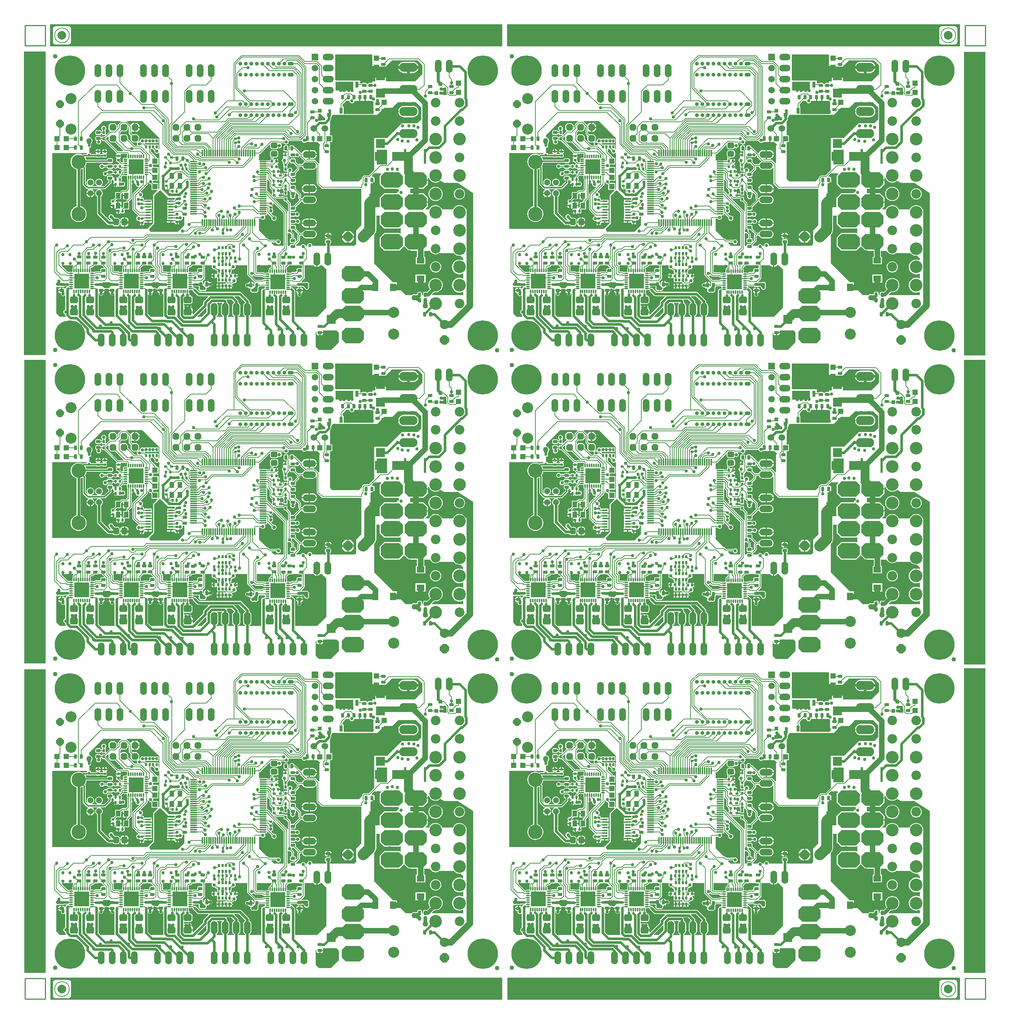
<source format=gtl>
%FSLAX24Y24*%
%MOIN*%
G70*
G01*
G75*
G04 Layer_Physical_Order=1*
G04 Layer_Color=255*
%ADD10C,0.0070*%
G04:AMPARAMS|DCode=11|XSize=78.7mil|YSize=78.7mil|CornerRadius=39.4mil|HoleSize=0mil|Usage=FLASHONLY|Rotation=90.000|XOffset=0mil|YOffset=0mil|HoleType=Round|Shape=RoundedRectangle|*
%AMROUNDEDRECTD11*
21,1,0.0787,0.0000,0,0,90.0*
21,1,0.0000,0.0787,0,0,90.0*
1,1,0.0787,0.0000,0.0000*
1,1,0.0787,0.0000,0.0000*
1,1,0.0787,0.0000,0.0000*
1,1,0.0787,0.0000,0.0000*
%
%ADD11ROUNDEDRECTD11*%
%ADD12C,0.0100*%
G04:AMPARAMS|DCode=13|XSize=52mil|YSize=60mil|CornerRadius=13mil|HoleSize=0mil|Usage=FLASHONLY|Rotation=180.000|XOffset=0mil|YOffset=0mil|HoleType=Round|Shape=RoundedRectangle|*
%AMROUNDEDRECTD13*
21,1,0.0520,0.0340,0,0,180.0*
21,1,0.0260,0.0600,0,0,180.0*
1,1,0.0260,-0.0130,0.0170*
1,1,0.0260,0.0130,0.0170*
1,1,0.0260,0.0130,-0.0170*
1,1,0.0260,-0.0130,-0.0170*
%
%ADD13ROUNDEDRECTD13*%
%ADD14R,0.0600X0.0120*%
%ADD15R,0.0120X0.0600*%
G04:AMPARAMS|DCode=16|XSize=29.1mil|YSize=39.4mil|CornerRadius=5.8mil|HoleSize=0mil|Usage=FLASHONLY|Rotation=180.000|XOffset=0mil|YOffset=0mil|HoleType=Round|Shape=RoundedRectangle|*
%AMROUNDEDRECTD16*
21,1,0.0291,0.0277,0,0,180.0*
21,1,0.0175,0.0394,0,0,180.0*
1,1,0.0117,-0.0087,0.0139*
1,1,0.0117,0.0087,0.0139*
1,1,0.0117,0.0087,-0.0139*
1,1,0.0117,-0.0087,-0.0139*
%
%ADD16ROUNDEDRECTD16*%
%ADD17R,0.1370X0.1370*%
G04:AMPARAMS|DCode=18|XSize=12mil|YSize=32mil|CornerRadius=4.8mil|HoleSize=0mil|Usage=FLASHONLY|Rotation=270.000|XOffset=0mil|YOffset=0mil|HoleType=Round|Shape=RoundedRectangle|*
%AMROUNDEDRECTD18*
21,1,0.0120,0.0224,0,0,270.0*
21,1,0.0024,0.0320,0,0,270.0*
1,1,0.0096,-0.0112,-0.0012*
1,1,0.0096,-0.0112,0.0012*
1,1,0.0096,0.0112,0.0012*
1,1,0.0096,0.0112,-0.0012*
%
%ADD18ROUNDEDRECTD18*%
G04:AMPARAMS|DCode=19|XSize=12mil|YSize=32mil|CornerRadius=4.8mil|HoleSize=0mil|Usage=FLASHONLY|Rotation=180.000|XOffset=0mil|YOffset=0mil|HoleType=Round|Shape=RoundedRectangle|*
%AMROUNDEDRECTD19*
21,1,0.0120,0.0224,0,0,180.0*
21,1,0.0024,0.0320,0,0,180.0*
1,1,0.0096,-0.0012,0.0112*
1,1,0.0096,0.0012,0.0112*
1,1,0.0096,0.0012,-0.0112*
1,1,0.0096,-0.0012,-0.0112*
%
%ADD19ROUNDEDRECTD19*%
%ADD20R,0.1370X0.1370*%
G04:AMPARAMS|DCode=21|XSize=22mil|YSize=24mil|CornerRadius=4.4mil|HoleSize=0mil|Usage=FLASHONLY|Rotation=90.000|XOffset=0mil|YOffset=0mil|HoleType=Round|Shape=RoundedRectangle|*
%AMROUNDEDRECTD21*
21,1,0.0220,0.0152,0,0,90.0*
21,1,0.0132,0.0240,0,0,90.0*
1,1,0.0088,0.0076,0.0066*
1,1,0.0088,0.0076,-0.0066*
1,1,0.0088,-0.0076,-0.0066*
1,1,0.0088,-0.0076,0.0066*
%
%ADD21ROUNDEDRECTD21*%
%ADD22R,0.0236X0.1319*%
G04:AMPARAMS|DCode=23|XSize=22mil|YSize=24mil|CornerRadius=4.4mil|HoleSize=0mil|Usage=FLASHONLY|Rotation=180.000|XOffset=0mil|YOffset=0mil|HoleType=Round|Shape=RoundedRectangle|*
%AMROUNDEDRECTD23*
21,1,0.0220,0.0152,0,0,180.0*
21,1,0.0132,0.0240,0,0,180.0*
1,1,0.0088,-0.0066,0.0076*
1,1,0.0088,0.0066,0.0076*
1,1,0.0088,0.0066,-0.0076*
1,1,0.0088,-0.0066,-0.0076*
%
%ADD23ROUNDEDRECTD23*%
G04:AMPARAMS|DCode=24|XSize=29.1mil|YSize=39.4mil|CornerRadius=5.8mil|HoleSize=0mil|Usage=FLASHONLY|Rotation=270.000|XOffset=0mil|YOffset=0mil|HoleType=Round|Shape=RoundedRectangle|*
%AMROUNDEDRECTD24*
21,1,0.0291,0.0277,0,0,270.0*
21,1,0.0175,0.0394,0,0,270.0*
1,1,0.0117,-0.0139,-0.0087*
1,1,0.0117,-0.0139,0.0087*
1,1,0.0117,0.0139,0.0087*
1,1,0.0117,0.0139,-0.0087*
%
%ADD24ROUNDEDRECTD24*%
G04:AMPARAMS|DCode=25|XSize=52mil|YSize=60mil|CornerRadius=13mil|HoleSize=0mil|Usage=FLASHONLY|Rotation=270.000|XOffset=0mil|YOffset=0mil|HoleType=Round|Shape=RoundedRectangle|*
%AMROUNDEDRECTD25*
21,1,0.0520,0.0340,0,0,270.0*
21,1,0.0260,0.0600,0,0,270.0*
1,1,0.0260,-0.0170,-0.0130*
1,1,0.0260,-0.0170,0.0130*
1,1,0.0260,0.0170,0.0130*
1,1,0.0260,0.0170,-0.0130*
%
%ADD25ROUNDEDRECTD25*%
%ADD26R,0.0200X0.0260*%
%ADD27R,0.0709X0.0543*%
%ADD28R,0.0543X0.0709*%
G04:AMPARAMS|DCode=29|XSize=63mil|YSize=71mil|CornerRadius=15.8mil|HoleSize=0mil|Usage=FLASHONLY|Rotation=270.000|XOffset=0mil|YOffset=0mil|HoleType=Round|Shape=RoundedRectangle|*
%AMROUNDEDRECTD29*
21,1,0.0630,0.0395,0,0,270.0*
21,1,0.0315,0.0710,0,0,270.0*
1,1,0.0315,-0.0198,-0.0158*
1,1,0.0315,-0.0198,0.0158*
1,1,0.0315,0.0198,0.0158*
1,1,0.0315,0.0198,-0.0158*
%
%ADD29ROUNDEDRECTD29*%
%ADD30R,0.0500X0.0150*%
%ADD31R,0.0790X0.0790*%
%ADD32R,0.0790X0.0790*%
%ADD33R,0.0280X0.0200*%
%ADD34R,0.0200X0.0280*%
%ADD35R,0.0360X0.0320*%
%ADD36R,0.0320X0.0360*%
%ADD37R,0.0630X0.1260*%
%ADD38R,0.0240X0.0240*%
%ADD39R,0.0480X0.0480*%
%ADD40R,0.0480X0.0480*%
G04:AMPARAMS|DCode=41|XSize=40mil|YSize=40mil|CornerRadius=20mil|HoleSize=0mil|Usage=FLASHONLY|Rotation=0.000|XOffset=0mil|YOffset=0mil|HoleType=Round|Shape=RoundedRectangle|*
%AMROUNDEDRECTD41*
21,1,0.0400,0.0000,0,0,0.0*
21,1,0.0000,0.0400,0,0,0.0*
1,1,0.0400,0.0000,0.0000*
1,1,0.0400,0.0000,0.0000*
1,1,0.0400,0.0000,0.0000*
1,1,0.0400,0.0000,0.0000*
%
%ADD41ROUNDEDRECTD41*%
%ADD42R,0.0420X0.0520*%
%ADD43R,0.0280X0.0560*%
%ADD44R,0.1970X0.1700*%
%ADD45C,0.0240*%
%ADD46C,0.0080*%
%ADD47C,0.0500*%
%ADD48C,0.0800*%
%ADD49C,0.0320*%
%ADD50C,0.0200*%
%ADD51C,0.0600*%
%ADD52C,0.0250*%
%ADD53C,0.1000*%
%ADD54C,0.0120*%
%ADD55C,0.0140*%
%ADD56C,0.0400*%
%ADD57R,0.1063X0.1220*%
%ADD58R,0.1457X0.2087*%
%ADD59R,0.0945X0.1339*%
%ADD60R,0.0805X0.1685*%
%ADD61R,0.0551X0.0472*%
%ADD62R,0.2441X0.2008*%
%ADD63R,0.3819X0.2046*%
%ADD64R,0.1620X0.0803*%
%ADD65O,0.1024X0.0591*%
%ADD66C,0.0591*%
%ADD67R,0.0591X0.0591*%
%ADD68O,0.0540X0.0360*%
%ADD69C,0.0360*%
%ADD70C,0.1305*%
%ADD71C,0.0540*%
%ADD72P,0.0758X8X292.5*%
%ADD73C,0.1000*%
%ADD74C,0.2756*%
%ADD75O,0.1650X0.0825*%
%ADD76O,0.0600X0.1200*%
%ADD77O,0.1200X0.0600*%
%ADD78C,0.0600*%
%ADD79P,0.0671X8X22.5*%
%ADD80C,0.0840*%
%ADD81P,0.0909X8X292.5*%
%ADD82P,0.0909X8X202.5*%
%ADD83C,0.1142*%
%ADD84C,0.0870*%
G04:AMPARAMS|DCode=85|XSize=140mil|YSize=200mil|CornerRadius=0mil|HoleSize=0mil|Usage=FLASHONLY|Rotation=270.000|XOffset=0mil|YOffset=0mil|HoleType=Round|Shape=Octagon|*
%AMOCTAGOND85*
4,1,8,0.1000,0.0350,0.1000,-0.0350,0.0650,-0.0700,-0.0650,-0.0700,-0.1000,-0.0350,-0.1000,0.0350,-0.0650,0.0700,0.0650,0.0700,0.1000,0.0350,0.0*
%
%ADD85OCTAGOND85*%

%ADD86C,0.0300*%
%ADD87C,0.0500*%
%ADD88C,0.0320*%
G36*
X96713Y12047D02*
X96713D01*
D01*
Y12047D01*
X96713Y12047D01*
D01*
D01*
X94774D01*
Y39616D01*
X96713D01*
Y12047D01*
D02*
G37*
G36*
Y39970D02*
X96713D01*
D01*
Y39970D01*
X96713Y39970D01*
D01*
D01*
X94774D01*
Y67549D01*
X96713D01*
Y39970D01*
D02*
G37*
G36*
X11585Y40069D02*
X11585D01*
D01*
Y40069D01*
X11585Y40069D01*
D01*
D01*
X9646D01*
Y67569D01*
X11585D01*
Y40069D01*
D02*
G37*
G36*
X52963Y9606D02*
X12008D01*
Y11604D01*
X52963D01*
Y9606D01*
D02*
G37*
G36*
X94429D02*
X53415D01*
Y11604D01*
X94429D01*
Y9606D01*
D02*
G37*
G36*
X11585Y12047D02*
X11585D01*
D01*
Y12047D01*
X11585Y12047D01*
D01*
D01*
X9646D01*
Y39518D01*
X11585D01*
Y12047D01*
D02*
G37*
G36*
X52953Y95955D02*
X11968D01*
Y97953D01*
X52953D01*
Y95955D01*
D02*
G37*
G36*
X94409D02*
X53376D01*
Y97953D01*
X94409D01*
Y95955D01*
D02*
G37*
G36*
X96713Y67972D02*
X96713D01*
D01*
Y67972D01*
X96713Y67972D01*
D01*
D01*
X94774D01*
Y95472D01*
X96713D01*
Y67972D01*
D02*
G37*
G36*
X11565Y68002D02*
X11565D01*
D01*
Y68002D01*
X11565Y68002D01*
D01*
D01*
X9626D01*
Y95502D01*
X11565D01*
Y68002D01*
D02*
G37*
%LPC*%
G36*
X13652Y97782D02*
Y97781D01*
X12470D01*
Y97782D01*
X12381Y97765D01*
X12306Y97714D01*
X12255Y97638D01*
X12237Y97549D01*
X12239D01*
Y96368D01*
X12237D01*
X12255Y96279D01*
X12306Y96203D01*
X12381Y96153D01*
X12470Y96135D01*
Y96136D01*
X13652D01*
Y96135D01*
X13741Y96153D01*
X13816Y96203D01*
X13867Y96279D01*
X13885Y96368D01*
X13883D01*
Y97549D01*
X13885D01*
X13867Y97638D01*
X13816Y97714D01*
X13741Y97765D01*
X13652Y97782D01*
D02*
G37*
G36*
X93947D02*
Y97781D01*
X92766D01*
Y97782D01*
X92676Y97765D01*
X92601Y97714D01*
X92550Y97638D01*
X92533Y97549D01*
X92534D01*
Y96368D01*
X92533D01*
X92550Y96279D01*
X92601Y96203D01*
X92676Y96153D01*
X92766Y96135D01*
Y96136D01*
X93947D01*
Y96135D01*
X94036Y96153D01*
X94112Y96203D01*
X94162Y96279D01*
X94180Y96368D01*
X94179D01*
Y97549D01*
X94180D01*
X94162Y97638D01*
X94112Y97714D01*
X94036Y97765D01*
X93947Y97782D01*
D02*
G37*
G36*
Y11385D02*
Y11383D01*
X92766D01*
Y11385D01*
X92676Y11367D01*
X92601Y11316D01*
X92550Y11241D01*
X92533Y11152D01*
X92534D01*
Y9970D01*
X92533D01*
X92550Y9881D01*
X92601Y9806D01*
X92676Y9755D01*
X92766Y9737D01*
Y9739D01*
X93947D01*
Y9737D01*
X94036Y9755D01*
X94112Y9806D01*
X94162Y9881D01*
X94180Y9970D01*
X94179D01*
Y11152D01*
X94180D01*
X94162Y11241D01*
X94112Y11316D01*
X94036Y11367D01*
X93947Y11385D01*
D02*
G37*
G36*
X13652D02*
Y11383D01*
X12470D01*
Y11385D01*
X12381Y11367D01*
X12306Y11316D01*
X12255Y11241D01*
X12237Y11152D01*
X12239D01*
Y9970D01*
X12237D01*
X12255Y9881D01*
X12306Y9806D01*
X12381Y9755D01*
X12470Y9737D01*
Y9739D01*
X13652D01*
Y9737D01*
X13741Y9755D01*
X13816Y9806D01*
X13867Y9881D01*
X13885Y9970D01*
X13883D01*
Y11152D01*
X13885D01*
X13867Y11241D01*
X13816Y11316D01*
X13741Y11367D01*
X13652Y11385D01*
D02*
G37*
%LPD*%
G36*
X22677Y26260D02*
X23251D01*
X23283Y26221D01*
X23282Y26218D01*
Y26118D01*
X23249Y26085D01*
X23240Y26089D01*
Y26089D01*
X23240Y26089D01*
X22600D01*
Y25869D01*
X22570D01*
Y25744D01*
X22920D01*
Y25644D01*
X22570D01*
Y25519D01*
X22600D01*
Y25299D01*
Y25049D01*
Y24794D01*
Y24544D01*
Y24364D01*
X22570D01*
Y24239D01*
X22920D01*
Y24189D01*
X22970D01*
Y24014D01*
X23261D01*
Y23999D01*
X23273Y23943D01*
X23304Y23895D01*
X23352Y23863D01*
X23408Y23852D01*
X23434D01*
Y24065D01*
X23484D01*
Y24115D01*
X23707D01*
Y24131D01*
X23696Y24187D01*
X23691Y24195D01*
X23718Y24237D01*
X23780Y24225D01*
X23865Y24242D01*
X23938Y24290D01*
X23987Y24363D01*
X24004Y24449D01*
X23990Y24520D01*
X24025Y24555D01*
X24035Y24553D01*
X24134D01*
Y23780D01*
X23543Y23189D01*
X21102D01*
X20984Y23307D01*
Y23465D01*
X21417Y23898D01*
Y26457D01*
X21890Y26929D01*
X22008D01*
X22677Y26260D01*
D02*
G37*
G36*
X12913Y18740D02*
Y18307D01*
X12598D01*
X12520Y18386D01*
Y18504D01*
X12795Y18780D01*
X12874D01*
X12913Y18740D01*
D02*
G37*
G36*
X13480Y18187D02*
X13463Y18176D01*
X13406Y18119D01*
X13364Y18056D01*
X13362Y18045D01*
X13313Y18036D01*
X13294Y18065D01*
X13241Y18100D01*
X13180Y18112D01*
X13091D01*
Y17863D01*
X13041D01*
Y17813D01*
X12741D01*
Y17776D01*
X12753Y17714D01*
X12788Y17662D01*
X12841Y17627D01*
X12902Y17615D01*
X12966D01*
Y17549D01*
X12980Y17475D01*
X13022Y17412D01*
X13085Y17370D01*
X13159Y17355D01*
X13234Y17370D01*
X13296Y17412D01*
X13302Y17420D01*
X13350Y17406D01*
Y16129D01*
X13333Y16126D01*
X13260Y16077D01*
X13211Y16004D01*
X13194Y15919D01*
X13211Y15833D01*
X13260Y15760D01*
X13333Y15711D01*
X13350Y15708D01*
Y15651D01*
X13364Y15577D01*
X13404Y15517D01*
X13381Y15472D01*
X12874D01*
X12559Y15787D01*
Y15866D01*
Y18174D01*
X12603Y18198D01*
X12613Y18191D01*
X12699Y18174D01*
X12784Y18191D01*
X12818Y18214D01*
X12852Y18191D01*
X12902Y18181D01*
X13180D01*
X13230Y18191D01*
X13272Y18219D01*
X13283Y18235D01*
X13465D01*
X13480Y18187D01*
D02*
G37*
G36*
X30529Y19147D02*
X30529Y19147D01*
X30566Y19123D01*
X30609Y19115D01*
X30609Y19115D01*
X31187D01*
X31229Y19073D01*
X31229Y19073D01*
X31266Y19048D01*
X31309Y19040D01*
X31380D01*
X31409Y19005D01*
X31668D01*
Y18905D01*
X31409D01*
X31380Y18870D01*
X31305D01*
X31305Y18870D01*
X31262Y18862D01*
X31226Y18837D01*
X31226Y18837D01*
X31197Y18809D01*
X30628D01*
X30296Y19140D01*
X30311Y19188D01*
X30332Y19192D01*
X30405Y19241D01*
X30433Y19244D01*
X30529Y19147D01*
D02*
G37*
G36*
X14094Y20111D02*
X14077Y20094D01*
X14054Y20060D01*
X14045Y20019D01*
Y19856D01*
X14029Y19832D01*
X14020Y19785D01*
Y19629D01*
X14005Y19550D01*
X13781D01*
X13734Y19541D01*
X13718Y19530D01*
X13651D01*
X13637Y19543D01*
X13601Y19567D01*
X13569Y19574D01*
X13032Y20111D01*
X13051Y20157D01*
X14075D01*
X14094Y20111D01*
D02*
G37*
G36*
X41992Y28418D02*
X41853Y28279D01*
Y27479D01*
X42253Y27079D01*
X43428D01*
X43428Y26714D01*
X43393Y26679D01*
X42253D01*
X41853Y26279D01*
Y26273D01*
X41849Y26268D01*
Y25398D01*
X41671Y25397D01*
X41635Y25433D01*
Y26754D01*
X41024D01*
Y27555D01*
X41046Y27574D01*
X41221D01*
X41283Y27586D01*
X41335Y27621D01*
X41370Y27674D01*
X41383Y27735D01*
Y28013D01*
X41370Y28074D01*
X41335Y28127D01*
X41283Y28162D01*
X41221Y28174D01*
X41120D01*
X41101Y28220D01*
X41345Y28465D01*
X41973D01*
X41992Y28418D01*
D02*
G37*
G36*
X32011Y19988D02*
X31973Y19981D01*
X31938Y19958D01*
X31938Y19958D01*
X31852Y19872D01*
X31829Y19837D01*
X31821Y19796D01*
Y19787D01*
X31805Y19763D01*
X31796Y19717D01*
Y19560D01*
X31780Y19481D01*
X31556D01*
X31510Y19472D01*
X31494Y19461D01*
X31399D01*
X31384Y19476D01*
X31347Y19500D01*
X31304Y19509D01*
X31304Y19509D01*
X30726D01*
X30718Y19516D01*
Y20157D01*
X32011D01*
Y19988D01*
D02*
G37*
G36*
X33093Y27059D02*
X33083Y27008D01*
X33100Y26922D01*
X33137Y26866D01*
Y26483D01*
X33477D01*
Y26866D01*
X33514Y26922D01*
X33573Y26910D01*
X33580Y26899D01*
X33711Y26768D01*
X33707Y26749D01*
Y26574D01*
X33717Y26524D01*
X33745Y26482D01*
X33769Y26466D01*
X33761Y26454D01*
X33744Y26369D01*
X33761Y26283D01*
X33810Y26210D01*
X33883Y26161D01*
X33969Y26144D01*
X34054Y26161D01*
X34127Y26210D01*
X34176Y26283D01*
X34193Y26369D01*
X34176Y26454D01*
X34173Y26459D01*
X34207Y26482D01*
X34236Y26524D01*
X34246Y26574D01*
Y26704D01*
X34292Y26723D01*
X34494Y26520D01*
Y26213D01*
X34494Y26213D01*
X34503Y26170D01*
X34527Y26133D01*
X34561Y26100D01*
Y26050D01*
X34036Y25525D01*
X33838D01*
X33810Y25520D01*
X33772Y25551D01*
Y25754D01*
X33772Y25754D01*
X33763Y25797D01*
X33739Y25833D01*
X33739Y25833D01*
X33477Y26095D01*
Y26352D01*
X33256D01*
X33252Y26355D01*
X33216Y26380D01*
X33173Y26388D01*
X33173Y26388D01*
X33075D01*
Y26446D01*
X32835D01*
Y26546D01*
X33075D01*
Y26696D01*
X32807D01*
X32793Y26744D01*
X32801Y26749D01*
X32833Y26797D01*
X32844Y26853D01*
Y26879D01*
X32631D01*
Y26979D01*
X32844D01*
Y27005D01*
X32839Y27031D01*
X32870Y27069D01*
X32995D01*
X32995Y27069D01*
X33038Y27078D01*
X33051Y27087D01*
X33093Y27059D01*
D02*
G37*
G36*
X17541Y18465D02*
Y18328D01*
X17283Y18071D01*
X16929D01*
X16693Y18307D01*
Y18504D01*
X16811Y18622D01*
X17384D01*
X17541Y18465D01*
D02*
G37*
G36*
X34849Y28998D02*
X34909Y28921D01*
X34986Y28862D01*
X35076Y28825D01*
X35172Y28812D01*
X35772D01*
X35869Y28825D01*
X35959Y28862D01*
X36036Y28921D01*
X36096Y28998D01*
X36097Y29002D01*
X36146Y28993D01*
Y27579D01*
X36146Y27578D01*
X36155Y27536D01*
X36179Y27499D01*
X36561Y27117D01*
X36597Y27093D01*
X36640Y27084D01*
X36640Y27084D01*
X40160D01*
X40197Y27047D01*
Y23780D01*
X39724Y23307D01*
Y22087D01*
X39567Y21929D01*
X37359D01*
Y22087D01*
X37396Y22111D01*
X37425Y22154D01*
X37435Y22204D01*
Y22379D01*
X37425Y22429D01*
X37396Y22471D01*
X37354Y22500D01*
X37304Y22510D01*
X37027D01*
X36977Y22500D01*
X36934Y22471D01*
X36906Y22429D01*
X36896Y22379D01*
Y22204D01*
X36906Y22154D01*
X36934Y22111D01*
X36972Y22087D01*
Y21929D01*
X35759D01*
X35743Y21949D01*
X35726Y22034D01*
X35677Y22107D01*
X35604Y22156D01*
X35519Y22173D01*
X35433Y22156D01*
X35360Y22107D01*
X35311Y22034D01*
X35294Y21949D01*
X35278Y21929D01*
X35130D01*
X35129Y21936D01*
X35080Y22009D01*
X35007Y22058D01*
X34921Y22075D01*
X34835Y22058D01*
X34763Y22009D01*
X34714Y21936D01*
X34713Y21929D01*
X34271D01*
X34252Y21975D01*
X34567Y22291D01*
X34567Y22291D01*
X34592Y22327D01*
X34600Y22370D01*
Y22788D01*
X34665Y22852D01*
X34818D01*
X34849Y22778D01*
X34909Y22701D01*
X34986Y22641D01*
X35076Y22604D01*
X35172Y22591D01*
X35772D01*
X35869Y22604D01*
X35959Y22641D01*
X36036Y22701D01*
X36096Y22778D01*
X36133Y22868D01*
X36146Y22965D01*
X36133Y23061D01*
X36096Y23151D01*
X36036Y23228D01*
X35959Y23288D01*
X35869Y23325D01*
X35772Y23338D01*
X35172D01*
X35076Y23325D01*
X34986Y23288D01*
X34909Y23228D01*
X34849Y23151D01*
X34818Y23077D01*
X34649D01*
X34242Y23484D01*
X34246Y23503D01*
Y23678D01*
X34236Y23728D01*
X34207Y23770D01*
X34165Y23799D01*
X34115Y23809D01*
X33838D01*
X33810Y23803D01*
X33774Y23833D01*
Y23883D01*
X33810Y23913D01*
X33838Y23908D01*
X34115D01*
X34165Y23918D01*
X34207Y23946D01*
X34236Y23989D01*
D01*
X34236D01*
X34270Y23970D01*
X34270Y23970D01*
Y23970D01*
X34343Y23921D01*
X34429Y23904D01*
X34514Y23921D01*
X34587Y23970D01*
X34636Y24043D01*
X34653Y24128D01*
X34636Y24214D01*
X34587Y24287D01*
X34514Y24336D01*
X34429Y24353D01*
X34343Y24336D01*
X34270Y24287D01*
X34270Y24287D01*
Y24287D01*
X34265Y24284D01*
X34216Y24293D01*
X34207Y24306D01*
X34165Y24334D01*
X34115Y24344D01*
X33838D01*
X33810Y24339D01*
X33772Y24370D01*
Y24527D01*
X33810Y24559D01*
X33838Y24553D01*
X34115D01*
X34165Y24563D01*
X34207Y24592D01*
X34215Y24603D01*
X34284Y24557D01*
X34370Y24539D01*
X34456Y24557D01*
X34529Y24605D01*
X34577Y24678D01*
X34594Y24764D01*
X34577Y24850D01*
X34529Y24922D01*
X34456Y24971D01*
X34370Y24988D01*
X34284Y24971D01*
X34222Y24930D01*
X34207Y24952D01*
X34165Y24980D01*
X34115Y24990D01*
X33838D01*
X33810Y24984D01*
X33774Y25014D01*
Y25064D01*
X33810Y25094D01*
X33838Y25089D01*
X34115D01*
X34165Y25099D01*
X34207Y25127D01*
X34236Y25170D01*
X34246Y25220D01*
Y25394D01*
X34242Y25414D01*
X34778Y25950D01*
X34827Y25941D01*
X34849Y25888D01*
X34909Y25811D01*
X34986Y25752D01*
X35076Y25714D01*
X35172Y25702D01*
X35772D01*
X35869Y25714D01*
X35959Y25752D01*
X36036Y25811D01*
X36096Y25888D01*
X36133Y25978D01*
X36146Y26075D01*
X36133Y26171D01*
X36096Y26261D01*
X36036Y26339D01*
X35959Y26398D01*
X35869Y26435D01*
X35772Y26448D01*
X35172D01*
X35076Y26435D01*
X34986Y26398D01*
X34909Y26339D01*
X34849Y26261D01*
X34827Y26209D01*
X34778Y26199D01*
X34718Y26259D01*
Y26567D01*
X34718Y26567D01*
X34710Y26610D01*
X34686Y26646D01*
X34242Y27090D01*
X34246Y27109D01*
Y27284D01*
X34236Y27334D01*
X34207Y27377D01*
X34165Y27405D01*
X34115Y27415D01*
X33838D01*
X33810Y27410D01*
X33772Y27441D01*
Y27522D01*
X33763Y27565D01*
X33739Y27601D01*
X33739Y27601D01*
X33720Y27620D01*
X33752Y27658D01*
X33788Y27634D01*
X33838Y27624D01*
X34115D01*
X34165Y27634D01*
X34207Y27663D01*
X34236Y27705D01*
X34246Y27755D01*
Y27930D01*
X34236Y27980D01*
X34207Y28022D01*
X34165Y28051D01*
X34115Y28061D01*
X33917D01*
X33864Y28114D01*
X33883Y28160D01*
X34115D01*
X34165Y28170D01*
X34207Y28198D01*
X34236Y28241D01*
X34246Y28291D01*
Y28465D01*
X34242Y28485D01*
X34528Y28771D01*
X34528Y28771D01*
X34552Y28808D01*
X34561Y28850D01*
X34561Y28850D01*
Y29073D01*
X34818D01*
X34849Y28998D01*
D02*
G37*
G36*
X21450Y30527D02*
X21439Y30472D01*
X21456Y30387D01*
X21505Y30314D01*
X21578Y30265D01*
X21663Y30248D01*
X21749Y30265D01*
X21822Y30314D01*
X21822Y30314D01*
X21870Y30300D01*
Y27083D01*
X21829Y27055D01*
X21796Y27068D01*
Y27603D01*
X21335D01*
X21299Y27639D01*
X21301Y27642D01*
X21318Y27728D01*
X21308Y27778D01*
X21339Y27817D01*
X21796D01*
Y28433D01*
X21806D01*
Y29053D01*
X21332D01*
X21301Y29092D01*
X21317Y29173D01*
X21306Y29228D01*
X21338Y29267D01*
X21806D01*
Y29887D01*
X21782D01*
X21608Y29921D01*
X21600Y29964D01*
X21575Y30001D01*
X21123Y30453D01*
Y30691D01*
X21285D01*
X21450Y30527D01*
D02*
G37*
G36*
X31710Y27907D02*
X31735Y27870D01*
X31872Y27733D01*
Y27212D01*
X31872Y27212D01*
X31880Y27169D01*
X31905Y27133D01*
X32072Y26966D01*
Y26853D01*
X32081Y26809D01*
X32106Y26771D01*
X32142Y26747D01*
Y26666D01*
X32073D01*
Y26528D01*
X32027Y26509D01*
X31989Y26548D01*
Y26559D01*
X31989Y26559D01*
X31980Y26602D01*
X31956Y26638D01*
X31956Y26638D01*
X31746Y26848D01*
X31709Y26872D01*
X31667Y26881D01*
X31656Y26932D01*
Y27039D01*
Y27235D01*
Y27432D01*
Y27629D01*
Y27826D01*
Y27924D01*
X31706Y27929D01*
X31710Y27907D01*
D02*
G37*
G36*
X21929Y18504D02*
Y18307D01*
X21732Y18110D01*
X21339D01*
X21142Y18307D01*
Y18504D01*
X21220Y18583D01*
X21850D01*
X21929Y18504D01*
D02*
G37*
G36*
X35354Y18465D02*
Y18150D01*
X35276Y18071D01*
X35157D01*
X34882Y18346D01*
Y18543D01*
X35276D01*
X35354Y18465D01*
D02*
G37*
G36*
X18568Y26663D02*
Y26512D01*
X18878D01*
Y26462D01*
X18928D01*
Y26082D01*
X18939Y26056D01*
X18907Y26024D01*
X18883Y25988D01*
X18874Y25945D01*
X18874Y25945D01*
Y25880D01*
X18598D01*
Y25428D01*
X18500Y25330D01*
X18454Y25349D01*
Y25500D01*
X18144D01*
Y25550D01*
X18094D01*
Y25910D01*
X17879D01*
Y25969D01*
X18043Y26132D01*
X18424D01*
Y26584D01*
X18522Y26682D01*
X18568Y26663D01*
D02*
G37*
G36*
X25638Y20146D02*
X25688Y20136D01*
X25795D01*
Y19912D01*
X25757Y19880D01*
X25729Y19886D01*
X25452D01*
X25402Y19876D01*
X25359Y19847D01*
X25331Y19805D01*
X25321Y19755D01*
Y19580D01*
X25306Y19561D01*
X24916D01*
X24916Y19561D01*
X24873Y19552D01*
X24848Y19536D01*
X24841Y19541D01*
X24795Y19550D01*
X24571D01*
X24559Y19561D01*
Y19785D01*
X24550Y19832D01*
X24539Y19848D01*
Y19912D01*
X24584Y19957D01*
X24667D01*
X24667Y19957D01*
X24710Y19965D01*
X24747Y19990D01*
X24891Y20134D01*
X25089D01*
X25139Y20144D01*
X25159Y20157D01*
X25621D01*
X25638Y20146D01*
D02*
G37*
G36*
X16622Y20144D02*
X16672Y20134D01*
X16701D01*
X16707Y20103D01*
X16732Y20067D01*
X16867Y19932D01*
X16848Y19886D01*
X16672D01*
X16622Y19876D01*
X16580Y19847D01*
X16552Y19805D01*
X16542Y19755D01*
Y19591D01*
X16093D01*
X16093Y19591D01*
X16050Y19582D01*
X16013Y19558D01*
X16013Y19558D01*
X15985Y19530D01*
X15962D01*
X15945Y19541D01*
X15899Y19550D01*
X15675D01*
X15664Y19561D01*
Y19785D01*
X15655Y19832D01*
X15644Y19848D01*
Y19885D01*
X15716Y19957D01*
X15804D01*
X15804Y19957D01*
X15847Y19965D01*
X15883Y19990D01*
X16030Y20136D01*
X16228D01*
X16278Y20146D01*
X16295Y20157D01*
X16602D01*
X16622Y20144D01*
D02*
G37*
G36*
X34555Y20146D02*
X34606Y20136D01*
X34809D01*
Y19908D01*
X34770Y19877D01*
X34725Y19886D01*
X34448D01*
X34398Y19876D01*
X34356Y19847D01*
X34327Y19805D01*
X34317Y19755D01*
Y19580D01*
X34123Y19541D01*
X33937D01*
X33937Y19541D01*
X33894Y19533D01*
X33858Y19508D01*
X33810Y19461D01*
X33737D01*
X33721Y19472D01*
X33675Y19481D01*
X33451D01*
X33439Y19493D01*
Y19717D01*
X33430Y19763D01*
X33419Y19779D01*
Y19924D01*
X33631Y20136D01*
X33830D01*
X33880Y20146D01*
X33897Y20157D01*
X34538D01*
X34555Y20146D01*
D02*
G37*
G36*
X36204Y20012D02*
X36258Y20019D01*
X36355Y20059D01*
X36439Y20123D01*
X36465Y20157D01*
X36614D01*
X37008Y19764D01*
Y16299D01*
X36181Y15472D01*
X34170D01*
Y17835D01*
X34155Y17909D01*
X34113Y17972D01*
X33978Y18107D01*
X33915Y18149D01*
X33841Y18163D01*
X33833Y18162D01*
X33810Y18177D01*
X33803Y18227D01*
X33820Y18248D01*
X34342D01*
X34356Y18228D01*
X34398Y18199D01*
X34448Y18189D01*
X34725D01*
X34775Y18199D01*
X34816Y18226D01*
X34901D01*
X35020Y18107D01*
X35029Y18064D01*
X35078Y17991D01*
X35150Y17942D01*
X35236Y17925D01*
X35322Y17942D01*
X35395Y17991D01*
X35443Y18064D01*
X35461Y18150D01*
X35443Y18235D01*
X35426Y18262D01*
Y18313D01*
X35443Y18339D01*
X35461Y18425D01*
X35443Y18511D01*
X35395Y18584D01*
X35322Y18632D01*
X35236Y18650D01*
X35150Y18632D01*
X35138Y18624D01*
X34781D01*
X34762Y18670D01*
X35001Y18909D01*
X35001Y18909D01*
X35025Y18946D01*
X35033Y18988D01*
Y20157D01*
X35842D01*
X35868Y20123D01*
X35952Y20059D01*
X36049Y20019D01*
X36104Y20012D01*
Y20709D01*
X36204D01*
Y20012D01*
D02*
G37*
G36*
X41853Y23879D02*
X42253Y23479D01*
X43653D01*
X43702Y23528D01*
X43748Y23509D01*
Y23048D01*
X43702Y23029D01*
X43653Y23079D01*
X42253D01*
X41853Y22679D01*
Y21879D01*
X42253Y21479D01*
X43653D01*
X44033Y21859D01*
X44083D01*
X44433Y21509D01*
X44633D01*
X44685Y21457D01*
X45228D01*
Y20916D01*
X45127D01*
Y20233D01*
X45976D01*
Y20916D01*
X45874D01*
Y21457D01*
X46378D01*
X46575Y21260D01*
X46589D01*
X46651Y21212D01*
X46774Y21161D01*
X46906Y21144D01*
X47037Y21161D01*
X47160Y21212D01*
X47222Y21260D01*
X48565D01*
X48616Y21198D01*
X48713Y21118D01*
X48824Y21059D01*
X48945Y21022D01*
X49071Y21010D01*
X49177Y21020D01*
X49409Y20787D01*
Y20628D01*
X49367Y20603D01*
X49329Y20623D01*
X49202Y20661D01*
X49071Y20674D01*
X48939Y20661D01*
X48813Y20623D01*
X48696Y20561D01*
X48594Y20477D01*
X48510Y20375D01*
X48448Y20258D01*
X48410Y20132D01*
X48397Y20000D01*
X48410Y19868D01*
X48448Y19742D01*
X48510Y19625D01*
X48594Y19523D01*
X48696Y19440D01*
X48813Y19377D01*
X48939Y19339D01*
X49071Y19326D01*
X49202Y19339D01*
X49329Y19377D01*
X49367Y19397D01*
X49409Y19372D01*
Y18975D01*
X49367Y18949D01*
X49329Y18969D01*
X49202Y19008D01*
X49071Y19021D01*
X48939Y19008D01*
X48813Y18969D01*
X48696Y18907D01*
X48594Y18823D01*
X48510Y18721D01*
X48448Y18604D01*
X48410Y18478D01*
X48397Y18346D01*
X48410Y18215D01*
X48448Y18088D01*
X48510Y17972D01*
X48594Y17870D01*
X48696Y17786D01*
X48813Y17724D01*
X48939Y17685D01*
X49071Y17672D01*
X49202Y17685D01*
X49329Y17724D01*
X49367Y17744D01*
X49409Y17718D01*
Y17441D01*
X46588D01*
X46569Y17487D01*
X46795Y17713D01*
X46906Y17702D01*
X47031Y17715D01*
X47152Y17752D01*
X47263Y17811D01*
X47361Y17891D01*
X47441Y17989D01*
X47500Y18100D01*
X47537Y18221D01*
X47549Y18346D01*
X47537Y18472D01*
X47500Y18593D01*
X47441Y18704D01*
X47361Y18802D01*
X47263Y18882D01*
X47152Y18941D01*
X47031Y18978D01*
X46906Y18990D01*
X46780Y18978D01*
X46659Y18941D01*
X46548Y18882D01*
X46450Y18802D01*
X46370Y18704D01*
X46311Y18593D01*
X46274Y18472D01*
X46262Y18346D01*
X46274Y18221D01*
X46311Y18100D01*
X46370Y17989D01*
X46387Y17968D01*
X46137Y17719D01*
X46124Y17728D01*
X46074Y17738D01*
X45899D01*
X45849Y17728D01*
X45806Y17700D01*
X45778Y17657D01*
X45768Y17607D01*
Y17551D01*
X45752Y17468D01*
X45729Y17441D01*
X45669D01*
Y17607D01*
X45659Y17657D01*
X45631Y17700D01*
X45588Y17728D01*
X45538Y17738D01*
X45363D01*
X45313Y17728D01*
X45271Y17700D01*
X45243Y17657D01*
X45233Y17607D01*
Y17554D01*
X45219Y17541D01*
X45201D01*
X45117Y17530D01*
X45085Y17517D01*
X45052Y17530D01*
X44969Y17541D01*
X44885Y17530D01*
X44807Y17498D01*
X44740Y17447D01*
X44736Y17441D01*
X44222D01*
X43427Y18237D01*
Y18604D01*
X43059D01*
X41339Y20325D01*
Y22907D01*
X41365Y22934D01*
X41456Y23053D01*
X41514Y23192D01*
X41533Y23340D01*
Y24646D01*
X41853D01*
Y23879D01*
D02*
G37*
G36*
X34427Y22982D02*
Y22932D01*
X34409Y22914D01*
X34385Y22878D01*
X34376Y22835D01*
X34376Y22835D01*
Y22417D01*
X34292Y22332D01*
X34246Y22352D01*
Y22481D01*
X34236Y22531D01*
X34207Y22574D01*
X34165Y22602D01*
X34115Y22612D01*
X34081D01*
Y22968D01*
X34081Y22968D01*
X34072Y23011D01*
X34048Y23048D01*
X33882Y23214D01*
X33893Y23268D01*
X33880Y23334D01*
X33912Y23372D01*
X34036D01*
X34427Y22982D01*
D02*
G37*
G36*
X33583Y23061D02*
X33668Y23044D01*
X33723Y23055D01*
X33856Y22922D01*
Y22612D01*
X33838D01*
X33788Y22602D01*
X33745Y22574D01*
X33717Y22531D01*
X33707Y22481D01*
Y22306D01*
X33717Y22256D01*
X33745Y22214D01*
X33788Y22185D01*
X33838Y22175D01*
X34070D01*
X34089Y22129D01*
X34036Y22076D01*
X33838D01*
X33788Y22066D01*
X33745Y22038D01*
X33717Y21996D01*
X33707Y21946D01*
Y21929D01*
X33521D01*
Y23050D01*
X33565Y23073D01*
X33583Y23061D01*
D02*
G37*
G36*
X46311Y28021D02*
X46370Y27910D01*
X46450Y27812D01*
X46548Y27732D01*
X46659Y27673D01*
X46780Y27636D01*
X46906Y27624D01*
X47031Y27636D01*
X47152Y27673D01*
X47263Y27732D01*
X47353Y27806D01*
X47675Y27598D01*
X48903D01*
X50315Y26693D01*
Y25197D01*
X49669D01*
X49666Y25207D01*
X49606Y25318D01*
X49526Y25416D01*
X49429Y25496D01*
X49317Y25556D01*
X49197Y25592D01*
X49071Y25605D01*
X48945Y25592D01*
X48824Y25556D01*
X48713Y25496D01*
X48616Y25416D01*
X48535Y25318D01*
X48476Y25207D01*
X48473Y25197D01*
X47504D01*
X47500Y25207D01*
X47441Y25318D01*
X47361Y25416D01*
X47263Y25496D01*
X47152Y25556D01*
X47031Y25592D01*
X46906Y25605D01*
X46780Y25592D01*
X46659Y25556D01*
X46548Y25496D01*
X46450Y25416D01*
X46370Y25318D01*
X46311Y25207D01*
X46307Y25197D01*
X46002D01*
X45982Y25243D01*
X46218Y25479D01*
Y25829D01*
X45118D01*
Y25879D01*
X45068D01*
Y26679D01*
X44606D01*
Y27079D01*
X45068D01*
Y27879D01*
X45118D01*
Y27929D01*
X46218D01*
Y28071D01*
X46296D01*
X46311Y28021D01*
D02*
G37*
G36*
X18581Y20120D02*
X18585Y20113D01*
X18563Y20080D01*
X18555Y20040D01*
Y19856D01*
X18538Y19832D01*
X18529Y19785D01*
Y19629D01*
X18514Y19550D01*
X18290D01*
X18244Y19541D01*
X18240Y19539D01*
X18202Y19577D01*
X18165Y19602D01*
X18122Y19610D01*
X18122Y19610D01*
X17763D01*
X17750Y19623D01*
Y20040D01*
X17750Y20040D01*
X17741Y20083D01*
X17721Y20113D01*
X17745Y20157D01*
X18544D01*
X18581Y20120D01*
D02*
G37*
G36*
X22985Y20111D02*
X22972Y20099D01*
X22949Y20064D01*
X22941Y20023D01*
Y19856D01*
X22925Y19832D01*
X22915Y19785D01*
Y19629D01*
X22900Y19550D01*
X22676D01*
X22630Y19541D01*
X22613Y19530D01*
X22597D01*
X22582Y19545D01*
X22546Y19569D01*
X22503Y19578D01*
X22503Y19578D01*
X22215D01*
X22199Y19594D01*
Y20042D01*
X22199Y20042D01*
X22190Y20084D01*
X22171Y20113D01*
X22195Y20157D01*
X22965D01*
X22985Y20111D01*
D02*
G37*
G36*
X32424Y26197D02*
X32461Y26172D01*
X32503Y26164D01*
X32503Y26164D01*
X33126D01*
X33137Y26153D01*
Y25932D01*
X33323D01*
X33547Y25708D01*
Y25045D01*
X33500Y25031D01*
X33488Y25049D01*
X33488Y25049D01*
X32256Y26280D01*
X32264Y26298D01*
X32313Y26308D01*
X32424Y26197D01*
D02*
G37*
G36*
X29856Y19309D02*
X29856Y19309D01*
X29865Y19267D01*
X29889Y19230D01*
X30502Y18617D01*
X30502Y18617D01*
X30504Y18616D01*
X30514Y18567D01*
X30493Y18535D01*
X30483Y18485D01*
Y18274D01*
X30441Y18246D01*
X30414Y18258D01*
Y18296D01*
X30165D01*
Y18346D01*
X30115D01*
Y18646D01*
X30078D01*
X30016Y18634D01*
X29964Y18599D01*
X29929Y18547D01*
X29928Y18540D01*
X29843D01*
X29768Y18525D01*
X29706Y18483D01*
X29664Y18421D01*
X29649Y18346D01*
X29664Y18272D01*
X29706Y18209D01*
X29768Y18167D01*
X29843Y18153D01*
X29928D01*
X29929Y18146D01*
X29964Y18094D01*
X30016Y18059D01*
X30078Y18047D01*
X30152D01*
X30176Y18002D01*
X30147Y17960D01*
X30130Y17874D01*
X30147Y17788D01*
X30196Y17715D01*
X30268Y17667D01*
X30354Y17650D01*
X30440Y17667D01*
X30467Y17685D01*
X30518D01*
X30544Y17667D01*
X30630Y17650D01*
X30716Y17667D01*
X30789Y17715D01*
X30837Y17788D01*
X30846Y17834D01*
X30847Y17834D01*
X30849Y17841D01*
X30853Y17847D01*
X30855Y17854D01*
X30857Y17860D01*
X30857Y17867D01*
X30859Y17874D01*
Y18101D01*
X30881Y18115D01*
X30909Y18158D01*
X30919Y18208D01*
Y18248D01*
X31411D01*
X31443Y18209D01*
X31436Y18172D01*
Y18148D01*
X31441Y18119D01*
X31414Y18078D01*
X31391Y18073D01*
X31355Y18049D01*
X31355Y18049D01*
X31328Y18023D01*
X31299Y18028D01*
X31225Y18014D01*
X31162Y17972D01*
X31120Y17909D01*
X31105Y17835D01*
Y15472D01*
X30040D01*
Y15524D01*
X30110Y15578D01*
X30170Y15655D01*
X30207Y15745D01*
X30220Y15842D01*
Y16442D01*
X30207Y16538D01*
X30170Y16628D01*
X30110Y16706D01*
X30040Y16759D01*
Y16876D01*
X30025Y16950D01*
X29983Y17013D01*
X29308Y17689D01*
X29245Y17731D01*
X29171Y17745D01*
X25521D01*
X25216Y18050D01*
X25153Y18092D01*
X25079Y18107D01*
X25049Y18101D01*
X25033Y18118D01*
X24996Y18142D01*
X24954Y18151D01*
X24954Y18151D01*
X24941D01*
X24922Y18174D01*
X24930Y18223D01*
X24956Y18241D01*
X25003Y18231D01*
X25433D01*
X25458Y18194D01*
X25480Y18180D01*
Y18144D01*
X25462Y18117D01*
X25445Y18032D01*
X25462Y17946D01*
X25511Y17873D01*
X25583Y17824D01*
X25669Y17807D01*
X25755Y17824D01*
X25782Y17842D01*
X25832D01*
X25859Y17824D01*
X25945Y17807D01*
X26031Y17824D01*
X26103Y17873D01*
X26152Y17946D01*
X26169Y18032D01*
X26158Y18087D01*
X26190Y18125D01*
X26261D01*
X26322Y18138D01*
X26375Y18173D01*
X26410Y18225D01*
X26415Y18252D01*
X26535D01*
X26602Y18265D01*
X26658Y18303D01*
X26696Y18359D01*
X26709Y18425D01*
X26696Y18492D01*
X26658Y18548D01*
X26602Y18585D01*
X26535Y18599D01*
X26415D01*
X26410Y18626D01*
X26375Y18678D01*
X26322Y18713D01*
X26261Y18725D01*
X26223D01*
Y18425D01*
X26123D01*
Y18725D01*
X26086D01*
X26024Y18713D01*
X25972Y18678D01*
X25937Y18626D01*
X25924Y18564D01*
Y18415D01*
X25898Y18404D01*
X25856Y18432D01*
Y18564D01*
X25846Y18614D01*
X25818Y18656D01*
X25811Y18661D01*
X25806Y18711D01*
X25987Y18891D01*
X25987Y18891D01*
X26011Y18928D01*
X26020Y18971D01*
X26020Y18971D01*
Y20149D01*
X26033Y20157D01*
X26638D01*
X26662Y20113D01*
X26643Y20086D01*
X26626Y20000D01*
X26643Y19914D01*
X26692Y19841D01*
X26765Y19793D01*
X26850Y19776D01*
X26905Y19787D01*
X26990Y19702D01*
X26990Y19702D01*
X27026Y19678D01*
X27069Y19669D01*
X27069Y19669D01*
X27116D01*
Y19461D01*
X27174D01*
Y19385D01*
X27139D01*
X27094Y19376D01*
X27057Y19351D01*
D01*
X27057D01*
X27057Y19351D01*
Y19351D01*
X27008Y19356D01*
X26998Y19373D01*
X26969Y19392D01*
Y19501D01*
X26969Y19501D01*
X26961Y19544D01*
X26937Y19580D01*
X26937Y19580D01*
X26930Y19587D01*
X26893Y19611D01*
X26850Y19620D01*
X26807Y19611D01*
X26771Y19587D01*
X26747Y19551D01*
X26738Y19508D01*
X26745Y19473D01*
Y19412D01*
X26706Y19405D01*
X26658Y19373D01*
X26626Y19325D01*
X26615Y19269D01*
Y19243D01*
X26828D01*
Y19193D01*
X26878D01*
Y18970D01*
X26894D01*
X26950Y18981D01*
X26998Y19013D01*
X27029Y19061D01*
D01*
D01*
X27057Y19035D01*
X27057Y19035D01*
Y19035D01*
X27094Y19010D01*
X27116Y19005D01*
Y18999D01*
X27116D01*
Y18599D01*
X27880D01*
X27939Y18540D01*
X27920Y18493D01*
X27656D01*
Y18263D01*
Y18033D01*
X27873D01*
Y18263D01*
X27973D01*
Y18033D01*
X28188D01*
Y18263D01*
X28288D01*
Y18033D01*
X28438D01*
X28438Y18033D01*
Y18033D01*
X28455Y18040D01*
X28503Y17992D01*
X28540Y17967D01*
X28583Y17959D01*
X28626Y17967D01*
X28662Y17992D01*
X28686Y18028D01*
X28695Y18071D01*
X28686Y18114D01*
X28662Y18150D01*
X28465Y18347D01*
X28438Y18365D01*
Y18431D01*
D01*
D01*
X28465Y18431D01*
X28465Y18431D01*
Y18431D01*
D01*
D01*
D01*
X28507Y18440D01*
X28544Y18464D01*
X28607Y18527D01*
X28661Y18516D01*
X28747Y18533D01*
X28820Y18582D01*
X28869Y18654D01*
X28886Y18740D01*
X28869Y18826D01*
X28820Y18899D01*
X28800Y18912D01*
X28814Y18960D01*
X28829D01*
X28885Y18971D01*
X28933Y19003D01*
X28964Y19051D01*
X28976Y19107D01*
Y19133D01*
X28763D01*
Y19233D01*
X28976D01*
Y19259D01*
X28964Y19315D01*
X28933Y19363D01*
X28890Y19392D01*
X28880Y19441D01*
X28883Y19445D01*
X28892Y19488D01*
X28883Y19531D01*
X28859Y19567D01*
X28822Y19592D01*
X28780Y19600D01*
X28737Y19592D01*
X28700Y19567D01*
X28684Y19551D01*
X28659Y19514D01*
X28651Y19471D01*
X28651Y19471D01*
Y19397D01*
X28641Y19395D01*
X28593Y19363D01*
X28582Y19347D01*
X28534Y19341D01*
X28534Y19341D01*
Y19341D01*
X28534D01*
D01*
X28496Y19366D01*
X28452Y19375D01*
X28352D01*
X28350Y19377D01*
Y19461D01*
X28408D01*
Y19667D01*
X28528Y19787D01*
X28583Y19776D01*
X28669Y19793D01*
X28741Y19841D01*
X28790Y19914D01*
X28807Y20000D01*
X28790Y20086D01*
X28772Y20113D01*
X28795Y20157D01*
X29856D01*
Y19309D01*
D02*
G37*
G36*
X33146Y24861D02*
Y21929D01*
X32283D01*
X32032Y22180D01*
X32052Y22226D01*
X32453D01*
X32461Y22183D01*
X32510Y22110D01*
X32583Y22061D01*
X32668Y22044D01*
X32754Y22061D01*
X32827Y22110D01*
X32876Y22183D01*
X32893Y22269D01*
X32876Y22354D01*
X32827Y22427D01*
X32754Y22476D01*
X32668Y22493D01*
X32583Y22476D01*
X32545Y22451D01*
X31857D01*
X31750Y22558D01*
X31714Y22582D01*
X31671Y22591D01*
X31671Y22591D01*
X31622D01*
X30906Y23307D01*
Y24376D01*
X31070D01*
X31101Y24330D01*
X31174Y24281D01*
X31260Y24264D01*
X31346Y24281D01*
X31418Y24330D01*
X31467Y24402D01*
X31484Y24488D01*
X31467Y24574D01*
X31433Y24624D01*
X31457Y24669D01*
X31656D01*
Y24802D01*
X31703Y24821D01*
X32051Y24473D01*
X32038Y24409D01*
X32056Y24320D01*
X32107Y24244D01*
X32183Y24193D01*
X32273Y24175D01*
X32362Y24193D01*
X32439Y24244D01*
X32489Y24320D01*
X32507Y24409D01*
X32489Y24499D01*
X32439Y24575D01*
X32362Y24626D01*
X32273Y24644D01*
X32209Y24631D01*
X32020Y24821D01*
X32035Y24868D01*
X32056Y24873D01*
X32129Y24921D01*
X32177Y24994D01*
X32194Y25080D01*
X32177Y25166D01*
X32135Y25229D01*
X32152Y25254D01*
X32161Y25298D01*
Y25430D01*
X32152Y25475D01*
X32127Y25512D01*
X32127Y25512D01*
X32127D01*
X32101Y25540D01*
D01*
X32148Y25571D01*
X32180Y25619D01*
X32191Y25675D01*
Y25750D01*
X32238Y25769D01*
X33146Y24861D01*
D02*
G37*
G36*
X20874Y20154D02*
X20924Y20144D01*
X21116D01*
X21117Y20142D01*
X21141Y20105D01*
X21315Y19932D01*
X21296Y19886D01*
X21121D01*
X21071Y19876D01*
X21029Y19847D01*
X21000Y19805D01*
X20990Y19755D01*
Y19581D01*
X20531D01*
X20531Y19581D01*
X20489Y19572D01*
X20452Y19548D01*
X20447Y19542D01*
X20408Y19550D01*
X20184D01*
X20173Y19561D01*
Y19785D01*
X20164Y19832D01*
X20153Y19848D01*
Y19874D01*
X20423Y20144D01*
X20650D01*
X20700Y20154D01*
X20706Y20157D01*
X20869D01*
X20874Y20154D01*
D02*
G37*
G36*
X29646Y16802D02*
X29643Y16752D01*
X29583Y16706D01*
X29523Y16628D01*
X29486Y16538D01*
X29473Y16442D01*
Y15842D01*
X29486Y15745D01*
X29523Y15655D01*
X29583Y15578D01*
X29653Y15524D01*
Y15472D01*
X29040D01*
Y15524D01*
X29110Y15578D01*
X29170Y15655D01*
X29207Y15745D01*
X29220Y15842D01*
Y16442D01*
X29207Y16538D01*
X29170Y16628D01*
X29110Y16706D01*
X29040Y16759D01*
Y16867D01*
X29025Y16941D01*
X28983Y17004D01*
X28676Y17312D01*
X28695Y17358D01*
X29090D01*
X29646Y16802D01*
D02*
G37*
G36*
X21870Y31673D02*
Y30645D01*
X21854Y30640D01*
X21814Y30670D01*
Y30691D01*
X21814D01*
Y31091D01*
X20650D01*
X20560Y31181D01*
X20579Y31227D01*
X21814D01*
Y31627D01*
X20521D01*
Y31617D01*
X20477Y31593D01*
X20430Y31625D01*
X20344Y31642D01*
X20259Y31625D01*
X20186Y31576D01*
X20137Y31503D01*
X20120Y31417D01*
X20124Y31399D01*
X20088Y31364D01*
X20079Y31366D01*
X20010Y31352D01*
X19986Y31396D01*
X20044Y31454D01*
Y31834D01*
X19854Y32024D01*
X19474D01*
X19474Y32024D01*
X19474Y32024D01*
X19442D01*
X19346Y32121D01*
Y32282D01*
X19392Y32301D01*
X19459Y32234D01*
X19614D01*
Y32644D01*
Y33054D01*
X19459D01*
X19278Y32873D01*
X19228Y32873D01*
X18948Y33153D01*
X18922Y33171D01*
X18936Y33219D01*
X20325D01*
X21870Y31673D01*
D02*
G37*
G36*
X28642Y16798D02*
X28638Y16748D01*
X28583Y16706D01*
X28523Y16628D01*
X28486Y16538D01*
X28473Y16442D01*
Y15842D01*
X28486Y15745D01*
X28523Y15655D01*
X28583Y15578D01*
X28653Y15524D01*
Y15472D01*
X28040D01*
Y15524D01*
X28110Y15578D01*
X28170Y15655D01*
X28207Y15745D01*
X28220Y15842D01*
Y16442D01*
X28207Y16538D01*
X28170Y16628D01*
X28110Y16706D01*
X28040Y16759D01*
Y16839D01*
X28025Y16913D01*
X27983Y16976D01*
X27957Y17002D01*
X27976Y17048D01*
X28392D01*
X28642Y16798D01*
D02*
G37*
G36*
X35876Y31299D02*
X36098D01*
Y31298D01*
X36221D01*
X36457Y31063D01*
X36378Y30984D01*
Y29418D01*
X36360Y29391D01*
X36310Y29386D01*
X36022Y29674D01*
X35985Y29699D01*
X35942Y29707D01*
X35942Y29707D01*
X35234D01*
X35206Y29749D01*
X35220Y29782D01*
X35422D01*
Y30185D01*
Y30588D01*
X35172D01*
X35068Y30575D01*
X34971Y30534D01*
X34887Y30470D01*
X34823Y30387D01*
X34795Y30318D01*
X34746Y30308D01*
X34227Y30827D01*
X34190Y30852D01*
X34147Y30860D01*
X34147Y30860D01*
X34108D01*
Y30887D01*
X34098Y30937D01*
X34070Y30979D01*
X34027Y31007D01*
X33977Y31017D01*
X33802D01*
X33752Y31007D01*
X33710Y30979D01*
X33682Y30937D01*
X33672Y30887D01*
Y30609D01*
X33674Y30596D01*
X33628Y30577D01*
X33626Y30579D01*
X33626Y30579D01*
X33573Y30633D01*
Y30887D01*
X33563Y30937D01*
X33534Y30979D01*
X33492Y31007D01*
X33442Y31017D01*
X33267D01*
X33217Y31007D01*
X33174Y30979D01*
X33146Y30937D01*
X33136Y30887D01*
Y30609D01*
X33146Y30559D01*
X33174Y30517D01*
X33217Y30489D01*
X33267Y30479D01*
X33410D01*
X33435Y30453D01*
Y30345D01*
X33357D01*
Y30125D01*
X33307D01*
Y30075D01*
X33087D01*
Y29905D01*
X33100D01*
X33115Y29857D01*
X33050Y29814D01*
X33001Y29741D01*
X32984Y29656D01*
X33001Y29570D01*
X33050Y29497D01*
X33097Y29466D01*
Y29350D01*
X33097Y29350D01*
X33105Y29307D01*
X33117Y29289D01*
Y29062D01*
X33137D01*
Y28648D01*
X33444D01*
X33476Y28610D01*
X33471Y28583D01*
X33471Y28583D01*
Y28517D01*
X33137D01*
Y28318D01*
X33096Y28290D01*
X33075Y28299D01*
Y28468D01*
X32845D01*
X32821Y28512D01*
X32833Y28529D01*
X32844Y28585D01*
Y28611D01*
X32631D01*
Y28711D01*
X32844D01*
Y28737D01*
X32833Y28794D01*
X32801Y28841D01*
X32753Y28873D01*
X32697Y28884D01*
X32689D01*
X32666Y28928D01*
X32675Y28943D01*
X32686Y28999D01*
Y29025D01*
X32473D01*
Y29125D01*
X32686D01*
Y29151D01*
X32675Y29207D01*
X32643Y29255D01*
X32596Y29286D01*
X32548Y29296D01*
Y29346D01*
X32596Y29355D01*
X32643Y29387D01*
X32675Y29435D01*
X32686Y29491D01*
Y29517D01*
X32473D01*
Y29567D01*
X32423D01*
Y29790D01*
X32407D01*
X32351Y29779D01*
X32304Y29747D01*
X32293Y29730D01*
X32245Y29725D01*
X32245Y29725D01*
Y29725D01*
X32245D01*
D01*
X32209Y29749D01*
Y29916D01*
X32453D01*
X32531Y29932D01*
X32598Y29976D01*
X32642Y30042D01*
X32657Y30120D01*
Y30380D01*
X32642Y30458D01*
X32598Y30524D01*
X32531Y30568D01*
X32453Y30584D01*
X32113D01*
X32035Y30568D01*
X31969Y30524D01*
X31925Y30458D01*
X31910Y30380D01*
Y30120D01*
X31925Y30042D01*
X31969Y29976D01*
X31984Y29966D01*
Y29749D01*
X31948Y29725D01*
X31923Y29687D01*
X31914Y29643D01*
Y29643D01*
X31656D01*
Y29661D01*
X30916D01*
D01*
X30916D01*
X30906Y29672D01*
Y30206D01*
X30958D01*
X30958Y30206D01*
X31001Y30214D01*
X31038Y30239D01*
X31863Y31065D01*
X31910Y31045D01*
Y30874D01*
X31925Y30796D01*
X31969Y30730D01*
X32035Y30686D01*
X32113Y30670D01*
X32453D01*
X32531Y30686D01*
X32598Y30730D01*
X32622Y30766D01*
X32671Y30776D01*
X32672Y30776D01*
X32757Y30758D01*
X32843Y30776D01*
X32916Y30824D01*
X32965Y30897D01*
X32982Y30983D01*
X32965Y31069D01*
X32916Y31141D01*
X32905Y31149D01*
X32920Y31196D01*
X33179D01*
X33210Y31150D01*
X33283Y31101D01*
X33368Y31084D01*
X33454Y31101D01*
X33527Y31150D01*
X33576Y31223D01*
X33593Y31309D01*
X33579Y31378D01*
X33611Y31416D01*
X34693D01*
X34693Y31416D01*
X34736Y31425D01*
X34749Y31434D01*
X34795Y31415D01*
X34801Y31383D01*
X34850Y31310D01*
X34923Y31261D01*
X35008Y31244D01*
X35094Y31261D01*
X35145Y31295D01*
X35208D01*
X35275Y31308D01*
X35293Y31321D01*
X35315Y31299D01*
X35776D01*
Y31639D01*
X35876D01*
Y31299D01*
D02*
G37*
G36*
X17299Y17961D02*
X17298Y17959D01*
Y17922D01*
X17598D01*
Y17822D01*
X17298D01*
Y17785D01*
X17311Y17723D01*
X17346Y17671D01*
X17398Y17636D01*
X17425Y17630D01*
Y17559D01*
X17438Y17493D01*
X17476Y17436D01*
X17532Y17399D01*
X17598Y17386D01*
X17665Y17399D01*
X17721Y17436D01*
X17759Y17493D01*
X17772Y17559D01*
Y17590D01*
X17817Y17611D01*
X17828Y17602D01*
Y15571D01*
X17840Y15511D01*
X17808Y15472D01*
X16556D01*
X16375Y15654D01*
Y17602D01*
X16386Y17611D01*
X16431Y17590D01*
Y17569D01*
X16444Y17503D01*
X16482Y17446D01*
X16538Y17409D01*
X16604Y17396D01*
X16671Y17409D01*
X16727Y17446D01*
X16764Y17503D01*
X16778Y17569D01*
Y17630D01*
X16805Y17636D01*
X16857Y17671D01*
X16892Y17723D01*
X16904Y17785D01*
Y17822D01*
X16604D01*
Y17922D01*
X16904D01*
Y17959D01*
X16904Y17961D01*
X16936Y17999D01*
X17267D01*
X17299Y17961D01*
D02*
G37*
G36*
X21495Y18030D02*
X21568Y17982D01*
X21654Y17965D01*
X21669Y17968D01*
X21708Y17936D01*
Y17932D01*
X22008D01*
Y17832D01*
X21708D01*
Y17794D01*
X21720Y17733D01*
X21755Y17680D01*
X21808Y17645D01*
X21835Y17640D01*
Y17559D01*
X21848Y17493D01*
X21885Y17436D01*
X21942Y17399D01*
X22008Y17386D01*
X22074Y17399D01*
X22130Y17436D01*
X22168Y17493D01*
X22181Y17559D01*
Y17596D01*
X22226Y17617D01*
X22234Y17611D01*
Y15605D01*
X22248Y15531D01*
X22258Y15517D01*
X22235Y15472D01*
X21125D01*
X20863Y15735D01*
Y17466D01*
X20911Y17481D01*
X20940Y17436D01*
X20997Y17399D01*
X21063Y17386D01*
X21129Y17399D01*
X21186Y17436D01*
X21223Y17493D01*
X21236Y17559D01*
Y17640D01*
X21263Y17645D01*
X21316Y17680D01*
X21351Y17733D01*
X21363Y17794D01*
Y17832D01*
X21063D01*
Y17932D01*
X21363D01*
Y17969D01*
X21357Y18000D01*
X21389Y18039D01*
X21489D01*
X21495Y18030D01*
D02*
G37*
G36*
X24888Y17897D02*
X24900Y17839D01*
X24942Y17776D01*
X25303Y17415D01*
X25366Y17373D01*
X25440Y17358D01*
X26292D01*
X26311Y17312D01*
X25909Y16910D01*
X25867Y16847D01*
X25853Y16773D01*
Y16599D01*
X24958Y15704D01*
X24913Y15726D01*
X24916Y15749D01*
Y15857D01*
X24459D01*
Y15957D01*
X24916D01*
Y16064D01*
X24907Y16131D01*
X24881Y16194D01*
X24840Y16248D01*
X24796Y16281D01*
Y16417D01*
X24790Y16445D01*
X24775Y16468D01*
X24752Y16483D01*
X24724Y16489D01*
X24173D01*
X24146Y16483D01*
X24146Y16483D01*
X24146D01*
D01*
X24107Y16541D01*
Y16645D01*
X24151Y16669D01*
X24172Y16655D01*
X24261Y16637D01*
X24656D01*
X24745Y16655D01*
X24820Y16705D01*
X24870Y16780D01*
X24888Y16869D01*
Y17184D01*
X24870Y17273D01*
X24820Y17348D01*
X24745Y17398D01*
X24656Y17416D01*
X24620D01*
Y17498D01*
X24606Y17572D01*
X24564Y17635D01*
X24554Y17641D01*
X24559Y17667D01*
Y17891D01*
X24638Y17906D01*
X24795D01*
X24841Y17915D01*
X24842Y17916D01*
X24888Y17897D01*
D02*
G37*
G36*
X40086Y35038D02*
X40471D01*
Y35378D01*
X40571D01*
Y35038D01*
X41137D01*
X41193Y35001D01*
X41279Y34984D01*
X41280Y34983D01*
Y33858D01*
X38602D01*
X38583Y33878D01*
X38568Y33892D01*
Y34808D01*
X38779Y35018D01*
Y35036D01*
X38781Y35038D01*
X39106D01*
X39121Y34963D01*
X39170Y34890D01*
X39243Y34841D01*
X39328Y34824D01*
X39414Y34841D01*
X39487Y34890D01*
X39536Y34963D01*
X39551Y35038D01*
X39986D01*
Y35379D01*
X40086D01*
Y35038D01*
D02*
G37*
G36*
X41181Y39217D02*
Y38204D01*
X41535D01*
Y37964D01*
X41195D01*
Y37744D01*
X41434D01*
Y37445D01*
X42424D01*
Y37820D01*
X41875D01*
Y38071D01*
X42323D01*
X42953Y38701D01*
X45276D01*
X45709Y38268D01*
Y37480D01*
X45118Y36890D01*
X45039Y36811D01*
X42424D01*
Y36830D01*
X42424D01*
Y37205D01*
X41434D01*
Y36830D01*
D01*
Y36830D01*
X41415Y36811D01*
X41181D01*
Y36684D01*
X41157Y36664D01*
X40880D01*
X40830Y36654D01*
X40787Y36626D01*
X40759Y36584D01*
X40758Y36581D01*
X40708D01*
X40708Y36584D01*
X40680Y36626D01*
X40637Y36654D01*
X40587Y36664D01*
X40310D01*
X40260Y36654D01*
X40217Y36626D01*
X40212Y36618D01*
X40079D01*
Y36890D01*
X37989Y36888D01*
X37898D01*
X37808Y36969D01*
X37809Y39248D01*
X41146Y39252D01*
X41181Y39217D01*
D02*
G37*
G36*
X38150Y14055D02*
Y13189D01*
X37441Y12480D01*
X36339D01*
X36063Y12756D01*
Y14100D01*
X36105Y14128D01*
X36117Y14123D01*
Y13976D01*
X36130Y13914D01*
X36165Y13861D01*
X36217Y13827D01*
X36279Y13814D01*
X36367D01*
Y14063D01*
X36417D01*
Y14113D01*
X36717D01*
Y14150D01*
X36705Y14212D01*
X36726Y14252D01*
X37953D01*
X38150Y14055D01*
D02*
G37*
G36*
X26163Y16296D02*
Y15897D01*
X25738Y15472D01*
X25339D01*
X25320Y15519D01*
X26117Y16315D01*
X26163Y16296D01*
D02*
G37*
G36*
X19122Y32662D02*
Y32074D01*
X19122Y32074D01*
X19130Y32031D01*
X19154Y31995D01*
X19284Y31865D01*
Y31834D01*
X19284Y31834D01*
X19284Y31834D01*
Y31454D01*
X19474Y31264D01*
X19817D01*
X19867Y31231D01*
X19871Y31225D01*
X19854Y31142D01*
X19871Y31056D01*
X19890Y31028D01*
X19867Y30984D01*
X19662D01*
X19044Y31602D01*
Y31834D01*
X18854Y32024D01*
X18474D01*
X18392Y31942D01*
X18346Y31962D01*
Y32168D01*
X18442Y32264D01*
X18474D01*
X18474Y32264D01*
X18474Y32264D01*
X18854D01*
X19044Y32454D01*
Y32675D01*
X19080Y32690D01*
X19122Y32662D01*
D02*
G37*
G36*
X18406Y33171D02*
X18380Y33153D01*
X18380Y33153D01*
X18154Y32928D01*
X18130Y32892D01*
X18122Y32849D01*
X18122Y32849D01*
Y32626D01*
X18080Y32598D01*
X18044Y32613D01*
Y32834D01*
X17854Y33024D01*
X17474D01*
X17284Y32834D01*
Y32454D01*
X17391Y32347D01*
X17386Y32297D01*
X17381Y32293D01*
X17381Y32293D01*
X17076Y31989D01*
X17030Y32008D01*
Y32375D01*
X17030D01*
X17030Y32432D01*
X17058Y32473D01*
X17075Y32559D01*
X17058Y32645D01*
X17009Y32718D01*
X16936Y32766D01*
X16850Y32783D01*
X16765Y32766D01*
X16692Y32718D01*
X16643Y32645D01*
X16626Y32559D01*
X16643Y32473D01*
X16692Y32400D01*
X16697Y32397D01*
X16690Y32375D01*
X16690D01*
X16690Y32375D01*
Y32278D01*
X16623D01*
X16618Y32305D01*
X16589Y32347D01*
X16547Y32376D01*
X16497Y32386D01*
X16220D01*
X16170Y32376D01*
X16127Y32347D01*
X16099Y32305D01*
X16089Y32255D01*
Y32080D01*
X16099Y32030D01*
X16127Y31987D01*
X16170Y31959D01*
X16220Y31949D01*
X16497D01*
X16547Y31959D01*
X16589Y31987D01*
X16618Y32030D01*
X16622Y32053D01*
X16690D01*
Y31955D01*
X16977D01*
X16997Y31909D01*
X16912Y31824D01*
X16690D01*
Y31726D01*
X16626D01*
X16618Y31769D01*
X16589Y31812D01*
X16547Y31840D01*
X16497Y31850D01*
X16220D01*
X16170Y31840D01*
X16127Y31812D01*
X16099Y31769D01*
X16089Y31719D01*
Y31545D01*
X16099Y31494D01*
X16127Y31452D01*
X16170Y31424D01*
X16170Y31424D01*
X16170D01*
X16181Y31414D01*
X16181D01*
Y31414D01*
X16164Y31328D01*
X16181Y31243D01*
X16230Y31170D01*
X16303Y31121D01*
X16388Y31104D01*
X16474Y31121D01*
X16547Y31170D01*
X16596Y31243D01*
X16613Y31328D01*
X16596Y31414D01*
X16576Y31443D01*
X16589Y31452D01*
X16618Y31494D01*
X16619Y31502D01*
X16690D01*
Y31404D01*
X16912D01*
X18020Y30296D01*
X18016Y30257D01*
X18004Y30239D01*
X17989Y30228D01*
X17957Y30181D01*
X17946Y30124D01*
Y30108D01*
X18391D01*
Y30124D01*
X18380Y30181D01*
X18364Y30205D01*
X18387Y30250D01*
X18940D01*
X18966Y30223D01*
Y30193D01*
X18955Y30177D01*
X18946Y30131D01*
Y29907D01*
X18930Y29891D01*
X18707D01*
X18660Y29882D01*
X18621Y29856D01*
X18595Y29817D01*
X18586Y29771D01*
Y29746D01*
X18595Y29700D01*
X18620Y29664D01*
X18595Y29627D01*
X18586Y29581D01*
Y29557D01*
X18594Y29519D01*
X18562Y29481D01*
X18447D01*
X18353Y29575D01*
X18361Y29615D01*
Y29748D01*
X18352Y29792D01*
X18327Y29830D01*
X18327Y29830D01*
X18327D01*
X18301Y29857D01*
D01*
X18348Y29889D01*
X18380Y29936D01*
X18391Y29992D01*
Y30008D01*
X17946D01*
Y29992D01*
X17957Y29936D01*
X17989Y29889D01*
X18036Y29857D01*
D01*
X18010Y29830D01*
X18010Y29830D01*
X18010D01*
X17985Y29792D01*
X17976Y29748D01*
Y29615D01*
X17985Y29571D01*
X18010Y29533D01*
X18048Y29508D01*
X18092Y29499D01*
X18111D01*
X18253Y29358D01*
X18238Y29310D01*
X18198Y29302D01*
X18160Y29277D01*
X18144Y29252D01*
X18094D01*
X18078Y29277D01*
X18040Y29302D01*
X17996Y29311D01*
X17864D01*
X17819Y29302D01*
X17781Y29277D01*
X17756Y29239D01*
X17754Y29231D01*
X17679D01*
X17678Y29238D01*
X17650Y29281D01*
X17607Y29309D01*
X17557Y29319D01*
X17280D01*
X17230Y29309D01*
X17187Y29281D01*
X17159Y29238D01*
X17158Y29231D01*
X16868D01*
X16837Y29277D01*
X16764Y29326D01*
X16679Y29343D01*
X16593Y29326D01*
X16520Y29277D01*
X16471Y29204D01*
X16454Y29118D01*
X16471Y29033D01*
X16520Y28960D01*
X16593Y28911D01*
X16679Y28894D01*
X16764Y28911D01*
X16837Y28960D01*
X16868Y29006D01*
X17151D01*
X17159Y28963D01*
X17187Y28921D01*
X17230Y28893D01*
X17280Y28883D01*
X17557D01*
X17607Y28893D01*
X17650Y28921D01*
X17678Y28963D01*
X17687Y29006D01*
X17754D01*
X17756Y28998D01*
X17781Y28960D01*
X17819Y28935D01*
X17864Y28926D01*
X17996D01*
X18040Y28935D01*
X18078Y28960D01*
X18094Y28985D01*
X18144D01*
X18160Y28960D01*
X18198Y28935D01*
X18242Y28926D01*
X18342D01*
X18378Y28891D01*
X18378Y28891D01*
X18402Y28875D01*
X18406Y28827D01*
X18406Y28824D01*
X18342Y28761D01*
X18242D01*
X18198Y28752D01*
X18160Y28727D01*
X18144Y28702D01*
X18094D01*
X18078Y28727D01*
X18040Y28752D01*
X17996Y28761D01*
X17864D01*
X17819Y28752D01*
X17781Y28727D01*
X17756Y28689D01*
X17754Y28681D01*
X17686D01*
X17678Y28724D01*
X17650Y28766D01*
X17607Y28794D01*
X17557Y28804D01*
X17280D01*
X17230Y28794D01*
X17187Y28766D01*
X17159Y28724D01*
X17154Y28698D01*
X17136D01*
X17136Y28698D01*
Y28698D01*
X17093Y28690D01*
X17057Y28666D01*
X17057Y28666D01*
X17043Y28652D01*
X16989Y28663D01*
X16903Y28646D01*
X16830Y28597D01*
X16781Y28524D01*
X16764Y28438D01*
X16781Y28353D01*
X16830Y28280D01*
X16903Y28231D01*
X16989Y28214D01*
X17074Y28231D01*
X17147Y28280D01*
X17196Y28353D01*
X17198Y28365D01*
X17230Y28378D01*
X17280Y28368D01*
X17557D01*
X17607Y28378D01*
X17650Y28406D01*
X17678Y28449D01*
X17679Y28456D01*
X17754D01*
X17756Y28448D01*
X17781Y28410D01*
X17819Y28385D01*
X17864Y28376D01*
X17996D01*
X18040Y28385D01*
X18078Y28410D01*
X18094Y28435D01*
X18144D01*
X18160Y28410D01*
X18198Y28385D01*
X18242Y28376D01*
X18302D01*
X18321Y28330D01*
X18226Y28235D01*
X18202Y28198D01*
X18193Y28156D01*
X18193Y28156D01*
Y28101D01*
X18157Y28077D01*
D01*
X18157D01*
X18157Y28077D01*
Y28077D01*
X18109Y28082D01*
X18098Y28098D01*
X18051Y28130D01*
X17995Y28141D01*
X17979D01*
Y27919D01*
X17879D01*
Y28141D01*
X17862D01*
X17806Y28130D01*
X17759Y28098D01*
X17736Y28064D01*
X17688Y28078D01*
Y28138D01*
X17678Y28188D01*
X17650Y28231D01*
X17607Y28259D01*
X17557Y28269D01*
X17280D01*
X17230Y28259D01*
X17187Y28231D01*
X17159Y28188D01*
X17149Y28138D01*
Y27963D01*
X17159Y27913D01*
X17187Y27871D01*
X17230Y27843D01*
X17280Y27833D01*
X17286D01*
Y27710D01*
X16874Y27298D01*
X16575D01*
X16566Y27347D01*
X16598Y27360D01*
X16669Y27415D01*
X16724Y27486D01*
X16758Y27569D01*
X16770Y27657D01*
X16758Y27746D01*
X16724Y27829D01*
X16669Y27900D01*
X16598Y27954D01*
X16516Y27989D01*
X16427Y28000D01*
X16338Y27989D01*
X16255Y27954D01*
X16184Y27900D01*
X16130Y27829D01*
X16096Y27746D01*
X16084Y27657D01*
X16096Y27569D01*
X16130Y27486D01*
X16184Y27415D01*
X16255Y27360D01*
X16288Y27347D01*
X16278Y27298D01*
X15785D01*
X15776Y27347D01*
X15808Y27360D01*
X15879Y27415D01*
X15934Y27486D01*
X15968Y27569D01*
X15980Y27657D01*
X15968Y27746D01*
X15934Y27829D01*
X15879Y27900D01*
X15808Y27954D01*
X15726Y27989D01*
X15637Y28000D01*
X15548Y27989D01*
X15465Y27954D01*
X15394Y27900D01*
X15340Y27829D01*
X15306Y27746D01*
X15294Y27657D01*
X15306Y27569D01*
X15339Y27488D01*
X15298Y27460D01*
X15211Y27547D01*
Y28971D01*
X15201Y29021D01*
X15172Y29064D01*
X15144Y29092D01*
X15171Y29124D01*
X15238Y29250D01*
X15279Y29386D01*
X15285Y29448D01*
X17200D01*
X17230Y29428D01*
X17280Y29418D01*
X17557D01*
X17607Y29428D01*
X17650Y29456D01*
X17678Y29499D01*
X17688Y29549D01*
Y29724D01*
X17678Y29774D01*
X17650Y29816D01*
X17607Y29844D01*
X17557Y29854D01*
X17280D01*
X17230Y29844D01*
X17187Y29816D01*
X17159Y29774D01*
X17149Y29724D01*
Y29713D01*
X15266D01*
X15238Y29805D01*
X15185Y29903D01*
X15211Y29946D01*
X15312D01*
Y29941D01*
X15692D01*
Y29946D01*
X16167D01*
X16175Y29933D01*
X16213Y29908D01*
X16257Y29899D01*
X16409D01*
X16454Y29908D01*
X16492Y29933D01*
X16500Y29946D01*
X16765D01*
X16775Y29930D01*
X16813Y29905D01*
X16857Y29896D01*
X17009D01*
X17054Y29905D01*
X17092Y29930D01*
X17117Y29968D01*
X17126Y30013D01*
Y30145D01*
X17117Y30189D01*
X17092Y30227D01*
X17092Y30227D01*
X17092D01*
X17066Y30256D01*
D01*
X17113Y30288D01*
X17145Y30335D01*
X17156Y30392D01*
Y30408D01*
X16711D01*
Y30392D01*
X16722Y30335D01*
X16754Y30288D01*
X16801Y30256D01*
D01*
X16775Y30227D01*
X16775Y30227D01*
X16775D01*
X16765Y30211D01*
X16504D01*
X16492Y30230D01*
X16492Y30230D01*
X16492D01*
X16466Y30257D01*
D01*
X16513Y30289D01*
X16545Y30336D01*
X16556Y30392D01*
Y30408D01*
X16111D01*
Y30392D01*
X16122Y30336D01*
X16154Y30289D01*
X16201Y30257D01*
D01*
X16175Y30230D01*
X16175Y30230D01*
X16175D01*
X16163Y30211D01*
X15692D01*
Y30321D01*
X15532D01*
Y30814D01*
X15692D01*
Y30985D01*
X15696Y31004D01*
Y31134D01*
X15738Y31189D01*
X15753Y31227D01*
X15781Y31263D01*
X15814Y31341D01*
X15825Y31425D01*
X15814Y31508D01*
X15781Y31586D01*
X15730Y31653D01*
X15663Y31704D01*
X15586Y31736D01*
X15532Y31743D01*
Y31939D01*
X15522Y31949D01*
X16791Y33219D01*
X18391D01*
X18406Y33171D01*
D02*
G37*
G36*
X27573Y16693D02*
X27523Y16628D01*
X27486Y16538D01*
X27473Y16442D01*
Y15842D01*
X27486Y15745D01*
X27523Y15655D01*
X27583Y15578D01*
X27653Y15524D01*
Y15472D01*
X27040D01*
Y15524D01*
X27110Y15578D01*
X27170Y15655D01*
X27207Y15745D01*
X27220Y15842D01*
Y16442D01*
X27207Y16538D01*
X27170Y16628D01*
X27120Y16693D01*
X27142Y16738D01*
X27551D01*
X27573Y16693D01*
D02*
G37*
G36*
X30787Y18358D02*
Y17874D01*
X30709Y17756D01*
X30394D01*
X30276Y17874D01*
Y17953D01*
X30683Y18360D01*
X30786D01*
X30787Y18358D01*
D02*
G37*
G36*
X26063Y18110D02*
Y17992D01*
X25984Y17913D01*
X25591D01*
Y17953D01*
X25551Y17992D01*
Y18268D01*
X25709Y18425D01*
X25748D01*
X26063Y18110D01*
D02*
G37*
G36*
X17284Y31814D02*
Y31454D01*
X17474Y31264D01*
X17854D01*
X17869Y31280D01*
X18629Y30520D01*
X18610Y30474D01*
X18159D01*
X17030Y31603D01*
Y31626D01*
X17238Y31833D01*
X17284Y31814D01*
D02*
G37*
G36*
X33717Y29477D02*
X33745Y29434D01*
X33788Y29406D01*
X33838Y29396D01*
X34036D01*
X34337Y29095D01*
Y28897D01*
X34036Y28596D01*
X33921D01*
X33897Y28640D01*
X33926Y28683D01*
X33943Y28768D01*
X33926Y28854D01*
X33877Y28927D01*
X33804Y28976D01*
X33719Y28993D01*
X33633Y28976D01*
X33560Y28927D01*
X33525Y28875D01*
X33477Y28889D01*
Y29062D01*
X33497D01*
Y29283D01*
X33626Y29413D01*
X33626Y29413D01*
X33651Y29449D01*
X33659Y29492D01*
Y29512D01*
X33709Y29517D01*
X33717Y29477D01*
D02*
G37*
G36*
X45622Y34457D02*
Y33378D01*
X45273Y33029D01*
X43855D01*
X43504Y32677D01*
Y32677D01*
X42520Y31693D01*
X41339D01*
Y28775D01*
X40857Y28293D01*
X40441D01*
X40441Y28293D01*
X40398Y28284D01*
X40362Y28260D01*
X40263Y28162D01*
X40239Y28125D01*
X40231Y28082D01*
X40231Y28082D01*
Y28031D01*
X39956Y27756D01*
X37561D01*
X37339Y27978D01*
Y31298D01*
X37552D01*
Y31918D01*
X37339D01*
Y33204D01*
X37379Y33244D01*
X37421Y33307D01*
X37436Y33381D01*
Y33552D01*
X37492D01*
Y33650D01*
X37619Y33780D01*
X41614D01*
X42244Y34409D01*
X42992D01*
X43386Y34803D01*
X43504Y34921D01*
X45157D01*
X45622Y34457D01*
D02*
G37*
G36*
X15312Y30211D02*
X15029D01*
X14978Y30201D01*
X14935Y30172D01*
X14920Y30158D01*
X14845Y30198D01*
X14709Y30240D01*
X14567Y30254D01*
X14425Y30240D01*
X14289Y30198D01*
X14164Y30131D01*
X14054Y30041D01*
X13963Y29931D01*
X13896Y29805D01*
X13855Y29669D01*
X13841Y29528D01*
X13855Y29386D01*
X13896Y29250D01*
X13963Y29124D01*
X14054Y29014D01*
X14164Y28924D01*
X14289Y28857D01*
X14373Y28831D01*
Y25492D01*
X14289Y25466D01*
X14164Y25399D01*
X14054Y25309D01*
X13963Y25199D01*
X13896Y25073D01*
X13855Y24937D01*
X13841Y24795D01*
X13855Y24654D01*
X13896Y24518D01*
X13963Y24392D01*
X14054Y24282D01*
X14164Y24192D01*
X14289Y24125D01*
X14425Y24083D01*
X14567Y24069D01*
X14709Y24083D01*
X14845Y24125D01*
X14970Y24192D01*
X15080Y24282D01*
X15171Y24392D01*
X15238Y24518D01*
X15279Y24654D01*
X15293Y24795D01*
X15279Y24937D01*
X15238Y25073D01*
X15171Y25199D01*
X15080Y25309D01*
X14970Y25399D01*
X14845Y25466D01*
X14761Y25492D01*
Y28831D01*
X14845Y28857D01*
X14903Y28888D01*
X14946Y28862D01*
Y27492D01*
X14956Y27441D01*
X14985Y27398D01*
X15311Y27072D01*
X15354Y27043D01*
X15405Y27033D01*
X15430D01*
X15446Y26985D01*
X15373Y26929D01*
X15314Y26852D01*
X15276Y26762D01*
X15270Y26715D01*
X16004D01*
X15997Y26762D01*
X15960Y26852D01*
X15901Y26929D01*
X15828Y26985D01*
X15844Y27033D01*
X16297D01*
X16307Y26984D01*
X16255Y26962D01*
X16184Y26908D01*
X16130Y26837D01*
X16096Y26754D01*
X16084Y26665D01*
X16096Y26577D01*
X16130Y26494D01*
X16184Y26423D01*
X16233Y26385D01*
Y24877D01*
X16248Y24803D01*
X16290Y24741D01*
X17162Y23869D01*
X17224Y23827D01*
X17299Y23812D01*
X17651D01*
X17692Y23751D01*
X17758Y23707D01*
X17836Y23691D01*
X18096D01*
X18174Y23707D01*
X18241Y23751D01*
X18285Y23817D01*
X18300Y23895D01*
Y24235D01*
X18285Y24313D01*
X18241Y24379D01*
X18174Y24423D01*
X18096Y24439D01*
X17866D01*
X17740Y24565D01*
X17727Y24633D01*
X17678Y24706D01*
X17606Y24754D01*
X17520Y24772D01*
X17434Y24754D01*
X17361Y24706D01*
X17312Y24633D01*
X17295Y24547D01*
X17312Y24461D01*
X17361Y24389D01*
X17384Y24373D01*
X17512Y24246D01*
X17493Y24200D01*
X17379D01*
X16621Y24958D01*
Y26385D01*
X16669Y26423D01*
X16724Y26494D01*
X16758Y26577D01*
X16770Y26665D01*
X16758Y26754D01*
X16724Y26837D01*
X16669Y26908D01*
X16598Y26962D01*
X16547Y26984D01*
X16556Y27033D01*
X16929D01*
X16980Y27043D01*
X17023Y27072D01*
X17512Y27561D01*
X17541Y27604D01*
X17551Y27655D01*
Y27833D01*
X17557D01*
X17607Y27843D01*
X17650Y27871D01*
X17668Y27898D01*
X17716Y27884D01*
Y27843D01*
X17727Y27786D01*
X17759Y27739D01*
X17789Y27719D01*
Y27668D01*
X17759Y27648D01*
X17727Y27601D01*
X17716Y27545D01*
Y27518D01*
X17929D01*
Y27469D01*
X17979D01*
Y27246D01*
X17995D01*
X18051Y27257D01*
X18098Y27289D01*
X18130Y27336D01*
D01*
D01*
X18157Y27310D01*
X18157Y27310D01*
Y27310D01*
X18195Y27285D01*
X18240Y27276D01*
X18298D01*
X18305Y27275D01*
X18313Y27276D01*
X18371D01*
X18416Y27285D01*
X18448Y27306D01*
X18467D01*
X18487Y27293D01*
X18573Y27276D01*
X18659Y27293D01*
X18731Y27341D01*
X18780Y27414D01*
X18797Y27500D01*
X18780Y27586D01*
X18731Y27659D01*
X18659Y27707D01*
X18573Y27724D01*
X18487Y27707D01*
X18480Y27702D01*
X18432Y27719D01*
X18426Y27742D01*
X18454Y27760D01*
X18479Y27798D01*
X18488Y27843D01*
Y27994D01*
X18479Y28039D01*
X18454Y28077D01*
X18445Y28082D01*
X18441Y28132D01*
X18576Y28267D01*
X18644D01*
X18660Y28256D01*
X18707Y28247D01*
X18930D01*
X18946Y28168D01*
D01*
Y28012D01*
X18955Y27966D01*
X18966Y27949D01*
Y27089D01*
X18831Y26955D01*
X18524D01*
X18524Y26955D01*
X18481Y26946D01*
X18445Y26922D01*
X18445Y26922D01*
X18315Y26792D01*
X17864D01*
Y26271D01*
X17711Y26117D01*
X17611D01*
X17567Y26108D01*
X17529Y26083D01*
X17504Y26046D01*
X17495Y26001D01*
Y25869D01*
X17504Y25825D01*
X17529Y25787D01*
X17529Y25787D01*
X17529D01*
X17555Y25760D01*
X17555D01*
X17555Y25760D01*
X17507Y25728D01*
X17475Y25680D01*
X17464Y25624D01*
Y25608D01*
X17687D01*
Y25558D01*
X17737D01*
Y25345D01*
X17763D01*
X17795Y25352D01*
X17834Y25320D01*
Y25190D01*
X17939D01*
X17970Y25151D01*
X17963Y25115D01*
Y25089D01*
X18176D01*
Y25039D01*
X18226D01*
Y24817D01*
X18242D01*
X18298Y24828D01*
X18346Y24860D01*
X18378Y24907D01*
D01*
D01*
X18405Y24881D01*
X18405Y24881D01*
Y24881D01*
X18443Y24856D01*
X18487Y24847D01*
X18619D01*
X18664Y24856D01*
X18701Y24881D01*
X18727Y24919D01*
X18735Y24963D01*
Y25115D01*
X18727Y25160D01*
X18716Y25176D01*
X18740Y25220D01*
X19158D01*
Y25880D01*
X19145D01*
X19126Y25926D01*
X19344Y26145D01*
X19344Y26145D01*
X19369Y26181D01*
X19377Y26224D01*
Y27474D01*
X19416Y27506D01*
X19429Y27504D01*
X19445D01*
Y27726D01*
X19545D01*
Y27504D01*
X19561D01*
X19617Y27515D01*
X19665Y27547D01*
X19684Y27575D01*
X19730Y27556D01*
X19717Y27489D01*
X19734Y27403D01*
X19782Y27330D01*
X19855Y27281D01*
X19861Y27280D01*
X19875Y27271D01*
X19941Y27258D01*
X20007Y27271D01*
X20021Y27280D01*
X20027Y27281D01*
X20054Y27240D01*
X19471Y26657D01*
X19447Y26621D01*
X19438Y26578D01*
X19438Y26578D01*
Y25208D01*
X19438Y25208D01*
X19447Y25165D01*
X19471Y25128D01*
X19960Y24639D01*
X19945Y24591D01*
X19924Y24587D01*
X19851Y24539D01*
X19803Y24466D01*
X19786Y24380D01*
X19803Y24294D01*
X19851Y24221D01*
X19924Y24173D01*
X20010Y24156D01*
X20071Y24168D01*
X20099Y24126D01*
X20093Y24118D01*
X20082Y24062D01*
Y24046D01*
X20305D01*
Y23996D01*
X20355D01*
Y23783D01*
X20381D01*
X20437Y23794D01*
X20485Y23826D01*
X20517Y23874D01*
X20528Y23930D01*
Y24014D01*
X20816D01*
Y24189D01*
X20866D01*
Y24239D01*
X21216D01*
Y24364D01*
X21186D01*
Y24544D01*
Y24794D01*
Y25019D01*
X21216D01*
Y25144D01*
X20866D01*
Y25244D01*
X21216D01*
Y25369D01*
X21186D01*
Y25519D01*
X21216D01*
Y25644D01*
X20866D01*
Y25744D01*
X21216D01*
Y25869D01*
X21186D01*
Y26089D01*
X20546D01*
Y26056D01*
X20490D01*
X20488Y26059D01*
Y26159D01*
X20479Y26203D01*
X20453Y26241D01*
X20416Y26266D01*
X20371Y26275D01*
X20235D01*
X20230Y26325D01*
X20264Y26331D01*
X20337Y26380D01*
X20386Y26453D01*
X20403Y26539D01*
X20386Y26624D01*
X20337Y26697D01*
X20264Y26746D01*
X20207Y26757D01*
X20192Y26805D01*
X20793Y27406D01*
X20793Y27406D01*
X20817Y27442D01*
X20826Y27485D01*
X20826Y27485D01*
Y27692D01*
X20875Y27697D01*
X20886Y27642D01*
X20935Y27569D01*
X21008Y27520D01*
X21093Y27503D01*
X21114Y27507D01*
X21176Y27445D01*
Y26983D01*
X21711D01*
X21730Y26937D01*
X21299Y26506D01*
Y23967D01*
X20768Y23435D01*
X12195D01*
Y30315D01*
X15312D01*
Y30211D01*
D02*
G37*
G36*
X34650Y30072D02*
Y30015D01*
X34650Y30015D01*
X34659Y29972D01*
X34683Y29936D01*
X35042Y29577D01*
X35033Y29528D01*
X34986Y29508D01*
X34909Y29449D01*
X34849Y29372D01*
X34818Y29297D01*
X34492D01*
X34492Y29297D01*
X34459Y29291D01*
X34242Y29507D01*
X34246Y29527D01*
Y29702D01*
X34236Y29752D01*
X34207Y29794D01*
X34165Y29822D01*
X34115Y29832D01*
X33838D01*
X33788Y29822D01*
X33745Y29794D01*
X33717Y29752D01*
X33709Y29712D01*
X33659Y29717D01*
Y30047D01*
X33709Y30052D01*
X33717Y30012D01*
X33745Y29970D01*
X33788Y29941D01*
X33838Y29931D01*
X34115D01*
X34165Y29941D01*
X34207Y29970D01*
X34222Y29992D01*
X34284Y29950D01*
X34370Y29933D01*
X34456Y29950D01*
X34529Y29999D01*
X34577Y30072D01*
X34582Y30093D01*
X34610Y30101D01*
X34650Y30072D01*
D02*
G37*
%LPC*%
G36*
X37936Y14154D02*
X37491D01*
Y13709D01*
X37936D01*
Y14154D01*
D02*
G37*
G36*
X37391D02*
X36946D01*
Y13709D01*
X37391D01*
Y14154D01*
D02*
G37*
G36*
X38915Y22686D02*
X38445D01*
Y22476D01*
X38705Y22216D01*
X38915D01*
Y22686D01*
D02*
G37*
G36*
Y23256D02*
X38705D01*
X38445Y22996D01*
Y22786D01*
X38915D01*
Y23256D01*
D02*
G37*
G36*
X37391Y13609D02*
X36946D01*
Y13164D01*
X37391D01*
Y13609D01*
D02*
G37*
G36*
X39225Y23256D02*
X39015D01*
Y22786D01*
X39485D01*
Y22996D01*
X39225Y23256D01*
D02*
G37*
G36*
X37465Y22777D02*
X37215D01*
Y22578D01*
X37304D01*
X37366Y22590D01*
X37418Y22625D01*
X37453Y22678D01*
X37465Y22739D01*
Y22777D01*
D02*
G37*
G36*
X39485Y22686D02*
X39015D01*
Y22216D01*
X39225D01*
X39485Y22476D01*
Y22686D01*
D02*
G37*
G36*
X37936Y13609D02*
X37491D01*
Y13164D01*
X37936D01*
Y13609D01*
D02*
G37*
G36*
X37115Y22777D02*
X36865D01*
Y22739D01*
X36878Y22678D01*
X36913Y22625D01*
X36965Y22590D01*
X37027Y22578D01*
X37115D01*
Y22777D01*
D02*
G37*
G36*
X36717Y14013D02*
X36467D01*
Y13814D01*
X36556D01*
X36618Y13827D01*
X36670Y13861D01*
X36705Y13914D01*
X36717Y13976D01*
Y14013D01*
D02*
G37*
G36*
X26778Y19143D02*
X26615D01*
Y19117D01*
X26626Y19061D01*
X26658Y19013D01*
X26706Y18981D01*
X26762Y18970D01*
X26778D01*
Y19143D01*
D02*
G37*
G36*
X34887Y17822D02*
X34287D01*
Y17785D01*
X34299Y17723D01*
X34334Y17671D01*
X34386Y17636D01*
X34394Y17634D01*
Y17480D01*
X34407Y17414D01*
X34444Y17358D01*
X34501Y17320D01*
X34567Y17307D01*
X34633Y17320D01*
X34689Y17358D01*
X34727Y17414D01*
X34740Y17480D01*
Y17626D01*
X34787Y17636D01*
X34839Y17671D01*
X34874Y17723D01*
X34887Y17785D01*
Y17822D01*
D02*
G37*
G36*
X27236Y18493D02*
X27086D01*
Y18313D01*
X27236D01*
Y18493D01*
D02*
G37*
G36*
X30253Y18646D02*
X30215D01*
Y18396D01*
X30414D01*
Y18485D01*
X30402Y18547D01*
X30367Y18599D01*
X30315Y18634D01*
X30253Y18646D01*
D02*
G37*
G36*
X46006Y19324D02*
X45097D01*
Y18581D01*
X46006D01*
Y19324D01*
D02*
G37*
G36*
X46906Y20509D02*
X46774Y20492D01*
X46651Y20441D01*
X46545Y20360D01*
X46464Y20255D01*
X46413Y20132D01*
X46396Y20000D01*
X46413Y19868D01*
X46464Y19745D01*
X46545Y19640D01*
X46651Y19559D01*
X46774Y19508D01*
X46906Y19491D01*
X47037Y19508D01*
X47160Y19559D01*
X47266Y19640D01*
X47347Y19745D01*
X47398Y19868D01*
X47415Y20000D01*
X47398Y20132D01*
X47347Y20255D01*
X47266Y20360D01*
X47160Y20441D01*
X47037Y20492D01*
X46906Y20509D01*
D02*
G37*
G36*
X27236Y18213D02*
X27086D01*
Y18033D01*
X27236D01*
Y18213D01*
D02*
G37*
G36*
X34725Y18121D02*
X34637D01*
Y17922D01*
X34887D01*
Y17959D01*
X34874Y18021D01*
X34839Y18074D01*
X34787Y18109D01*
X34725Y18121D01*
D02*
G37*
G36*
X27556Y18493D02*
X27336D01*
Y18263D01*
Y18033D01*
X27556D01*
Y18263D01*
Y18493D01*
D02*
G37*
G36*
X12991Y18112D02*
X12902D01*
X12841Y18100D01*
X12788Y18065D01*
X12753Y18013D01*
X12741Y17951D01*
Y17913D01*
X12991D01*
Y18112D01*
D02*
G37*
G36*
X34537Y18121D02*
X34448D01*
X34386Y18109D01*
X34334Y18074D01*
X34299Y18021D01*
X34287Y17959D01*
Y17922D01*
X34537D01*
Y18121D01*
D02*
G37*
G36*
X37115Y23076D02*
X37027D01*
X36965Y23063D01*
X36913Y23028D01*
X36878Y22976D01*
X36865Y22914D01*
Y22877D01*
X37115D01*
Y23076D01*
D02*
G37*
G36*
X36169Y30135D02*
X35522D01*
Y29782D01*
X35772D01*
X35877Y29795D01*
X35974Y29836D01*
X36058Y29900D01*
X36122Y29983D01*
X36162Y30081D01*
X36169Y30135D01*
D02*
G37*
G36*
X32539Y29790D02*
X32523D01*
Y29617D01*
X32686D01*
Y29643D01*
X32675Y29699D01*
X32643Y29747D01*
X32596Y29779D01*
X32539Y29790D01*
D02*
G37*
G36*
X17879Y27418D02*
X17716D01*
Y27392D01*
X17727Y27336D01*
X17759Y27289D01*
X17806Y27257D01*
X17862Y27246D01*
X17879D01*
Y27418D01*
D02*
G37*
G36*
X16883Y30670D02*
X16857D01*
X16801Y30659D01*
X16754Y30627D01*
X16722Y30580D01*
X16711Y30524D01*
Y30508D01*
X16883D01*
Y30670D01*
D02*
G37*
G36*
X35772Y30588D02*
X35522D01*
Y30235D01*
X36169D01*
X36162Y30289D01*
X36122Y30387D01*
X36058Y30470D01*
X35974Y30534D01*
X35877Y30575D01*
X35772Y30588D01*
D02*
G37*
G36*
X33257Y30345D02*
X33087D01*
Y30175D01*
X33257D01*
Y30345D01*
D02*
G37*
G36*
X36169Y27025D02*
X35522D01*
Y26671D01*
X35772D01*
X35877Y26685D01*
X35974Y26725D01*
X36058Y26790D01*
X36122Y26873D01*
X36162Y26970D01*
X36169Y27025D01*
D02*
G37*
G36*
X35422D02*
X34776D01*
X34783Y26970D01*
X34823Y26873D01*
X34887Y26790D01*
X34971Y26725D01*
X35068Y26685D01*
X35172Y26671D01*
X35422D01*
Y27025D01*
D02*
G37*
G36*
X16004Y26615D02*
X15687D01*
Y26299D01*
X15734Y26305D01*
X15824Y26342D01*
X15901Y26401D01*
X15960Y26479D01*
X15997Y26569D01*
X16004Y26615D01*
D02*
G37*
G36*
X35772Y27478D02*
X35522D01*
Y27125D01*
X36169D01*
X36162Y27179D01*
X36122Y27277D01*
X36058Y27360D01*
X35974Y27424D01*
X35877Y27465D01*
X35772Y27478D01*
D02*
G37*
G36*
X35422D02*
X35172D01*
X35068Y27465D01*
X34971Y27424D01*
X34887Y27360D01*
X34823Y27277D01*
X34783Y27179D01*
X34776Y27125D01*
X35422D01*
Y27478D01*
D02*
G37*
G36*
X46218Y27829D02*
X45168D01*
Y27079D01*
X45818D01*
X46218Y27479D01*
Y27829D01*
D02*
G37*
G36*
X17009Y30670D02*
X16983D01*
Y30508D01*
X17156D01*
Y30524D01*
X17145Y30580D01*
X17113Y30627D01*
X17066Y30659D01*
X17009Y30670D01*
D02*
G37*
G36*
X45362Y37959D02*
X44569D01*
Y37562D01*
X44861D01*
X44995Y37579D01*
X45120Y37631D01*
X45227Y37713D01*
X45309Y37820D01*
X45361Y37945D01*
X45362Y37959D01*
D02*
G37*
G36*
X44329D02*
X43535D01*
X43537Y37945D01*
X43589Y37820D01*
X43671Y37713D01*
X43778Y37631D01*
X43903Y37579D01*
X44036Y37562D01*
X44329D01*
Y37959D01*
D02*
G37*
G36*
X40130Y37830D02*
X37960D01*
Y37000D01*
X40130D01*
Y37830D01*
D02*
G37*
G36*
X44861Y38596D02*
X44036D01*
X43903Y38578D01*
X43778Y38526D01*
X43671Y38444D01*
X43589Y38337D01*
X43537Y38213D01*
X43535Y38199D01*
X45362D01*
X45361Y38213D01*
X45309Y38337D01*
X45227Y38444D01*
X45120Y38526D01*
X44995Y38578D01*
X44861Y38596D01*
D02*
G37*
G36*
X40130Y38900D02*
X39165D01*
Y38070D01*
X40130D01*
Y38900D01*
D02*
G37*
G36*
X38925D02*
X37960D01*
Y38070D01*
X38925D01*
Y38900D01*
D02*
G37*
G36*
X40189Y33660D02*
X38019D01*
Y31760D01*
X40189D01*
Y33660D01*
D02*
G37*
G36*
X16409Y30671D02*
X16383D01*
Y30508D01*
X16556D01*
Y30524D01*
X16545Y30581D01*
X16513Y30628D01*
X16466Y30660D01*
X16409Y30671D01*
D02*
G37*
G36*
X16283D02*
X16257D01*
X16201Y30660D01*
X16154Y30628D01*
X16122Y30581D01*
X16111Y30524D01*
Y30508D01*
X16283D01*
Y30671D01*
D02*
G37*
G36*
X44861Y34596D02*
X44036D01*
X43903Y34578D01*
X43778Y34526D01*
X43671Y34444D01*
X43589Y34337D01*
X43537Y34213D01*
X43519Y34079D01*
X43537Y33945D01*
X43589Y33820D01*
X43671Y33713D01*
X43778Y33631D01*
X43903Y33579D01*
X44036Y33562D01*
X44861D01*
X44995Y33579D01*
X45120Y33631D01*
X45227Y33713D01*
X45309Y33820D01*
X45361Y33945D01*
X45378Y34079D01*
X45361Y34213D01*
X45309Y34337D01*
X45227Y34444D01*
X45120Y34526D01*
X44995Y34578D01*
X44861Y34596D01*
D02*
G37*
G36*
X19869Y33054D02*
X19714D01*
Y32694D01*
X20074D01*
Y32849D01*
X19869Y33054D01*
D02*
G37*
G36*
X20074Y32594D02*
X19714D01*
Y32234D01*
X19869D01*
X20074Y32439D01*
Y32594D01*
D02*
G37*
G36*
X22870Y24139D02*
X22570D01*
Y24014D01*
X22870D01*
Y24139D01*
D02*
G37*
G36*
X21216D02*
X20916D01*
Y24014D01*
X21216D01*
Y24139D01*
D02*
G37*
G36*
X23707Y24015D02*
X23534D01*
Y23852D01*
X23560D01*
X23616Y23863D01*
X23664Y23895D01*
X23696Y23943D01*
X23707Y23999D01*
Y24015D01*
D02*
G37*
G36*
X18670Y24469D02*
X18590D01*
X18501Y24452D01*
X18425Y24401D01*
X18374Y24325D01*
X18356Y24235D01*
Y24115D01*
X18670D01*
Y24469D01*
D02*
G37*
G36*
X35772Y24368D02*
X35522D01*
Y24015D01*
X36169D01*
X36162Y24069D01*
X36122Y24166D01*
X36058Y24250D01*
X35974Y24314D01*
X35877Y24354D01*
X35772Y24368D01*
D02*
G37*
G36*
X35422D02*
X35172D01*
X35068Y24354D01*
X34971Y24314D01*
X34887Y24250D01*
X34823Y24166D01*
X34783Y24069D01*
X34776Y24015D01*
X35422D01*
Y24368D01*
D02*
G37*
G36*
X36169Y23915D02*
X35522D01*
Y23561D01*
X35772D01*
X35877Y23575D01*
X35974Y23615D01*
X36058Y23679D01*
X36122Y23763D01*
X36162Y23860D01*
X36169Y23915D01*
D02*
G37*
G36*
X35422D02*
X34776D01*
X34783Y23860D01*
X34823Y23763D01*
X34887Y23679D01*
X34971Y23615D01*
X35068Y23575D01*
X35172Y23561D01*
X35422D01*
Y23915D01*
D02*
G37*
G36*
X37304Y23076D02*
X37215D01*
Y22877D01*
X37465D01*
Y22914D01*
X37453Y22976D01*
X37418Y23028D01*
X37366Y23063D01*
X37304Y23076D01*
D02*
G37*
G36*
X20255Y23946D02*
X20082D01*
Y23930D01*
X20093Y23874D01*
X20125Y23826D01*
X20173Y23794D01*
X20229Y23783D01*
X20255D01*
Y23946D01*
D02*
G37*
G36*
X19085Y24015D02*
X18770D01*
Y23660D01*
X18850D01*
X18940Y23678D01*
X19016Y23729D01*
X19067Y23805D01*
X19085Y23895D01*
Y24015D01*
D02*
G37*
G36*
X18670D02*
X18356D01*
Y23895D01*
X18374Y23805D01*
X18425Y23729D01*
X18501Y23678D01*
X18590Y23660D01*
X18670D01*
Y24015D01*
D02*
G37*
G36*
X18850Y24469D02*
X18770D01*
Y24115D01*
X19085D01*
Y24235D01*
X19067Y24325D01*
X19016Y24401D01*
X18940Y24452D01*
X18850Y24469D01*
D02*
G37*
G36*
X39264Y26754D02*
X38899D01*
Y26074D01*
X39264D01*
Y26754D01*
D02*
G37*
G36*
X38799D02*
X38434D01*
Y26074D01*
X38799D01*
Y26754D01*
D02*
G37*
G36*
X46906Y27258D02*
X46780Y27246D01*
X46659Y27209D01*
X46548Y27150D01*
X46450Y27070D01*
X46370Y26972D01*
X46311Y26861D01*
X46274Y26740D01*
X46262Y26614D01*
X46274Y26489D01*
X46311Y26368D01*
X46370Y26256D01*
X46450Y26159D01*
X46548Y26079D01*
X46659Y26019D01*
X46780Y25983D01*
X46906Y25970D01*
X47031Y25983D01*
X47152Y26019D01*
X47263Y26079D01*
X47361Y26159D01*
X47441Y26256D01*
X47500Y26368D01*
X47537Y26489D01*
X47549Y26614D01*
X47537Y26740D01*
X47500Y26861D01*
X47441Y26972D01*
X47361Y27070D01*
X47263Y27150D01*
X47152Y27209D01*
X47031Y27246D01*
X46906Y27258D01*
D02*
G37*
G36*
X15587Y26615D02*
X15270D01*
X15276Y26569D01*
X15314Y26479D01*
X15373Y26401D01*
X15450Y26342D01*
X15540Y26305D01*
X15587Y26299D01*
Y26615D01*
D02*
G37*
G36*
X49071Y27124D02*
X48939Y27106D01*
X48816Y27055D01*
X48711Y26974D01*
X48630Y26869D01*
X48579Y26746D01*
X48561Y26614D01*
X48579Y26482D01*
X48630Y26359D01*
X48711Y26254D01*
X48816Y26173D01*
X48939Y26122D01*
X49071Y26105D01*
X49203Y26122D01*
X49326Y26173D01*
X49431Y26254D01*
X49512Y26359D01*
X49563Y26482D01*
X49580Y26614D01*
X49563Y26746D01*
X49512Y26869D01*
X49431Y26974D01*
X49326Y27055D01*
X49203Y27106D01*
X49071Y27124D01*
D02*
G37*
G36*
X18828Y26412D02*
X18568D01*
Y26102D01*
X18828D01*
Y26412D01*
D02*
G37*
G36*
X39264Y25974D02*
X38899D01*
Y25294D01*
X39264D01*
Y25974D01*
D02*
G37*
G36*
X38799D02*
X38434D01*
Y25294D01*
X38799D01*
Y25974D01*
D02*
G37*
G36*
X18126Y24989D02*
X17963D01*
Y24963D01*
X17974Y24907D01*
X18006Y24860D01*
X18054Y24828D01*
X18110Y24817D01*
X18126D01*
Y24989D01*
D02*
G37*
G36*
X45818Y26679D02*
X45168D01*
Y25929D01*
X46218D01*
Y26279D01*
X45818Y26679D01*
D02*
G37*
G36*
X18454Y25910D02*
X18194D01*
Y25600D01*
X18454D01*
Y25910D01*
D02*
G37*
G36*
X17637Y25508D02*
X17464D01*
Y25492D01*
X17475Y25436D01*
X17507Y25388D01*
X17555Y25356D01*
X17611Y25345D01*
X17637D01*
Y25508D01*
D02*
G37*
%LPD*%
G36*
X64055Y26260D02*
X64629D01*
X64661Y26221D01*
X64660Y26218D01*
Y26118D01*
X64627Y26085D01*
X64618Y26089D01*
Y26089D01*
X64618Y26089D01*
X63978D01*
Y25869D01*
X63948D01*
Y25744D01*
X64298D01*
Y25644D01*
X63948D01*
Y25519D01*
X63978D01*
Y25299D01*
Y25049D01*
Y24794D01*
Y24544D01*
Y24364D01*
X63948D01*
Y24239D01*
X64298D01*
Y24189D01*
X64348D01*
Y24014D01*
X64639D01*
Y23999D01*
X64651Y23943D01*
X64682Y23895D01*
X64730Y23863D01*
X64786Y23852D01*
X64812D01*
Y24065D01*
X64862D01*
Y24115D01*
X65085D01*
Y24131D01*
X65074Y24187D01*
X65069Y24195D01*
X65096Y24237D01*
X65157Y24225D01*
X65243Y24242D01*
X65316Y24290D01*
X65365Y24363D01*
X65382Y24449D01*
X65368Y24520D01*
X65403Y24555D01*
X65413Y24553D01*
X65512D01*
Y23780D01*
X64921Y23189D01*
X62480D01*
X62362Y23307D01*
Y23465D01*
X62795Y23898D01*
Y26457D01*
X63268Y26929D01*
X63386D01*
X64055Y26260D01*
D02*
G37*
G36*
X54291Y18740D02*
Y18307D01*
X53976D01*
X53898Y18386D01*
Y18504D01*
X54173Y18780D01*
X54252D01*
X54291Y18740D01*
D02*
G37*
G36*
X54858Y18187D02*
X54841Y18176D01*
X54784Y18119D01*
X54742Y18056D01*
X54740Y18045D01*
X54691Y18036D01*
X54672Y18065D01*
X54619Y18100D01*
X54557Y18112D01*
X54469D01*
Y17863D01*
X54419D01*
Y17813D01*
X54119D01*
Y17776D01*
X54131Y17714D01*
X54166Y17662D01*
X54219Y17627D01*
X54280Y17615D01*
X54344D01*
Y17549D01*
X54358Y17475D01*
X54400Y17412D01*
X54463Y17370D01*
X54537Y17355D01*
X54612Y17370D01*
X54674Y17412D01*
X54680Y17420D01*
X54728Y17406D01*
Y16129D01*
X54711Y16126D01*
X54638Y16077D01*
X54589Y16004D01*
X54572Y15919D01*
X54589Y15833D01*
X54638Y15760D01*
X54711Y15711D01*
X54728Y15708D01*
Y15651D01*
X54742Y15577D01*
X54782Y15517D01*
X54759Y15472D01*
X54252D01*
X53937Y15787D01*
Y15866D01*
Y18174D01*
X53981Y18198D01*
X53991Y18191D01*
X54076Y18174D01*
X54162Y18191D01*
X54196Y18214D01*
X54230Y18191D01*
X54280Y18181D01*
X54557D01*
X54608Y18191D01*
X54650Y18219D01*
X54661Y18235D01*
X54843D01*
X54858Y18187D01*
D02*
G37*
G36*
X71907Y19147D02*
X71907Y19147D01*
X71944Y19123D01*
X71987Y19115D01*
X71987Y19115D01*
X72565D01*
X72607Y19073D01*
X72607Y19073D01*
X72644Y19048D01*
X72687Y19040D01*
X72758D01*
X72787Y19005D01*
X73046D01*
Y18905D01*
X72787D01*
X72758Y18870D01*
X72683D01*
X72683Y18870D01*
X72640Y18862D01*
X72604Y18837D01*
X72604Y18837D01*
X72575Y18809D01*
X72006D01*
X71674Y19140D01*
X71689Y19188D01*
X71710Y19192D01*
X71783Y19241D01*
X71811Y19244D01*
X71907Y19147D01*
D02*
G37*
G36*
X55472Y20111D02*
X55455Y20094D01*
X55432Y20060D01*
X55423Y20019D01*
Y19856D01*
X55407Y19832D01*
X55398Y19785D01*
Y19629D01*
X55382Y19550D01*
X55158D01*
X55112Y19541D01*
X55096Y19530D01*
X55029D01*
X55015Y19543D01*
X54979Y19567D01*
X54947Y19574D01*
X54410Y20111D01*
X54429Y20157D01*
X55453D01*
X55472Y20111D01*
D02*
G37*
G36*
X83370Y28418D02*
X83231Y28279D01*
Y27479D01*
X83631Y27079D01*
X84806D01*
X84806Y26714D01*
X84771Y26679D01*
X83631D01*
X83231Y26279D01*
Y26273D01*
X83226Y26268D01*
Y25398D01*
X83049Y25397D01*
X83013Y25433D01*
Y26754D01*
X82402D01*
Y27555D01*
X82424Y27574D01*
X82599D01*
X82661Y27586D01*
X82713Y27621D01*
X82748Y27674D01*
X82761Y27735D01*
Y28013D01*
X82748Y28074D01*
X82713Y28127D01*
X82661Y28162D01*
X82599Y28174D01*
X82498D01*
X82479Y28220D01*
X82723Y28465D01*
X83351D01*
X83370Y28418D01*
D02*
G37*
G36*
X73389Y19988D02*
X73351Y19981D01*
X73316Y19958D01*
X73316Y19958D01*
X73230Y19872D01*
X73207Y19837D01*
X73199Y19796D01*
Y19787D01*
X73183Y19763D01*
X73174Y19717D01*
Y19560D01*
X73158Y19481D01*
X72934D01*
X72888Y19472D01*
X72872Y19461D01*
X72777D01*
X72762Y19476D01*
X72725Y19500D01*
X72682Y19509D01*
X72682Y19509D01*
X72103D01*
X72096Y19516D01*
Y20157D01*
X73389D01*
Y19988D01*
D02*
G37*
G36*
X74471Y27059D02*
X74461Y27008D01*
X74478Y26922D01*
X74515Y26866D01*
Y26483D01*
X74855D01*
Y26866D01*
X74892Y26922D01*
X74950Y26910D01*
X74958Y26899D01*
X75089Y26768D01*
X75085Y26749D01*
Y26574D01*
X75095Y26524D01*
X75123Y26482D01*
X75147Y26466D01*
X75139Y26454D01*
X75122Y26369D01*
X75139Y26283D01*
X75188Y26210D01*
X75261Y26161D01*
X75346Y26144D01*
X75432Y26161D01*
X75505Y26210D01*
X75554Y26283D01*
X75571Y26369D01*
X75554Y26454D01*
X75551Y26459D01*
X75585Y26482D01*
X75614Y26524D01*
X75624Y26574D01*
Y26704D01*
X75670Y26723D01*
X75872Y26520D01*
Y26213D01*
X75872Y26213D01*
X75881Y26170D01*
X75905Y26133D01*
X75939Y26100D01*
Y26050D01*
X75414Y25525D01*
X75216D01*
X75188Y25520D01*
X75150Y25551D01*
Y25754D01*
X75150Y25754D01*
X75141Y25797D01*
X75117Y25833D01*
X75117Y25833D01*
X74855Y26095D01*
Y26352D01*
X74634D01*
X74630Y26355D01*
X74594Y26380D01*
X74551Y26388D01*
X74551Y26388D01*
X74453D01*
Y26446D01*
X74213D01*
Y26546D01*
X74453D01*
Y26696D01*
X74185D01*
X74171Y26744D01*
X74179Y26749D01*
X74211Y26797D01*
X74222Y26853D01*
Y26879D01*
X74009D01*
Y26979D01*
X74222D01*
Y27005D01*
X74217Y27031D01*
X74248Y27069D01*
X74373D01*
X74373Y27069D01*
X74416Y27078D01*
X74429Y27087D01*
X74471Y27059D01*
D02*
G37*
G36*
X58919Y18465D02*
Y18328D01*
X58661Y18071D01*
X58307D01*
X58071Y18307D01*
Y18504D01*
X58189Y18622D01*
X58762D01*
X58919Y18465D01*
D02*
G37*
G36*
X76227Y28998D02*
X76287Y28921D01*
X76364Y28862D01*
X76454Y28825D01*
X76550Y28812D01*
X77150D01*
X77247Y28825D01*
X77337Y28862D01*
X77414Y28921D01*
X77474Y28998D01*
X77475Y29002D01*
X77524Y28993D01*
Y27579D01*
X77524Y27578D01*
X77533Y27536D01*
X77557Y27499D01*
X77939Y27117D01*
X77975Y27093D01*
X78018Y27084D01*
X78018Y27084D01*
X81538D01*
X81575Y27047D01*
Y23780D01*
X81102Y23307D01*
Y22087D01*
X80945Y21929D01*
X78737D01*
Y22087D01*
X78774Y22111D01*
X78803Y22154D01*
X78813Y22204D01*
Y22379D01*
X78803Y22429D01*
X78774Y22471D01*
X78732Y22500D01*
X78682Y22510D01*
X78405D01*
X78355Y22500D01*
X78312Y22471D01*
X78284Y22429D01*
X78274Y22379D01*
Y22204D01*
X78284Y22154D01*
X78312Y22111D01*
X78350Y22087D01*
Y21929D01*
X77137D01*
X77121Y21949D01*
X77104Y22034D01*
X77055Y22107D01*
X76982Y22156D01*
X76896Y22173D01*
X76811Y22156D01*
X76738Y22107D01*
X76689Y22034D01*
X76672Y21949D01*
X76656Y21929D01*
X76508D01*
X76506Y21936D01*
X76458Y22009D01*
X76385Y22058D01*
X76299Y22075D01*
X76213Y22058D01*
X76141Y22009D01*
X76092Y21936D01*
X76091Y21929D01*
X75649D01*
X75630Y21975D01*
X75945Y22291D01*
X75945Y22291D01*
X75970Y22327D01*
X75978Y22370D01*
Y22788D01*
X76043Y22852D01*
X76196D01*
X76227Y22778D01*
X76287Y22701D01*
X76364Y22641D01*
X76454Y22604D01*
X76550Y22591D01*
X77150D01*
X77247Y22604D01*
X77337Y22641D01*
X77414Y22701D01*
X77474Y22778D01*
X77511Y22868D01*
X77524Y22965D01*
X77511Y23061D01*
X77474Y23151D01*
X77414Y23228D01*
X77337Y23288D01*
X77247Y23325D01*
X77150Y23338D01*
X76550D01*
X76454Y23325D01*
X76364Y23288D01*
X76287Y23228D01*
X76227Y23151D01*
X76196Y23077D01*
X76027D01*
X75620Y23484D01*
X75624Y23503D01*
Y23678D01*
X75614Y23728D01*
X75585Y23770D01*
X75543Y23799D01*
X75493Y23809D01*
X75216D01*
X75188Y23803D01*
X75152Y23833D01*
Y23883D01*
X75188Y23913D01*
X75216Y23908D01*
X75493D01*
X75543Y23918D01*
X75585Y23946D01*
X75614Y23989D01*
D01*
X75614D01*
X75648Y23970D01*
X75648Y23970D01*
Y23970D01*
X75721Y23921D01*
X75806Y23904D01*
X75892Y23921D01*
X75965Y23970D01*
X76014Y24043D01*
X76031Y24128D01*
X76014Y24214D01*
X75965Y24287D01*
X75892Y24336D01*
X75806Y24353D01*
X75721Y24336D01*
X75648Y24287D01*
X75648Y24287D01*
Y24287D01*
X75643Y24284D01*
X75594Y24293D01*
X75585Y24306D01*
X75543Y24334D01*
X75493Y24344D01*
X75216D01*
X75188Y24339D01*
X75150Y24370D01*
Y24527D01*
X75188Y24559D01*
X75216Y24553D01*
X75493D01*
X75543Y24563D01*
X75585Y24592D01*
X75593Y24603D01*
X75662Y24557D01*
X75748Y24539D01*
X75834Y24557D01*
X75907Y24605D01*
X75955Y24678D01*
X75972Y24764D01*
X75955Y24850D01*
X75907Y24922D01*
X75834Y24971D01*
X75748Y24988D01*
X75662Y24971D01*
X75600Y24930D01*
X75585Y24952D01*
X75543Y24980D01*
X75493Y24990D01*
X75216D01*
X75188Y24984D01*
X75152Y25014D01*
Y25064D01*
X75188Y25094D01*
X75216Y25089D01*
X75493D01*
X75543Y25099D01*
X75585Y25127D01*
X75614Y25170D01*
X75624Y25220D01*
Y25394D01*
X75620Y25414D01*
X76156Y25950D01*
X76205Y25941D01*
X76227Y25888D01*
X76287Y25811D01*
X76364Y25752D01*
X76454Y25714D01*
X76550Y25702D01*
X77150D01*
X77247Y25714D01*
X77337Y25752D01*
X77414Y25811D01*
X77474Y25888D01*
X77511Y25978D01*
X77524Y26075D01*
X77511Y26171D01*
X77474Y26261D01*
X77414Y26339D01*
X77337Y26398D01*
X77247Y26435D01*
X77150Y26448D01*
X76550D01*
X76454Y26435D01*
X76364Y26398D01*
X76287Y26339D01*
X76227Y26261D01*
X76205Y26209D01*
X76156Y26199D01*
X76096Y26259D01*
Y26567D01*
X76096Y26567D01*
X76088Y26610D01*
X76064Y26646D01*
X75620Y27090D01*
X75624Y27109D01*
Y27284D01*
X75614Y27334D01*
X75585Y27377D01*
X75543Y27405D01*
X75493Y27415D01*
X75216D01*
X75188Y27410D01*
X75150Y27441D01*
Y27522D01*
X75141Y27565D01*
X75117Y27601D01*
X75117Y27601D01*
X75098Y27620D01*
X75130Y27658D01*
X75166Y27634D01*
X75216Y27624D01*
X75493D01*
X75543Y27634D01*
X75585Y27663D01*
X75614Y27705D01*
X75624Y27755D01*
Y27930D01*
X75614Y27980D01*
X75585Y28022D01*
X75543Y28051D01*
X75493Y28061D01*
X75295D01*
X75242Y28114D01*
X75261Y28160D01*
X75493D01*
X75543Y28170D01*
X75585Y28198D01*
X75614Y28241D01*
X75624Y28291D01*
Y28465D01*
X75620Y28485D01*
X75906Y28771D01*
X75906Y28771D01*
X75930Y28808D01*
X75939Y28850D01*
X75939Y28850D01*
Y29073D01*
X76196D01*
X76227Y28998D01*
D02*
G37*
G36*
X62828Y30527D02*
X62817Y30472D01*
X62834Y30387D01*
X62883Y30314D01*
X62955Y30265D01*
X63041Y30248D01*
X63127Y30265D01*
X63200Y30314D01*
X63200Y30314D01*
X63248Y30300D01*
Y27083D01*
X63206Y27055D01*
X63174Y27068D01*
Y27603D01*
X62713D01*
X62677Y27639D01*
X62679Y27642D01*
X62696Y27728D01*
X62686Y27778D01*
X62717Y27817D01*
X63174D01*
Y28433D01*
X63184D01*
Y29053D01*
X62710D01*
X62679Y29092D01*
X62695Y29173D01*
X62684Y29228D01*
X62716Y29267D01*
X63184D01*
Y29887D01*
X63160D01*
X62986Y29921D01*
X62978Y29964D01*
X62953Y30001D01*
X62501Y30453D01*
Y30691D01*
X62663D01*
X62828Y30527D01*
D02*
G37*
G36*
X73088Y27907D02*
X73113Y27870D01*
X73250Y27733D01*
Y27212D01*
X73250Y27212D01*
X73258Y27169D01*
X73283Y27133D01*
X73450Y26966D01*
Y26853D01*
X73459Y26809D01*
X73484Y26771D01*
X73520Y26747D01*
Y26666D01*
X73451D01*
Y26528D01*
X73405Y26509D01*
X73366Y26548D01*
Y26559D01*
X73366Y26559D01*
X73358Y26602D01*
X73334Y26638D01*
X73334Y26638D01*
X73124Y26848D01*
X73087Y26872D01*
X73044Y26881D01*
X73034Y26932D01*
Y27039D01*
Y27235D01*
Y27432D01*
Y27629D01*
Y27826D01*
Y27924D01*
X73084Y27929D01*
X73088Y27907D01*
D02*
G37*
G36*
X63307Y18504D02*
Y18307D01*
X63110Y18110D01*
X62717D01*
X62520Y18307D01*
Y18504D01*
X62598Y18583D01*
X63228D01*
X63307Y18504D01*
D02*
G37*
G36*
X76732Y18465D02*
Y18150D01*
X76654Y18071D01*
X76535D01*
X76260Y18346D01*
Y18543D01*
X76654D01*
X76732Y18465D01*
D02*
G37*
G36*
X59946Y26663D02*
Y26512D01*
X60256D01*
Y26462D01*
X60306D01*
Y26082D01*
X60317Y26056D01*
X60285Y26024D01*
X60261Y25988D01*
X60252Y25945D01*
X60252Y25945D01*
Y25880D01*
X59976D01*
Y25428D01*
X59878Y25330D01*
X59832Y25349D01*
Y25500D01*
X59522D01*
Y25550D01*
X59472D01*
Y25910D01*
X59257D01*
Y25969D01*
X59421Y26132D01*
X59802D01*
Y26584D01*
X59900Y26682D01*
X59946Y26663D01*
D02*
G37*
G36*
X67016Y20146D02*
X67066Y20136D01*
X67173D01*
Y19912D01*
X67135Y19880D01*
X67107Y19886D01*
X66830D01*
X66780Y19876D01*
X66737Y19847D01*
X66709Y19805D01*
X66699Y19755D01*
Y19580D01*
X66684Y19561D01*
X66294D01*
X66294Y19561D01*
X66251Y19552D01*
X66226Y19536D01*
X66219Y19541D01*
X66173Y19550D01*
X65949D01*
X65937Y19561D01*
Y19785D01*
X65928Y19832D01*
X65917Y19848D01*
Y19912D01*
X65962Y19957D01*
X66045D01*
X66045Y19957D01*
X66088Y19965D01*
X66125Y19990D01*
X66269Y20134D01*
X66467D01*
X66517Y20144D01*
X66537Y20157D01*
X66999D01*
X67016Y20146D01*
D02*
G37*
G36*
X58000Y20144D02*
X58050Y20134D01*
X58079D01*
X58085Y20103D01*
X58110Y20067D01*
X58245Y19932D01*
X58225Y19886D01*
X58050D01*
X58000Y19876D01*
X57958Y19847D01*
X57930Y19805D01*
X57920Y19755D01*
Y19591D01*
X57470D01*
X57470Y19591D01*
X57428Y19582D01*
X57391Y19558D01*
X57391Y19558D01*
X57363Y19530D01*
X57340D01*
X57323Y19541D01*
X57277Y19550D01*
X57053D01*
X57042Y19561D01*
Y19785D01*
X57033Y19832D01*
X57022Y19848D01*
Y19885D01*
X57094Y19957D01*
X57182D01*
X57182Y19957D01*
X57225Y19965D01*
X57261Y19990D01*
X57407Y20136D01*
X57606D01*
X57656Y20146D01*
X57673Y20157D01*
X57980D01*
X58000Y20144D01*
D02*
G37*
G36*
X75933Y20146D02*
X75984Y20136D01*
X76187D01*
Y19908D01*
X76148Y19877D01*
X76103Y19886D01*
X75826D01*
X75776Y19876D01*
X75734Y19847D01*
X75705Y19805D01*
X75695Y19755D01*
Y19580D01*
X75501Y19541D01*
X75315D01*
X75315Y19541D01*
X75272Y19533D01*
X75236Y19508D01*
X75188Y19461D01*
X75115D01*
X75099Y19472D01*
X75053Y19481D01*
X74829D01*
X74817Y19493D01*
Y19717D01*
X74808Y19763D01*
X74797Y19779D01*
Y19924D01*
X75009Y20136D01*
X75207D01*
X75258Y20146D01*
X75275Y20157D01*
X75916D01*
X75933Y20146D01*
D02*
G37*
G36*
X77582Y20012D02*
X77636Y20019D01*
X77733Y20059D01*
X77817Y20123D01*
X77843Y20157D01*
X77992D01*
X78386Y19764D01*
Y16299D01*
X77559Y15472D01*
X75548D01*
Y17835D01*
X75533Y17909D01*
X75491Y17972D01*
X75356Y18107D01*
X75293Y18149D01*
X75219Y18163D01*
X75211Y18162D01*
X75188Y18177D01*
X75181Y18227D01*
X75198Y18248D01*
X75720D01*
X75734Y18228D01*
X75776Y18199D01*
X75826Y18189D01*
X76103D01*
X76153Y18199D01*
X76194Y18226D01*
X76279D01*
X76398Y18107D01*
X76407Y18064D01*
X76456Y17991D01*
X76528Y17942D01*
X76614Y17925D01*
X76700Y17942D01*
X76773Y17991D01*
X76821Y18064D01*
X76838Y18150D01*
X76821Y18235D01*
X76804Y18262D01*
Y18313D01*
X76821Y18339D01*
X76838Y18425D01*
X76821Y18511D01*
X76773Y18584D01*
X76700Y18632D01*
X76614Y18650D01*
X76528Y18632D01*
X76516Y18624D01*
X76159D01*
X76140Y18670D01*
X76379Y18909D01*
X76379Y18909D01*
X76403Y18946D01*
X76411Y18988D01*
Y20157D01*
X77220D01*
X77246Y20123D01*
X77330Y20059D01*
X77427Y20019D01*
X77481Y20012D01*
Y20709D01*
X77582D01*
Y20012D01*
D02*
G37*
G36*
X83231Y23879D02*
X83631Y23479D01*
X85031D01*
X85080Y23528D01*
X85126Y23509D01*
Y23048D01*
X85080Y23029D01*
X85031Y23079D01*
X83631D01*
X83231Y22679D01*
Y21879D01*
X83631Y21479D01*
X85031D01*
X85411Y21859D01*
X85461D01*
X85811Y21509D01*
X86011D01*
X86063Y21457D01*
X86606D01*
Y20916D01*
X86505D01*
Y20233D01*
X87353D01*
Y20916D01*
X87252D01*
Y21457D01*
X87756D01*
X87953Y21260D01*
X87967D01*
X88029Y21212D01*
X88152Y21161D01*
X88283Y21144D01*
X88415Y21161D01*
X88538Y21212D01*
X88600Y21260D01*
X89943D01*
X89993Y21198D01*
X90091Y21118D01*
X90202Y21059D01*
X90323Y21022D01*
X90449Y21010D01*
X90555Y21020D01*
X90787Y20787D01*
Y20628D01*
X90745Y20603D01*
X90707Y20623D01*
X90580Y20661D01*
X90449Y20674D01*
X90317Y20661D01*
X90191Y20623D01*
X90074Y20561D01*
X89972Y20477D01*
X89888Y20375D01*
X89826Y20258D01*
X89788Y20132D01*
X89775Y20000D01*
X89788Y19868D01*
X89826Y19742D01*
X89888Y19625D01*
X89972Y19523D01*
X90074Y19440D01*
X90191Y19377D01*
X90317Y19339D01*
X90449Y19326D01*
X90580Y19339D01*
X90707Y19377D01*
X90745Y19397D01*
X90787Y19372D01*
Y18975D01*
X90745Y18949D01*
X90707Y18969D01*
X90580Y19008D01*
X90449Y19021D01*
X90317Y19008D01*
X90191Y18969D01*
X90074Y18907D01*
X89972Y18823D01*
X89888Y18721D01*
X89826Y18604D01*
X89788Y18478D01*
X89775Y18346D01*
X89788Y18215D01*
X89826Y18088D01*
X89888Y17972D01*
X89972Y17870D01*
X90074Y17786D01*
X90191Y17724D01*
X90317Y17685D01*
X90449Y17672D01*
X90580Y17685D01*
X90707Y17724D01*
X90745Y17744D01*
X90787Y17718D01*
Y17441D01*
X87966D01*
X87947Y17487D01*
X88173Y17713D01*
X88283Y17702D01*
X88409Y17715D01*
X88530Y17752D01*
X88641Y17811D01*
X88739Y17891D01*
X88819Y17989D01*
X88878Y18100D01*
X88915Y18221D01*
X88927Y18346D01*
X88915Y18472D01*
X88878Y18593D01*
X88819Y18704D01*
X88739Y18802D01*
X88641Y18882D01*
X88530Y18941D01*
X88409Y18978D01*
X88283Y18990D01*
X88158Y18978D01*
X88037Y18941D01*
X87926Y18882D01*
X87828Y18802D01*
X87748Y18704D01*
X87689Y18593D01*
X87652Y18472D01*
X87640Y18346D01*
X87652Y18221D01*
X87689Y18100D01*
X87748Y17989D01*
X87765Y17968D01*
X87515Y17719D01*
X87502Y17728D01*
X87452Y17738D01*
X87277D01*
X87227Y17728D01*
X87184Y17700D01*
X87156Y17657D01*
X87146Y17607D01*
Y17551D01*
X87130Y17468D01*
X87107Y17441D01*
X87047D01*
Y17607D01*
X87037Y17657D01*
X87009Y17700D01*
X86966Y17728D01*
X86916Y17738D01*
X86741D01*
X86691Y17728D01*
X86649Y17700D01*
X86620Y17657D01*
X86611Y17607D01*
Y17554D01*
X86596Y17541D01*
X86579D01*
X86495Y17530D01*
X86463Y17517D01*
X86430Y17530D01*
X86346Y17541D01*
X86263Y17530D01*
X86185Y17498D01*
X86118Y17447D01*
X86114Y17441D01*
X85600D01*
X84805Y18237D01*
Y18604D01*
X84437D01*
X82717Y20325D01*
Y22907D01*
X82743Y22934D01*
X82834Y23053D01*
X82892Y23192D01*
X82911Y23340D01*
Y24646D01*
X83231D01*
Y23879D01*
D02*
G37*
G36*
X75805Y22982D02*
Y22932D01*
X75787Y22914D01*
X75763Y22878D01*
X75754Y22835D01*
X75754Y22835D01*
Y22417D01*
X75670Y22332D01*
X75624Y22352D01*
Y22481D01*
X75614Y22531D01*
X75585Y22574D01*
X75543Y22602D01*
X75493Y22612D01*
X75459D01*
Y22968D01*
X75459Y22968D01*
X75450Y23011D01*
X75426Y23048D01*
X75260Y23214D01*
X75271Y23268D01*
X75258Y23334D01*
X75290Y23372D01*
X75414D01*
X75805Y22982D01*
D02*
G37*
G36*
X74961Y23061D02*
X75046Y23044D01*
X75101Y23055D01*
X75234Y22922D01*
Y22612D01*
X75216D01*
X75166Y22602D01*
X75123Y22574D01*
X75095Y22531D01*
X75085Y22481D01*
Y22306D01*
X75095Y22256D01*
X75123Y22214D01*
X75166Y22185D01*
X75216Y22175D01*
X75448D01*
X75467Y22129D01*
X75414Y22076D01*
X75216D01*
X75166Y22066D01*
X75123Y22038D01*
X75095Y21996D01*
X75085Y21946D01*
Y21929D01*
X74899D01*
Y23050D01*
X74943Y23073D01*
X74961Y23061D01*
D02*
G37*
G36*
X87689Y28021D02*
X87748Y27910D01*
X87828Y27812D01*
X87926Y27732D01*
X88037Y27673D01*
X88158Y27636D01*
X88283Y27624D01*
X88409Y27636D01*
X88530Y27673D01*
X88641Y27732D01*
X88730Y27806D01*
X89053Y27598D01*
X90281D01*
X91693Y26693D01*
Y25197D01*
X91047D01*
X91044Y25207D01*
X90984Y25318D01*
X90904Y25416D01*
X90807Y25496D01*
X90695Y25556D01*
X90574Y25592D01*
X90449Y25605D01*
X90323Y25592D01*
X90202Y25556D01*
X90091Y25496D01*
X89993Y25416D01*
X89913Y25318D01*
X89854Y25207D01*
X89851Y25197D01*
X88882D01*
X88878Y25207D01*
X88819Y25318D01*
X88739Y25416D01*
X88641Y25496D01*
X88530Y25556D01*
X88409Y25592D01*
X88283Y25605D01*
X88158Y25592D01*
X88037Y25556D01*
X87926Y25496D01*
X87828Y25416D01*
X87748Y25318D01*
X87689Y25207D01*
X87685Y25197D01*
X87380D01*
X87360Y25243D01*
X87596Y25479D01*
Y25829D01*
X86496D01*
Y25879D01*
X86446D01*
Y26679D01*
X85984D01*
Y27079D01*
X86446D01*
Y27879D01*
X86496D01*
Y27929D01*
X87596D01*
Y28071D01*
X87673D01*
X87689Y28021D01*
D02*
G37*
G36*
X59959Y20120D02*
X59963Y20113D01*
X59941Y20080D01*
X59932Y20040D01*
Y19856D01*
X59916Y19832D01*
X59907Y19785D01*
Y19629D01*
X59892Y19550D01*
X59668D01*
X59621Y19541D01*
X59618Y19539D01*
X59580Y19577D01*
X59543Y19602D01*
X59500Y19610D01*
X59500Y19610D01*
X59141D01*
X59128Y19623D01*
Y20040D01*
X59128Y20040D01*
X59119Y20083D01*
X59099Y20113D01*
X59123Y20157D01*
X59922D01*
X59959Y20120D01*
D02*
G37*
G36*
X64363Y20111D02*
X64350Y20099D01*
X64327Y20064D01*
X64319Y20023D01*
Y19856D01*
X64303Y19832D01*
X64293Y19785D01*
Y19629D01*
X64278Y19550D01*
X64054D01*
X64008Y19541D01*
X63991Y19530D01*
X63975D01*
X63960Y19545D01*
X63924Y19569D01*
X63881Y19578D01*
X63881Y19578D01*
X63593D01*
X63577Y19594D01*
Y20042D01*
X63577Y20042D01*
X63568Y20084D01*
X63549Y20113D01*
X63572Y20157D01*
X64343D01*
X64363Y20111D01*
D02*
G37*
G36*
X73802Y26197D02*
X73839Y26172D01*
X73881Y26164D01*
X73881Y26164D01*
X74504D01*
X74515Y26153D01*
Y25932D01*
X74701D01*
X74925Y25708D01*
Y25045D01*
X74878Y25031D01*
X74866Y25049D01*
X74866Y25049D01*
X73634Y26280D01*
X73642Y26298D01*
X73691Y26308D01*
X73802Y26197D01*
D02*
G37*
G36*
X71234Y19309D02*
X71234Y19309D01*
X71243Y19267D01*
X71267Y19230D01*
X71880Y18617D01*
X71880Y18617D01*
X71882Y18616D01*
X71892Y18567D01*
X71871Y18535D01*
X71861Y18485D01*
Y18274D01*
X71819Y18246D01*
X71792Y18258D01*
Y18296D01*
X71543D01*
Y18346D01*
X71493D01*
Y18646D01*
X71456D01*
X71394Y18634D01*
X71342Y18599D01*
X71307Y18547D01*
X71306Y18540D01*
X71220D01*
X71146Y18525D01*
X71083Y18483D01*
X71041Y18421D01*
X71027Y18346D01*
X71041Y18272D01*
X71083Y18209D01*
X71146Y18167D01*
X71220Y18153D01*
X71306D01*
X71307Y18146D01*
X71342Y18094D01*
X71394Y18059D01*
X71456Y18047D01*
X71530D01*
X71553Y18002D01*
X71525Y17960D01*
X71508Y17874D01*
X71525Y17788D01*
X71574Y17715D01*
X71646Y17667D01*
X71732Y17650D01*
X71818Y17667D01*
X71845Y17685D01*
X71895D01*
X71922Y17667D01*
X72008Y17650D01*
X72094Y17667D01*
X72166Y17715D01*
X72215Y17788D01*
X72224Y17834D01*
X72225Y17834D01*
X72227Y17841D01*
X72231Y17847D01*
X72233Y17854D01*
X72235Y17860D01*
X72235Y17867D01*
X72237Y17874D01*
Y18101D01*
X72259Y18115D01*
X72287Y18158D01*
X72297Y18208D01*
Y18248D01*
X72789D01*
X72821Y18209D01*
X72814Y18172D01*
Y18148D01*
X72819Y18119D01*
X72792Y18078D01*
X72769Y18073D01*
X72733Y18049D01*
X72733Y18049D01*
X72706Y18023D01*
X72677Y18028D01*
X72603Y18014D01*
X72540Y17972D01*
X72498Y17909D01*
X72483Y17835D01*
Y15472D01*
X71418D01*
Y15524D01*
X71488Y15578D01*
X71548Y15655D01*
X71585Y15745D01*
X71598Y15842D01*
Y16442D01*
X71585Y16538D01*
X71548Y16628D01*
X71488Y16706D01*
X71418Y16759D01*
Y16876D01*
X71403Y16950D01*
X71361Y17013D01*
X70686Y17689D01*
X70623Y17731D01*
X70549Y17745D01*
X66899D01*
X66594Y18050D01*
X66531Y18092D01*
X66457Y18107D01*
X66427Y18101D01*
X66411Y18118D01*
X66374Y18142D01*
X66332Y18151D01*
X66331Y18151D01*
X66319D01*
X66300Y18174D01*
X66308Y18223D01*
X66334Y18241D01*
X66381Y18231D01*
X66811D01*
X66836Y18194D01*
X66858Y18180D01*
Y18144D01*
X66840Y18117D01*
X66823Y18032D01*
X66840Y17946D01*
X66889Y17873D01*
X66961Y17824D01*
X67047Y17807D01*
X67133Y17824D01*
X67160Y17842D01*
X67210D01*
X67237Y17824D01*
X67323Y17807D01*
X67409Y17824D01*
X67481Y17873D01*
X67530Y17946D01*
X67547Y18032D01*
X67536Y18087D01*
X67568Y18125D01*
X67639D01*
X67700Y18138D01*
X67753Y18173D01*
X67788Y18225D01*
X67793Y18252D01*
X67913D01*
X67980Y18265D01*
X68036Y18303D01*
X68074Y18359D01*
X68087Y18425D01*
X68074Y18492D01*
X68036Y18548D01*
X67980Y18585D01*
X67913Y18599D01*
X67793D01*
X67788Y18626D01*
X67753Y18678D01*
X67700Y18713D01*
X67639Y18725D01*
X67601D01*
Y18425D01*
X67501D01*
Y18725D01*
X67464D01*
X67402Y18713D01*
X67350Y18678D01*
X67315Y18626D01*
X67302Y18564D01*
Y18415D01*
X67276Y18404D01*
X67234Y18432D01*
Y18564D01*
X67224Y18614D01*
X67196Y18656D01*
X67189Y18661D01*
X67184Y18711D01*
X67365Y18891D01*
X67365Y18891D01*
X67389Y18928D01*
X67398Y18971D01*
X67398Y18971D01*
Y20149D01*
X67411Y20157D01*
X68016D01*
X68040Y20113D01*
X68021Y20086D01*
X68004Y20000D01*
X68021Y19914D01*
X68070Y19841D01*
X68143Y19793D01*
X68228Y19776D01*
X68283Y19787D01*
X68368Y19702D01*
X68368Y19702D01*
X68404Y19678D01*
X68447Y19669D01*
X68447Y19669D01*
X68494D01*
Y19461D01*
X68552D01*
Y19385D01*
X68517D01*
X68472Y19376D01*
X68434Y19351D01*
D01*
X68434D01*
X68434Y19351D01*
Y19351D01*
X68386Y19356D01*
X68375Y19373D01*
X68347Y19392D01*
Y19501D01*
X68347Y19501D01*
X68339Y19544D01*
X68314Y19580D01*
X68314Y19580D01*
X68308Y19587D01*
X68271Y19611D01*
X68228Y19620D01*
X68185Y19611D01*
X68149Y19587D01*
X68125Y19551D01*
X68116Y19508D01*
X68123Y19473D01*
Y19412D01*
X68083Y19405D01*
X68036Y19373D01*
X68004Y19325D01*
X67993Y19269D01*
Y19243D01*
X68206D01*
Y19193D01*
X68256D01*
Y18970D01*
X68272D01*
X68328Y18981D01*
X68375Y19013D01*
X68407Y19061D01*
D01*
D01*
X68434Y19035D01*
X68434Y19035D01*
Y19035D01*
X68472Y19010D01*
X68494Y19005D01*
Y18999D01*
X68494D01*
Y18599D01*
X69258D01*
X69317Y18540D01*
X69298Y18493D01*
X69034D01*
Y18263D01*
Y18033D01*
X69251D01*
Y18263D01*
X69351D01*
Y18033D01*
X69566D01*
Y18263D01*
X69666D01*
Y18033D01*
X69816D01*
X69816Y18033D01*
Y18033D01*
X69833Y18040D01*
X69881Y17992D01*
X69918Y17967D01*
X69961Y17959D01*
X70004Y17967D01*
X70040Y17992D01*
X70064Y18028D01*
X70073Y18071D01*
X70064Y18114D01*
X70040Y18150D01*
X69843Y18347D01*
X69816Y18365D01*
Y18431D01*
D01*
D01*
X69843Y18431D01*
X69843Y18431D01*
Y18431D01*
D01*
D01*
D01*
X69885Y18440D01*
X69922Y18464D01*
X69985Y18527D01*
X70039Y18516D01*
X70125Y18533D01*
X70198Y18582D01*
X70247Y18654D01*
X70264Y18740D01*
X70247Y18826D01*
X70198Y18899D01*
X70178Y18912D01*
X70192Y18960D01*
X70207D01*
X70263Y18971D01*
X70311Y19003D01*
X70342Y19051D01*
X70354Y19107D01*
Y19133D01*
X70141D01*
Y19233D01*
X70354D01*
Y19259D01*
X70342Y19315D01*
X70311Y19363D01*
X70268Y19392D01*
X70258Y19441D01*
X70261Y19445D01*
X70270Y19488D01*
X70261Y19531D01*
X70237Y19567D01*
X70200Y19592D01*
X70157Y19600D01*
X70115Y19592D01*
X70078Y19567D01*
X70061Y19551D01*
X70037Y19514D01*
X70029Y19471D01*
X70029Y19471D01*
Y19397D01*
X70019Y19395D01*
X69971Y19363D01*
X69960Y19347D01*
X69912Y19341D01*
X69912Y19341D01*
Y19341D01*
X69912D01*
D01*
X69874Y19366D01*
X69830Y19375D01*
X69730D01*
X69728Y19377D01*
Y19461D01*
X69786D01*
Y19667D01*
X69906Y19787D01*
X69961Y19776D01*
X70046Y19793D01*
X70119Y19841D01*
X70168Y19914D01*
X70185Y20000D01*
X70168Y20086D01*
X70149Y20113D01*
X70173Y20157D01*
X71234D01*
Y19309D01*
D02*
G37*
G36*
X74524Y24861D02*
Y21929D01*
X73661D01*
X73410Y22180D01*
X73430Y22226D01*
X73831D01*
X73839Y22183D01*
X73888Y22110D01*
X73961Y22061D01*
X74046Y22044D01*
X74132Y22061D01*
X74205Y22110D01*
X74254Y22183D01*
X74271Y22269D01*
X74254Y22354D01*
X74205Y22427D01*
X74132Y22476D01*
X74046Y22493D01*
X73961Y22476D01*
X73923Y22451D01*
X73235D01*
X73128Y22558D01*
X73092Y22582D01*
X73049Y22591D01*
X73049Y22591D01*
X73000D01*
X72283Y23307D01*
Y24376D01*
X72448D01*
X72479Y24330D01*
X72552Y24281D01*
X72638Y24264D01*
X72724Y24281D01*
X72796Y24330D01*
X72845Y24402D01*
X72862Y24488D01*
X72845Y24574D01*
X72811Y24624D01*
X72835Y24669D01*
X73034D01*
Y24802D01*
X73081Y24821D01*
X73429Y24473D01*
X73416Y24409D01*
X73434Y24320D01*
X73485Y24244D01*
X73561Y24193D01*
X73651Y24175D01*
X73740Y24193D01*
X73816Y24244D01*
X73867Y24320D01*
X73885Y24409D01*
X73867Y24499D01*
X73816Y24575D01*
X73740Y24626D01*
X73651Y24644D01*
X73587Y24631D01*
X73398Y24821D01*
X73413Y24868D01*
X73434Y24873D01*
X73507Y24921D01*
X73555Y24994D01*
X73572Y25080D01*
X73555Y25166D01*
X73513Y25229D01*
X73530Y25254D01*
X73539Y25298D01*
Y25430D01*
X73530Y25475D01*
X73505Y25512D01*
X73505Y25512D01*
X73505D01*
X73479Y25540D01*
D01*
X73526Y25571D01*
X73558Y25619D01*
X73569Y25675D01*
Y25750D01*
X73615Y25769D01*
X74524Y24861D01*
D02*
G37*
G36*
X62252Y20154D02*
X62302Y20144D01*
X62494D01*
X62495Y20142D01*
X62519Y20105D01*
X62693Y19932D01*
X62674Y19886D01*
X62499D01*
X62449Y19876D01*
X62407Y19847D01*
X62378Y19805D01*
X62368Y19755D01*
Y19581D01*
X61909D01*
X61909Y19581D01*
X61867Y19572D01*
X61830Y19548D01*
X61825Y19542D01*
X61786Y19550D01*
X61562D01*
X61551Y19561D01*
Y19785D01*
X61542Y19832D01*
X61531Y19848D01*
Y19874D01*
X61801Y20144D01*
X62028D01*
X62078Y20154D01*
X62084Y20157D01*
X62247D01*
X62252Y20154D01*
D02*
G37*
G36*
X71024Y16802D02*
X71021Y16752D01*
X70961Y16706D01*
X70901Y16628D01*
X70864Y16538D01*
X70851Y16442D01*
Y15842D01*
X70864Y15745D01*
X70901Y15655D01*
X70961Y15578D01*
X71031Y15524D01*
Y15472D01*
X70418D01*
Y15524D01*
X70488Y15578D01*
X70548Y15655D01*
X70585Y15745D01*
X70598Y15842D01*
Y16442D01*
X70585Y16538D01*
X70548Y16628D01*
X70488Y16706D01*
X70418Y16759D01*
Y16867D01*
X70403Y16941D01*
X70361Y17004D01*
X70054Y17312D01*
X70073Y17358D01*
X70468D01*
X71024Y16802D01*
D02*
G37*
G36*
X63248Y31673D02*
Y30645D01*
X63232Y30640D01*
X63192Y30670D01*
Y30691D01*
X63192D01*
Y31091D01*
X62028D01*
X61938Y31181D01*
X61957Y31227D01*
X63192D01*
Y31627D01*
X61899D01*
Y31617D01*
X61855Y31593D01*
X61808Y31625D01*
X61722Y31642D01*
X61637Y31625D01*
X61564Y31576D01*
X61515Y31503D01*
X61498Y31417D01*
X61502Y31399D01*
X61466Y31364D01*
X61457Y31366D01*
X61388Y31352D01*
X61364Y31396D01*
X61422Y31454D01*
Y31834D01*
X61232Y32024D01*
X60852D01*
X60852Y32024D01*
X60852Y32024D01*
X60820D01*
X60724Y32121D01*
Y32282D01*
X60770Y32301D01*
X60837Y32234D01*
X60992D01*
Y32644D01*
Y33054D01*
X60837D01*
X60656Y32873D01*
X60606Y32873D01*
X60326Y33153D01*
X60300Y33171D01*
X60314Y33219D01*
X61703D01*
X63248Y31673D01*
D02*
G37*
G36*
X70019Y16798D02*
X70016Y16748D01*
X69961Y16706D01*
X69901Y16628D01*
X69864Y16538D01*
X69851Y16442D01*
Y15842D01*
X69864Y15745D01*
X69901Y15655D01*
X69961Y15578D01*
X70031Y15524D01*
Y15472D01*
X69418D01*
Y15524D01*
X69488Y15578D01*
X69548Y15655D01*
X69585Y15745D01*
X69598Y15842D01*
Y16442D01*
X69585Y16538D01*
X69548Y16628D01*
X69488Y16706D01*
X69418Y16759D01*
Y16839D01*
X69403Y16913D01*
X69361Y16976D01*
X69335Y17002D01*
X69354Y17048D01*
X69770D01*
X70019Y16798D01*
D02*
G37*
G36*
X77254Y31299D02*
X77476D01*
Y31298D01*
X77599D01*
X77835Y31063D01*
X77756Y30984D01*
Y29418D01*
X77738Y29391D01*
X77688Y29386D01*
X77400Y29674D01*
X77363Y29699D01*
X77320Y29707D01*
X77320Y29707D01*
X76612D01*
X76584Y29749D01*
X76598Y29782D01*
X76800D01*
Y30185D01*
Y30588D01*
X76550D01*
X76446Y30575D01*
X76349Y30534D01*
X76265Y30470D01*
X76201Y30387D01*
X76173Y30318D01*
X76123Y30308D01*
X75604Y30827D01*
X75568Y30852D01*
X75525Y30860D01*
X75525Y30860D01*
X75486D01*
Y30887D01*
X75476Y30937D01*
X75448Y30979D01*
X75405Y31007D01*
X75355Y31017D01*
X75180D01*
X75130Y31007D01*
X75088Y30979D01*
X75060Y30937D01*
X75050Y30887D01*
Y30609D01*
X75052Y30596D01*
X75006Y30577D01*
X75004Y30579D01*
X75004Y30579D01*
X74950Y30633D01*
Y30887D01*
X74941Y30937D01*
X74912Y30979D01*
X74870Y31007D01*
X74820Y31017D01*
X74645D01*
X74595Y31007D01*
X74552Y30979D01*
X74524Y30937D01*
X74514Y30887D01*
Y30609D01*
X74524Y30559D01*
X74552Y30517D01*
X74595Y30489D01*
X74645Y30479D01*
X74788D01*
X74813Y30453D01*
Y30345D01*
X74735D01*
Y30125D01*
X74685D01*
Y30075D01*
X74465D01*
Y29905D01*
X74478D01*
X74492Y29857D01*
X74428Y29814D01*
X74379Y29741D01*
X74362Y29656D01*
X74379Y29570D01*
X74428Y29497D01*
X74474Y29466D01*
Y29350D01*
X74474Y29350D01*
X74483Y29307D01*
X74495Y29289D01*
Y29062D01*
X74515D01*
Y28648D01*
X74822D01*
X74854Y28610D01*
X74848Y28583D01*
X74848Y28583D01*
Y28517D01*
X74515D01*
Y28318D01*
X74473Y28290D01*
X74453Y28299D01*
Y28468D01*
X74222D01*
X74199Y28512D01*
X74211Y28529D01*
X74222Y28585D01*
Y28611D01*
X74009D01*
Y28711D01*
X74222D01*
Y28737D01*
X74211Y28794D01*
X74179Y28841D01*
X74131Y28873D01*
X74075Y28884D01*
X74067D01*
X74044Y28928D01*
X74053Y28943D01*
X74064Y28999D01*
Y29025D01*
X73851D01*
Y29125D01*
X74064D01*
Y29151D01*
X74053Y29207D01*
X74021Y29255D01*
X73974Y29286D01*
X73926Y29296D01*
Y29346D01*
X73974Y29355D01*
X74021Y29387D01*
X74053Y29435D01*
X74064Y29491D01*
Y29517D01*
X73851D01*
Y29567D01*
X73801D01*
Y29790D01*
X73785D01*
X73729Y29779D01*
X73682Y29747D01*
X73671Y29730D01*
X73623Y29725D01*
X73623Y29725D01*
Y29725D01*
X73623D01*
D01*
X73587Y29749D01*
Y29916D01*
X73831D01*
X73909Y29932D01*
X73976Y29976D01*
X74020Y30042D01*
X74035Y30120D01*
Y30380D01*
X74020Y30458D01*
X73976Y30524D01*
X73909Y30568D01*
X73831Y30584D01*
X73491D01*
X73413Y30568D01*
X73347Y30524D01*
X73303Y30458D01*
X73288Y30380D01*
Y30120D01*
X73303Y30042D01*
X73347Y29976D01*
X73362Y29966D01*
Y29749D01*
X73326Y29725D01*
X73301Y29687D01*
X73292Y29643D01*
Y29643D01*
X73034D01*
Y29661D01*
X72294D01*
D01*
X72294D01*
X72283Y29672D01*
Y30206D01*
X72336D01*
X72336Y30206D01*
X72379Y30214D01*
X72415Y30239D01*
X73241Y31065D01*
X73288Y31045D01*
Y30874D01*
X73303Y30796D01*
X73347Y30730D01*
X73413Y30686D01*
X73491Y30670D01*
X73831D01*
X73909Y30686D01*
X73976Y30730D01*
X74000Y30766D01*
X74049Y30776D01*
X74050Y30776D01*
X74135Y30758D01*
X74221Y30776D01*
X74294Y30824D01*
X74343Y30897D01*
X74360Y30983D01*
X74343Y31069D01*
X74294Y31141D01*
X74283Y31149D01*
X74298Y31196D01*
X74557D01*
X74588Y31150D01*
X74661Y31101D01*
X74746Y31084D01*
X74832Y31101D01*
X74905Y31150D01*
X74954Y31223D01*
X74971Y31309D01*
X74957Y31378D01*
X74989Y31416D01*
X76071D01*
X76071Y31416D01*
X76113Y31425D01*
X76127Y31434D01*
X76173Y31415D01*
X76179Y31383D01*
X76228Y31310D01*
X76301Y31261D01*
X76386Y31244D01*
X76472Y31261D01*
X76523Y31295D01*
X76586D01*
X76653Y31308D01*
X76671Y31321D01*
X76693Y31299D01*
X77154D01*
Y31639D01*
X77254D01*
Y31299D01*
D02*
G37*
G36*
X58677Y17961D02*
X58676Y17959D01*
Y17922D01*
X58976D01*
Y17822D01*
X58676D01*
Y17785D01*
X58689Y17723D01*
X58724Y17671D01*
X58776Y17636D01*
X58803Y17630D01*
Y17559D01*
X58816Y17493D01*
X58854Y17436D01*
X58910Y17399D01*
X58976Y17386D01*
X59043Y17399D01*
X59099Y17436D01*
X59137Y17493D01*
X59150Y17559D01*
Y17590D01*
X59195Y17611D01*
X59206Y17602D01*
Y15571D01*
X59218Y15511D01*
X59186Y15472D01*
X57934D01*
X57753Y15654D01*
Y17602D01*
X57764Y17611D01*
X57809Y17590D01*
Y17569D01*
X57822Y17503D01*
X57860Y17446D01*
X57916Y17409D01*
X57982Y17396D01*
X58049Y17409D01*
X58105Y17446D01*
X58142Y17503D01*
X58156Y17569D01*
Y17630D01*
X58183Y17636D01*
X58235Y17671D01*
X58270Y17723D01*
X58282Y17785D01*
Y17822D01*
X57982D01*
Y17922D01*
X58282D01*
Y17959D01*
X58282Y17961D01*
X58314Y17999D01*
X58645D01*
X58677Y17961D01*
D02*
G37*
G36*
X62873Y18030D02*
X62946Y17982D01*
X63032Y17965D01*
X63047Y17968D01*
X63086Y17936D01*
Y17932D01*
X63386D01*
Y17832D01*
X63086D01*
Y17794D01*
X63098Y17733D01*
X63133Y17680D01*
X63185Y17645D01*
X63212Y17640D01*
Y17559D01*
X63226Y17493D01*
X63263Y17436D01*
X63320Y17399D01*
X63386Y17386D01*
X63452Y17399D01*
X63508Y17436D01*
X63546Y17493D01*
X63559Y17559D01*
Y17596D01*
X63604Y17617D01*
X63612Y17611D01*
Y15605D01*
X63626Y15531D01*
X63636Y15517D01*
X63612Y15472D01*
X62503D01*
X62241Y15735D01*
Y17466D01*
X62289Y17481D01*
X62318Y17436D01*
X62375Y17399D01*
X62441Y17386D01*
X62507Y17399D01*
X62564Y17436D01*
X62601Y17493D01*
X62614Y17559D01*
Y17640D01*
X62641Y17645D01*
X62694Y17680D01*
X62729Y17733D01*
X62741Y17794D01*
Y17832D01*
X62441D01*
Y17932D01*
X62741D01*
Y17969D01*
X62735Y18000D01*
X62766Y18039D01*
X62867D01*
X62873Y18030D01*
D02*
G37*
G36*
X66266Y17897D02*
X66278Y17839D01*
X66320Y17776D01*
X66681Y17415D01*
X66744Y17373D01*
X66818Y17358D01*
X67670D01*
X67689Y17312D01*
X67287Y16910D01*
X67245Y16847D01*
X67231Y16773D01*
Y16599D01*
X66336Y15704D01*
X66291Y15726D01*
X66294Y15749D01*
Y15857D01*
X65837D01*
Y15957D01*
X66294D01*
Y16064D01*
X66285Y16131D01*
X66259Y16194D01*
X66218Y16248D01*
X66174Y16281D01*
Y16417D01*
X66168Y16445D01*
X66153Y16468D01*
X66130Y16483D01*
X66102Y16489D01*
X65551D01*
X65524Y16483D01*
X65524Y16483D01*
X65524D01*
D01*
X65485Y16541D01*
Y16645D01*
X65529Y16669D01*
X65550Y16655D01*
X65639Y16637D01*
X66034D01*
X66123Y16655D01*
X66198Y16705D01*
X66248Y16780D01*
X66266Y16869D01*
Y17184D01*
X66248Y17273D01*
X66198Y17348D01*
X66123Y17398D01*
X66034Y17416D01*
X65998D01*
Y17498D01*
X65984Y17572D01*
X65942Y17635D01*
X65932Y17641D01*
X65937Y17667D01*
Y17891D01*
X66016Y17906D01*
X66173D01*
X66219Y17915D01*
X66220Y17916D01*
X66266Y17897D01*
D02*
G37*
G36*
X81464Y35038D02*
X81849D01*
Y35378D01*
X81949D01*
Y35038D01*
X82515D01*
X82571Y35001D01*
X82656Y34984D01*
X82657Y34983D01*
Y33858D01*
X79980D01*
X79961Y33878D01*
X79946Y33892D01*
Y34808D01*
X80156Y35018D01*
Y35036D01*
X80159Y35038D01*
X80484D01*
X80499Y34963D01*
X80548Y34890D01*
X80621Y34841D01*
X80706Y34824D01*
X80792Y34841D01*
X80865Y34890D01*
X80914Y34963D01*
X80929Y35038D01*
X81364D01*
Y35379D01*
X81464D01*
Y35038D01*
D02*
G37*
G36*
X82559Y39217D02*
Y38204D01*
X82913D01*
Y37964D01*
X82573D01*
Y37744D01*
X82812D01*
Y37445D01*
X83802D01*
Y37820D01*
X83253D01*
Y38071D01*
X83701D01*
X84331Y38701D01*
X86654D01*
X87087Y38268D01*
Y37480D01*
X86496Y36890D01*
X86417Y36811D01*
X83802D01*
Y36830D01*
X83802D01*
Y37205D01*
X82812D01*
Y36830D01*
D01*
Y36830D01*
X82793Y36811D01*
X82559D01*
Y36684D01*
X82535Y36664D01*
X82258D01*
X82208Y36654D01*
X82165Y36626D01*
X82137Y36584D01*
X82136Y36581D01*
X82086D01*
X82086Y36584D01*
X82057Y36626D01*
X82015Y36654D01*
X81965Y36664D01*
X81688D01*
X81638Y36654D01*
X81595Y36626D01*
X81590Y36618D01*
X81457D01*
Y36890D01*
X79366Y36888D01*
X79276D01*
X79186Y36969D01*
X79186Y39248D01*
X82524Y39252D01*
X82559Y39217D01*
D02*
G37*
G36*
X79528Y14055D02*
Y13189D01*
X78819Y12480D01*
X77717D01*
X77441Y12756D01*
Y14100D01*
X77483Y14128D01*
X77495Y14123D01*
Y13976D01*
X77508Y13914D01*
X77543Y13861D01*
X77595Y13827D01*
X77657Y13814D01*
X77745D01*
Y14063D01*
X77795D01*
Y14113D01*
X78095D01*
Y14150D01*
X78083Y14212D01*
X78104Y14252D01*
X79331D01*
X79528Y14055D01*
D02*
G37*
G36*
X67541Y16296D02*
Y15897D01*
X67116Y15472D01*
X66717D01*
X66698Y15519D01*
X67494Y16315D01*
X67541Y16296D01*
D02*
G37*
G36*
X60500Y32662D02*
Y32074D01*
X60500Y32074D01*
X60508Y32031D01*
X60532Y31995D01*
X60662Y31865D01*
Y31834D01*
X60662Y31834D01*
X60662Y31834D01*
Y31454D01*
X60852Y31264D01*
X61195D01*
X61245Y31231D01*
X61249Y31225D01*
X61232Y31142D01*
X61249Y31056D01*
X61268Y31028D01*
X61245Y30984D01*
X61040D01*
X60422Y31602D01*
Y31834D01*
X60232Y32024D01*
X59852D01*
X59770Y31942D01*
X59724Y31962D01*
Y32168D01*
X59820Y32264D01*
X59852D01*
X59852Y32264D01*
X59852Y32264D01*
X60232D01*
X60422Y32454D01*
Y32675D01*
X60458Y32690D01*
X60500Y32662D01*
D02*
G37*
G36*
X59784Y33171D02*
X59758Y33153D01*
X59758Y33153D01*
X59532Y32928D01*
X59508Y32892D01*
X59500Y32849D01*
X59500Y32849D01*
Y32626D01*
X59458Y32598D01*
X59422Y32613D01*
Y32834D01*
X59232Y33024D01*
X58852D01*
X58662Y32834D01*
Y32454D01*
X58769Y32347D01*
X58764Y32297D01*
X58759Y32293D01*
X58759Y32293D01*
X58454Y31989D01*
X58408Y32008D01*
Y32375D01*
X58408D01*
X58408Y32432D01*
X58436Y32473D01*
X58453Y32559D01*
X58436Y32645D01*
X58387Y32718D01*
X58314Y32766D01*
X58228Y32783D01*
X58143Y32766D01*
X58070Y32718D01*
X58021Y32645D01*
X58004Y32559D01*
X58021Y32473D01*
X58070Y32400D01*
X58075Y32397D01*
X58068Y32375D01*
X58068D01*
X58068Y32375D01*
Y32278D01*
X58001D01*
X57996Y32305D01*
X57967Y32347D01*
X57925Y32376D01*
X57875Y32386D01*
X57598D01*
X57548Y32376D01*
X57505Y32347D01*
X57477Y32305D01*
X57467Y32255D01*
Y32080D01*
X57477Y32030D01*
X57505Y31987D01*
X57548Y31959D01*
X57598Y31949D01*
X57875D01*
X57925Y31959D01*
X57967Y31987D01*
X57996Y32030D01*
X58000Y32053D01*
X58068D01*
Y31955D01*
X58355D01*
X58375Y31909D01*
X58290Y31824D01*
X58068D01*
Y31726D01*
X58004D01*
X57996Y31769D01*
X57967Y31812D01*
X57925Y31840D01*
X57875Y31850D01*
X57598D01*
X57548Y31840D01*
X57505Y31812D01*
X57477Y31769D01*
X57467Y31719D01*
Y31545D01*
X57477Y31494D01*
X57505Y31452D01*
X57548Y31424D01*
X57548Y31424D01*
X57548D01*
X57559Y31414D01*
X57559D01*
Y31414D01*
X57542Y31328D01*
X57559Y31243D01*
X57608Y31170D01*
X57681Y31121D01*
X57766Y31104D01*
X57852Y31121D01*
X57925Y31170D01*
X57974Y31243D01*
X57991Y31328D01*
X57974Y31414D01*
X57954Y31443D01*
X57967Y31452D01*
X57996Y31494D01*
X57997Y31502D01*
X58068D01*
Y31404D01*
X58290D01*
X59398Y30296D01*
X59394Y30257D01*
X59382Y30239D01*
X59367Y30228D01*
X59335Y30181D01*
X59324Y30124D01*
Y30108D01*
X59769D01*
Y30124D01*
X59758Y30181D01*
X59742Y30205D01*
X59765Y30250D01*
X60318D01*
X60344Y30223D01*
Y30193D01*
X60333Y30177D01*
X60324Y30131D01*
Y29907D01*
X60308Y29891D01*
X60084D01*
X60038Y29882D01*
X59999Y29856D01*
X59973Y29817D01*
X59964Y29771D01*
Y29746D01*
X59973Y29700D01*
X59998Y29664D01*
X59973Y29627D01*
X59964Y29581D01*
Y29557D01*
X59972Y29519D01*
X59940Y29481D01*
X59825D01*
X59731Y29575D01*
X59739Y29615D01*
Y29748D01*
X59730Y29792D01*
X59705Y29830D01*
X59705Y29830D01*
X59705D01*
X59679Y29857D01*
D01*
X59726Y29889D01*
X59758Y29936D01*
X59769Y29992D01*
Y30008D01*
X59324D01*
Y29992D01*
X59335Y29936D01*
X59367Y29889D01*
X59414Y29857D01*
D01*
X59388Y29830D01*
X59388Y29830D01*
X59388D01*
X59363Y29792D01*
X59354Y29748D01*
Y29615D01*
X59363Y29571D01*
X59388Y29533D01*
X59426Y29508D01*
X59470Y29499D01*
X59489D01*
X59631Y29358D01*
X59616Y29310D01*
X59576Y29302D01*
X59538Y29277D01*
X59522Y29252D01*
X59472D01*
X59456Y29277D01*
X59418Y29302D01*
X59373Y29311D01*
X59241D01*
X59197Y29302D01*
X59159Y29277D01*
X59134Y29239D01*
X59132Y29231D01*
X59057D01*
X59056Y29238D01*
X59028Y29281D01*
X58985Y29309D01*
X58935Y29319D01*
X58658D01*
X58608Y29309D01*
X58565Y29281D01*
X58537Y29238D01*
X58536Y29231D01*
X58246D01*
X58215Y29277D01*
X58142Y29326D01*
X58056Y29343D01*
X57971Y29326D01*
X57898Y29277D01*
X57849Y29204D01*
X57832Y29118D01*
X57849Y29033D01*
X57898Y28960D01*
X57971Y28911D01*
X58056Y28894D01*
X58142Y28911D01*
X58215Y28960D01*
X58246Y29006D01*
X58529D01*
X58537Y28963D01*
X58565Y28921D01*
X58608Y28893D01*
X58658Y28883D01*
X58935D01*
X58985Y28893D01*
X59028Y28921D01*
X59056Y28963D01*
X59064Y29006D01*
X59132D01*
X59134Y28998D01*
X59159Y28960D01*
X59197Y28935D01*
X59241Y28926D01*
X59373D01*
X59418Y28935D01*
X59456Y28960D01*
X59472Y28985D01*
X59522D01*
X59538Y28960D01*
X59576Y28935D01*
X59620Y28926D01*
X59720D01*
X59756Y28891D01*
X59756Y28891D01*
X59779Y28875D01*
X59784Y28827D01*
X59784Y28824D01*
X59720Y28761D01*
X59620D01*
X59576Y28752D01*
X59538Y28727D01*
X59522Y28702D01*
X59472D01*
X59456Y28727D01*
X59418Y28752D01*
X59373Y28761D01*
X59241D01*
X59197Y28752D01*
X59159Y28727D01*
X59134Y28689D01*
X59132Y28681D01*
X59064D01*
X59056Y28724D01*
X59027Y28766D01*
X58985Y28794D01*
X58935Y28804D01*
X58658D01*
X58608Y28794D01*
X58565Y28766D01*
X58537Y28724D01*
X58532Y28698D01*
X58514D01*
X58514Y28698D01*
Y28698D01*
X58471Y28690D01*
X58435Y28666D01*
X58435Y28666D01*
X58421Y28652D01*
X58366Y28663D01*
X58281Y28646D01*
X58208Y28597D01*
X58159Y28524D01*
X58142Y28438D01*
X58159Y28353D01*
X58208Y28280D01*
X58281Y28231D01*
X58366Y28214D01*
X58452Y28231D01*
X58525Y28280D01*
X58574Y28353D01*
X58576Y28365D01*
X58608Y28378D01*
X58658Y28368D01*
X58935D01*
X58985Y28378D01*
X59027Y28406D01*
X59056Y28449D01*
X59057Y28456D01*
X59132D01*
X59134Y28448D01*
X59159Y28410D01*
X59197Y28385D01*
X59241Y28376D01*
X59373D01*
X59418Y28385D01*
X59456Y28410D01*
X59472Y28435D01*
X59522D01*
X59538Y28410D01*
X59576Y28385D01*
X59620Y28376D01*
X59680D01*
X59699Y28330D01*
X59604Y28235D01*
X59580Y28198D01*
X59571Y28156D01*
X59571Y28156D01*
Y28101D01*
X59535Y28077D01*
D01*
X59535D01*
X59535Y28077D01*
Y28077D01*
X59487Y28082D01*
X59476Y28098D01*
X59429Y28130D01*
X59372Y28141D01*
X59356D01*
Y27919D01*
X59256D01*
Y28141D01*
X59240D01*
X59184Y28130D01*
X59137Y28098D01*
X59114Y28064D01*
X59066Y28078D01*
Y28138D01*
X59056Y28188D01*
X59027Y28231D01*
X58985Y28259D01*
X58935Y28269D01*
X58658D01*
X58608Y28259D01*
X58565Y28231D01*
X58537Y28188D01*
X58527Y28138D01*
Y27963D01*
X58537Y27913D01*
X58565Y27871D01*
X58608Y27843D01*
X58658Y27833D01*
X58664D01*
Y27710D01*
X58252Y27298D01*
X57953D01*
X57944Y27347D01*
X57976Y27360D01*
X58047Y27415D01*
X58102Y27486D01*
X58136Y27569D01*
X58148Y27657D01*
X58136Y27746D01*
X58102Y27829D01*
X58047Y27900D01*
X57976Y27954D01*
X57894Y27989D01*
X57805Y28000D01*
X57716Y27989D01*
X57633Y27954D01*
X57562Y27900D01*
X57508Y27829D01*
X57474Y27746D01*
X57462Y27657D01*
X57474Y27569D01*
X57508Y27486D01*
X57562Y27415D01*
X57633Y27360D01*
X57666Y27347D01*
X57656Y27298D01*
X57163D01*
X57154Y27347D01*
X57186Y27360D01*
X57257Y27415D01*
X57312Y27486D01*
X57346Y27569D01*
X57358Y27657D01*
X57346Y27746D01*
X57312Y27829D01*
X57257Y27900D01*
X57186Y27954D01*
X57104Y27989D01*
X57015Y28000D01*
X56926Y27989D01*
X56843Y27954D01*
X56772Y27900D01*
X56718Y27829D01*
X56684Y27746D01*
X56672Y27657D01*
X56684Y27569D01*
X56717Y27488D01*
X56676Y27460D01*
X56589Y27547D01*
Y28971D01*
X56579Y29021D01*
X56550Y29064D01*
X56522Y29092D01*
X56549Y29124D01*
X56616Y29250D01*
X56657Y29386D01*
X56663Y29448D01*
X58578D01*
X58608Y29428D01*
X58658Y29418D01*
X58935D01*
X58985Y29428D01*
X59028Y29456D01*
X59056Y29499D01*
X59066Y29549D01*
Y29724D01*
X59056Y29774D01*
X59028Y29816D01*
X58985Y29844D01*
X58935Y29854D01*
X58658D01*
X58608Y29844D01*
X58565Y29816D01*
X58537Y29774D01*
X58527Y29724D01*
Y29713D01*
X56644D01*
X56616Y29805D01*
X56563Y29903D01*
X56589Y29946D01*
X56690D01*
Y29941D01*
X57070D01*
Y29946D01*
X57545D01*
X57553Y29933D01*
X57591Y29908D01*
X57635Y29899D01*
X57787D01*
X57832Y29908D01*
X57870Y29933D01*
X57878Y29946D01*
X58143D01*
X58153Y29930D01*
X58191Y29905D01*
X58235Y29896D01*
X58387D01*
X58432Y29905D01*
X58470Y29930D01*
X58495Y29968D01*
X58504Y30013D01*
Y30145D01*
X58495Y30189D01*
X58470Y30227D01*
X58470Y30227D01*
X58470D01*
X58444Y30256D01*
D01*
X58491Y30288D01*
X58523Y30335D01*
X58534Y30392D01*
Y30408D01*
X58089D01*
Y30392D01*
X58100Y30335D01*
X58132Y30288D01*
X58179Y30256D01*
D01*
X58153Y30227D01*
X58153Y30227D01*
X58153D01*
X58143Y30211D01*
X57882D01*
X57870Y30230D01*
X57870Y30230D01*
X57870D01*
X57844Y30257D01*
D01*
X57891Y30289D01*
X57923Y30336D01*
X57934Y30392D01*
Y30408D01*
X57489D01*
Y30392D01*
X57500Y30336D01*
X57532Y30289D01*
X57579Y30257D01*
D01*
X57553Y30230D01*
X57553Y30230D01*
X57553D01*
X57541Y30211D01*
X57070D01*
Y30321D01*
X56909D01*
Y30814D01*
X57070D01*
Y30985D01*
X57074Y31004D01*
Y31134D01*
X57116Y31189D01*
X57131Y31227D01*
X57159Y31263D01*
X57192Y31341D01*
X57203Y31425D01*
X57192Y31508D01*
X57159Y31586D01*
X57108Y31653D01*
X57041Y31704D01*
X56963Y31736D01*
X56909Y31743D01*
Y31939D01*
X56900Y31949D01*
X58169Y33219D01*
X59769D01*
X59784Y33171D01*
D02*
G37*
G36*
X68951Y16693D02*
X68901Y16628D01*
X68864Y16538D01*
X68851Y16442D01*
Y15842D01*
X68864Y15745D01*
X68901Y15655D01*
X68961Y15578D01*
X69031Y15524D01*
Y15472D01*
X68418D01*
Y15524D01*
X68488Y15578D01*
X68548Y15655D01*
X68585Y15745D01*
X68598Y15842D01*
Y16442D01*
X68585Y16538D01*
X68548Y16628D01*
X68498Y16693D01*
X68520Y16738D01*
X68929D01*
X68951Y16693D01*
D02*
G37*
G36*
X72165Y18358D02*
Y17874D01*
X72087Y17756D01*
X71772D01*
X71654Y17874D01*
Y17953D01*
X72060Y18360D01*
X72164D01*
X72165Y18358D01*
D02*
G37*
G36*
X67441Y18110D02*
Y17992D01*
X67362Y17913D01*
X66968D01*
Y17953D01*
X66929Y17992D01*
Y18268D01*
X67087Y18425D01*
X67126D01*
X67441Y18110D01*
D02*
G37*
G36*
X58662Y31814D02*
Y31454D01*
X58852Y31264D01*
X59232D01*
X59247Y31280D01*
X60007Y30520D01*
X59988Y30474D01*
X59537D01*
X58408Y31603D01*
Y31626D01*
X58616Y31833D01*
X58662Y31814D01*
D02*
G37*
G36*
X75095Y29477D02*
X75123Y29434D01*
X75166Y29406D01*
X75216Y29396D01*
X75414D01*
X75715Y29095D01*
Y28897D01*
X75414Y28596D01*
X75299D01*
X75275Y28640D01*
X75304Y28683D01*
X75321Y28768D01*
X75304Y28854D01*
X75255Y28927D01*
X75182Y28976D01*
X75096Y28993D01*
X75011Y28976D01*
X74938Y28927D01*
X74903Y28875D01*
X74855Y28889D01*
Y29062D01*
X74875D01*
Y29283D01*
X75004Y29413D01*
X75004Y29413D01*
X75029Y29449D01*
X75037Y29492D01*
Y29512D01*
X75087Y29517D01*
X75095Y29477D01*
D02*
G37*
G36*
X87000Y34457D02*
Y33378D01*
X86651Y33029D01*
X85233D01*
X84882Y32677D01*
Y32677D01*
X83898Y31693D01*
X82717D01*
Y28775D01*
X82235Y28293D01*
X81819D01*
X81819Y28293D01*
X81776Y28284D01*
X81740Y28260D01*
X81641Y28162D01*
X81617Y28125D01*
X81609Y28082D01*
X81609Y28082D01*
Y28031D01*
X81334Y27756D01*
X78939D01*
X78716Y27978D01*
Y31298D01*
X78930D01*
Y31918D01*
X78716D01*
Y33204D01*
X78757Y33244D01*
X78799Y33307D01*
X78814Y33381D01*
Y33552D01*
X78870D01*
Y33650D01*
X78996Y33780D01*
X82992D01*
X83622Y34409D01*
X84370D01*
X84764Y34803D01*
X84882Y34921D01*
X86535D01*
X87000Y34457D01*
D02*
G37*
G36*
X56690Y30211D02*
X56407D01*
X56356Y30201D01*
X56313Y30172D01*
X56298Y30158D01*
X56223Y30198D01*
X56087Y30240D01*
X55945Y30254D01*
X55803Y30240D01*
X55667Y30198D01*
X55542Y30131D01*
X55432Y30041D01*
X55341Y29931D01*
X55274Y29805D01*
X55233Y29669D01*
X55219Y29528D01*
X55233Y29386D01*
X55274Y29250D01*
X55341Y29124D01*
X55432Y29014D01*
X55542Y28924D01*
X55667Y28857D01*
X55751Y28831D01*
Y25492D01*
X55667Y25466D01*
X55542Y25399D01*
X55432Y25309D01*
X55341Y25199D01*
X55274Y25073D01*
X55233Y24937D01*
X55219Y24795D01*
X55233Y24654D01*
X55274Y24518D01*
X55341Y24392D01*
X55432Y24282D01*
X55542Y24192D01*
X55667Y24125D01*
X55803Y24083D01*
X55945Y24069D01*
X56087Y24083D01*
X56223Y24125D01*
X56348Y24192D01*
X56458Y24282D01*
X56549Y24392D01*
X56616Y24518D01*
X56657Y24654D01*
X56671Y24795D01*
X56657Y24937D01*
X56616Y25073D01*
X56549Y25199D01*
X56458Y25309D01*
X56348Y25399D01*
X56223Y25466D01*
X56139Y25492D01*
Y28831D01*
X56223Y28857D01*
X56281Y28888D01*
X56324Y28862D01*
Y27492D01*
X56334Y27441D01*
X56363Y27398D01*
X56689Y27072D01*
X56732Y27043D01*
X56783Y27033D01*
X56808D01*
X56824Y26985D01*
X56751Y26929D01*
X56692Y26852D01*
X56654Y26762D01*
X56648Y26715D01*
X57381D01*
X57375Y26762D01*
X57338Y26852D01*
X57279Y26929D01*
X57206Y26985D01*
X57222Y27033D01*
X57675D01*
X57685Y26984D01*
X57633Y26962D01*
X57562Y26908D01*
X57508Y26837D01*
X57474Y26754D01*
X57462Y26665D01*
X57474Y26577D01*
X57508Y26494D01*
X57562Y26423D01*
X57611Y26385D01*
Y24877D01*
X57626Y24803D01*
X57668Y24741D01*
X58539Y23869D01*
X58602Y23827D01*
X58676Y23812D01*
X59029D01*
X59070Y23751D01*
X59136Y23707D01*
X59214Y23691D01*
X59474D01*
X59552Y23707D01*
X59619Y23751D01*
X59663Y23817D01*
X59678Y23895D01*
Y24235D01*
X59663Y24313D01*
X59619Y24379D01*
X59552Y24423D01*
X59474Y24439D01*
X59244D01*
X59118Y24565D01*
X59105Y24633D01*
X59056Y24706D01*
X58983Y24754D01*
X58898Y24772D01*
X58812Y24754D01*
X58739Y24706D01*
X58690Y24633D01*
X58673Y24547D01*
X58690Y24461D01*
X58739Y24389D01*
X58762Y24373D01*
X58890Y24246D01*
X58870Y24200D01*
X58757D01*
X57999Y24958D01*
Y26385D01*
X58047Y26423D01*
X58102Y26494D01*
X58136Y26577D01*
X58148Y26665D01*
X58136Y26754D01*
X58102Y26837D01*
X58047Y26908D01*
X57976Y26962D01*
X57925Y26984D01*
X57934Y27033D01*
X58307D01*
X58358Y27043D01*
X58401Y27072D01*
X58890Y27561D01*
X58919Y27604D01*
X58929Y27655D01*
Y27833D01*
X58935D01*
X58985Y27843D01*
X59027Y27871D01*
X59046Y27898D01*
X59094Y27884D01*
Y27843D01*
X59105Y27786D01*
X59137Y27739D01*
X59167Y27719D01*
Y27668D01*
X59137Y27648D01*
X59105Y27601D01*
X59094Y27545D01*
Y27518D01*
X59306D01*
Y27469D01*
X59356D01*
Y27246D01*
X59372D01*
X59429Y27257D01*
X59476Y27289D01*
X59508Y27336D01*
D01*
D01*
X59535Y27310D01*
X59535Y27310D01*
Y27310D01*
X59573Y27285D01*
X59617Y27276D01*
X59676D01*
X59683Y27275D01*
X59691Y27276D01*
X59749D01*
X59794Y27285D01*
X59826Y27306D01*
X59845D01*
X59865Y27293D01*
X59951Y27276D01*
X60037Y27293D01*
X60109Y27341D01*
X60158Y27414D01*
X60175Y27500D01*
X60158Y27586D01*
X60109Y27659D01*
X60037Y27707D01*
X59951Y27724D01*
X59865Y27707D01*
X59857Y27702D01*
X59810Y27719D01*
X59804Y27742D01*
X59832Y27760D01*
X59857Y27798D01*
X59866Y27843D01*
Y27994D01*
X59857Y28039D01*
X59832Y28077D01*
X59823Y28082D01*
X59819Y28132D01*
X59954Y28267D01*
X60022D01*
X60038Y28256D01*
X60084Y28247D01*
X60308D01*
X60324Y28168D01*
D01*
Y28012D01*
X60333Y27966D01*
X60344Y27949D01*
Y27089D01*
X60209Y26955D01*
X59902D01*
X59902Y26955D01*
X59859Y26946D01*
X59823Y26922D01*
X59823Y26922D01*
X59693Y26792D01*
X59242D01*
Y26271D01*
X59089Y26117D01*
X58989D01*
X58944Y26108D01*
X58907Y26083D01*
X58882Y26046D01*
X58873Y26001D01*
Y25869D01*
X58882Y25825D01*
X58907Y25787D01*
X58907Y25787D01*
X58907D01*
X58933Y25760D01*
X58933D01*
X58933Y25760D01*
X58885Y25728D01*
X58853Y25680D01*
X58842Y25624D01*
Y25608D01*
X59065D01*
Y25558D01*
X59115D01*
Y25345D01*
X59141D01*
X59173Y25352D01*
X59212Y25320D01*
Y25190D01*
X59317D01*
X59348Y25151D01*
X59341Y25115D01*
Y25089D01*
X59554D01*
Y25039D01*
X59604D01*
Y24817D01*
X59620D01*
X59676Y24828D01*
X59724Y24860D01*
X59756Y24907D01*
D01*
D01*
X59783Y24881D01*
X59783Y24881D01*
Y24881D01*
X59821Y24856D01*
X59865Y24847D01*
X59997D01*
X60042Y24856D01*
X60079Y24881D01*
X60104Y24919D01*
X60113Y24963D01*
Y25115D01*
X60104Y25160D01*
X60094Y25176D01*
X60118Y25220D01*
X60536D01*
Y25880D01*
X60523D01*
X60504Y25926D01*
X60722Y26145D01*
X60722Y26145D01*
X60747Y26181D01*
X60755Y26224D01*
Y27474D01*
X60794Y27506D01*
X60807Y27504D01*
X60823D01*
Y27726D01*
X60923D01*
Y27504D01*
X60939D01*
X60995Y27515D01*
X61043Y27547D01*
X61062Y27575D01*
X61108Y27556D01*
X61095Y27489D01*
X61112Y27403D01*
X61160Y27330D01*
X61233Y27281D01*
X61239Y27280D01*
X61253Y27271D01*
X61319Y27258D01*
X61385Y27271D01*
X61399Y27280D01*
X61405Y27281D01*
X61432Y27240D01*
X60849Y26657D01*
X60824Y26621D01*
X60816Y26578D01*
X60816Y26578D01*
Y25208D01*
X60816Y25208D01*
X60824Y25165D01*
X60849Y25128D01*
X61338Y24639D01*
X61323Y24591D01*
X61302Y24587D01*
X61229Y24539D01*
X61181Y24466D01*
X61163Y24380D01*
X61181Y24294D01*
X61229Y24221D01*
X61302Y24173D01*
X61388Y24156D01*
X61449Y24168D01*
X61477Y24126D01*
X61471Y24118D01*
X61460Y24062D01*
Y24046D01*
X61683D01*
Y23996D01*
X61733D01*
Y23783D01*
X61759D01*
X61815Y23794D01*
X61863Y23826D01*
X61895Y23874D01*
X61906Y23930D01*
Y24014D01*
X62194D01*
Y24189D01*
X62244D01*
Y24239D01*
X62594D01*
Y24364D01*
X62564D01*
Y24544D01*
Y24794D01*
Y25019D01*
X62594D01*
Y25144D01*
X62244D01*
Y25244D01*
X62594D01*
Y25369D01*
X62564D01*
Y25519D01*
X62594D01*
Y25644D01*
X62244D01*
Y25744D01*
X62594D01*
Y25869D01*
X62564D01*
Y26089D01*
X61924D01*
Y26056D01*
X61868D01*
X61865Y26059D01*
Y26159D01*
X61857Y26203D01*
X61831Y26241D01*
X61794Y26266D01*
X61749Y26275D01*
X61613D01*
X61608Y26325D01*
X61642Y26331D01*
X61715Y26380D01*
X61764Y26453D01*
X61781Y26539D01*
X61764Y26624D01*
X61715Y26697D01*
X61642Y26746D01*
X61585Y26757D01*
X61570Y26805D01*
X62171Y27406D01*
X62171Y27406D01*
X62195Y27442D01*
X62203Y27485D01*
X62203Y27485D01*
Y27692D01*
X62253Y27697D01*
X62264Y27642D01*
X62313Y27569D01*
X62386Y27520D01*
X62471Y27503D01*
X62492Y27507D01*
X62554Y27445D01*
Y26983D01*
X63089D01*
X63108Y26937D01*
X62677Y26506D01*
Y23967D01*
X62146Y23435D01*
X53573D01*
Y30315D01*
X56690D01*
Y30211D01*
D02*
G37*
G36*
X76028Y30072D02*
Y30015D01*
X76028Y30015D01*
X76037Y29972D01*
X76061Y29936D01*
X76420Y29577D01*
X76411Y29528D01*
X76364Y29508D01*
X76287Y29449D01*
X76227Y29372D01*
X76196Y29297D01*
X75870D01*
X75870Y29297D01*
X75837Y29291D01*
X75620Y29507D01*
X75624Y29527D01*
Y29702D01*
X75614Y29752D01*
X75585Y29794D01*
X75543Y29822D01*
X75493Y29832D01*
X75216D01*
X75166Y29822D01*
X75123Y29794D01*
X75095Y29752D01*
X75087Y29712D01*
X75037Y29717D01*
Y30047D01*
X75087Y30052D01*
X75095Y30012D01*
X75123Y29970D01*
X75166Y29941D01*
X75216Y29931D01*
X75493D01*
X75543Y29941D01*
X75585Y29970D01*
X75600Y29992D01*
X75662Y29950D01*
X75748Y29933D01*
X75834Y29950D01*
X75907Y29999D01*
X75955Y30072D01*
X75959Y30093D01*
X75988Y30101D01*
X76028Y30072D01*
D02*
G37*
%LPC*%
G36*
X79314Y14154D02*
X78869D01*
Y13709D01*
X79314D01*
Y14154D01*
D02*
G37*
G36*
X78769D02*
X78324D01*
Y13709D01*
X78769D01*
Y14154D01*
D02*
G37*
G36*
X80293Y22686D02*
X79823D01*
Y22476D01*
X80083Y22216D01*
X80293D01*
Y22686D01*
D02*
G37*
G36*
Y23256D02*
X80083D01*
X79823Y22996D01*
Y22786D01*
X80293D01*
Y23256D01*
D02*
G37*
G36*
X78769Y13609D02*
X78324D01*
Y13164D01*
X78769D01*
Y13609D01*
D02*
G37*
G36*
X80603Y23256D02*
X80393D01*
Y22786D01*
X80863D01*
Y22996D01*
X80603Y23256D01*
D02*
G37*
G36*
X78843Y22777D02*
X78593D01*
Y22578D01*
X78682D01*
X78744Y22590D01*
X78796Y22625D01*
X78831Y22678D01*
X78843Y22739D01*
Y22777D01*
D02*
G37*
G36*
X80863Y22686D02*
X80393D01*
Y22216D01*
X80603D01*
X80863Y22476D01*
Y22686D01*
D02*
G37*
G36*
X79314Y13609D02*
X78869D01*
Y13164D01*
X79314D01*
Y13609D01*
D02*
G37*
G36*
X78493Y22777D02*
X78243D01*
Y22739D01*
X78256Y22678D01*
X78291Y22625D01*
X78343Y22590D01*
X78405Y22578D01*
X78493D01*
Y22777D01*
D02*
G37*
G36*
X78095Y14013D02*
X77845D01*
Y13814D01*
X77934D01*
X77996Y13827D01*
X78048Y13861D01*
X78083Y13914D01*
X78095Y13976D01*
Y14013D01*
D02*
G37*
G36*
X68156Y19143D02*
X67993D01*
Y19117D01*
X68004Y19061D01*
X68036Y19013D01*
X68083Y18981D01*
X68140Y18970D01*
X68156D01*
Y19143D01*
D02*
G37*
G36*
X76265Y17822D02*
X75665D01*
Y17785D01*
X75677Y17723D01*
X75712Y17671D01*
X75764Y17636D01*
X75772Y17634D01*
Y17480D01*
X75785Y17414D01*
X75822Y17358D01*
X75879Y17320D01*
X75945Y17307D01*
X76011Y17320D01*
X76067Y17358D01*
X76105Y17414D01*
X76118Y17480D01*
Y17626D01*
X76165Y17636D01*
X76217Y17671D01*
X76252Y17723D01*
X76265Y17785D01*
Y17822D01*
D02*
G37*
G36*
X68614Y18493D02*
X68464D01*
Y18313D01*
X68614D01*
Y18493D01*
D02*
G37*
G36*
X71631Y18646D02*
X71593D01*
Y18396D01*
X71792D01*
Y18485D01*
X71780Y18547D01*
X71745Y18599D01*
X71692Y18634D01*
X71631Y18646D01*
D02*
G37*
G36*
X87383Y19324D02*
X86475D01*
Y18581D01*
X87383D01*
Y19324D01*
D02*
G37*
G36*
X88283Y20509D02*
X88152Y20492D01*
X88029Y20441D01*
X87923Y20360D01*
X87842Y20255D01*
X87791Y20132D01*
X87774Y20000D01*
X87791Y19868D01*
X87842Y19745D01*
X87923Y19640D01*
X88029Y19559D01*
X88152Y19508D01*
X88283Y19491D01*
X88415Y19508D01*
X88538Y19559D01*
X88644Y19640D01*
X88725Y19745D01*
X88776Y19868D01*
X88793Y20000D01*
X88776Y20132D01*
X88725Y20255D01*
X88644Y20360D01*
X88538Y20441D01*
X88415Y20492D01*
X88283Y20509D01*
D02*
G37*
G36*
X68614Y18213D02*
X68464D01*
Y18033D01*
X68614D01*
Y18213D01*
D02*
G37*
G36*
X76103Y18121D02*
X76015D01*
Y17922D01*
X76265D01*
Y17959D01*
X76252Y18021D01*
X76217Y18074D01*
X76165Y18109D01*
X76103Y18121D01*
D02*
G37*
G36*
X68934Y18493D02*
X68714D01*
Y18263D01*
Y18033D01*
X68934D01*
Y18263D01*
Y18493D01*
D02*
G37*
G36*
X54369Y18112D02*
X54280D01*
X54219Y18100D01*
X54166Y18065D01*
X54131Y18013D01*
X54119Y17951D01*
Y17913D01*
X54369D01*
Y18112D01*
D02*
G37*
G36*
X75915Y18121D02*
X75826D01*
X75764Y18109D01*
X75712Y18074D01*
X75677Y18021D01*
X75665Y17959D01*
Y17922D01*
X75915D01*
Y18121D01*
D02*
G37*
G36*
X78493Y23076D02*
X78405D01*
X78343Y23063D01*
X78291Y23028D01*
X78256Y22976D01*
X78243Y22914D01*
Y22877D01*
X78493D01*
Y23076D01*
D02*
G37*
G36*
X77547Y30135D02*
X76900D01*
Y29782D01*
X77150D01*
X77255Y29795D01*
X77352Y29836D01*
X77436Y29900D01*
X77500Y29983D01*
X77540Y30081D01*
X77547Y30135D01*
D02*
G37*
G36*
X73917Y29790D02*
X73901D01*
Y29617D01*
X74064D01*
Y29643D01*
X74053Y29699D01*
X74021Y29747D01*
X73974Y29779D01*
X73917Y29790D01*
D02*
G37*
G36*
X59256Y27418D02*
X59094D01*
Y27392D01*
X59105Y27336D01*
X59137Y27289D01*
X59184Y27257D01*
X59240Y27246D01*
X59256D01*
Y27418D01*
D02*
G37*
G36*
X58261Y30670D02*
X58235D01*
X58179Y30659D01*
X58132Y30627D01*
X58100Y30580D01*
X58089Y30524D01*
Y30508D01*
X58261D01*
Y30670D01*
D02*
G37*
G36*
X77150Y30588D02*
X76900D01*
Y30235D01*
X77547D01*
X77540Y30289D01*
X77500Y30387D01*
X77436Y30470D01*
X77352Y30534D01*
X77255Y30575D01*
X77150Y30588D01*
D02*
G37*
G36*
X74635Y30345D02*
X74465D01*
Y30175D01*
X74635D01*
Y30345D01*
D02*
G37*
G36*
X77547Y27025D02*
X76900D01*
Y26671D01*
X77150D01*
X77255Y26685D01*
X77352Y26725D01*
X77436Y26790D01*
X77500Y26873D01*
X77540Y26970D01*
X77547Y27025D01*
D02*
G37*
G36*
X76800D02*
X76154D01*
X76161Y26970D01*
X76201Y26873D01*
X76265Y26790D01*
X76349Y26725D01*
X76446Y26685D01*
X76550Y26671D01*
X76800D01*
Y27025D01*
D02*
G37*
G36*
X57381Y26615D02*
X57065D01*
Y26299D01*
X57111Y26305D01*
X57201Y26342D01*
X57279Y26401D01*
X57338Y26479D01*
X57375Y26569D01*
X57381Y26615D01*
D02*
G37*
G36*
X77150Y27478D02*
X76900D01*
Y27125D01*
X77547D01*
X77540Y27179D01*
X77500Y27277D01*
X77436Y27360D01*
X77352Y27424D01*
X77255Y27465D01*
X77150Y27478D01*
D02*
G37*
G36*
X76800D02*
X76550D01*
X76446Y27465D01*
X76349Y27424D01*
X76265Y27360D01*
X76201Y27277D01*
X76161Y27179D01*
X76154Y27125D01*
X76800D01*
Y27478D01*
D02*
G37*
G36*
X87596Y27829D02*
X86546D01*
Y27079D01*
X87196D01*
X87596Y27479D01*
Y27829D01*
D02*
G37*
G36*
X58387Y30670D02*
X58361D01*
Y30508D01*
X58534D01*
Y30524D01*
X58523Y30580D01*
X58491Y30627D01*
X58444Y30659D01*
X58387Y30670D01*
D02*
G37*
G36*
X86740Y37959D02*
X85947D01*
Y37562D01*
X86239D01*
X86373Y37579D01*
X86498Y37631D01*
X86605Y37713D01*
X86687Y37820D01*
X86739Y37945D01*
X86740Y37959D01*
D02*
G37*
G36*
X85707D02*
X84913D01*
X84915Y37945D01*
X84967Y37820D01*
X85049Y37713D01*
X85156Y37631D01*
X85280Y37579D01*
X85414Y37562D01*
X85707D01*
Y37959D01*
D02*
G37*
G36*
X81508Y37830D02*
X79338D01*
Y37000D01*
X81508D01*
Y37830D01*
D02*
G37*
G36*
X86239Y38596D02*
X85414D01*
X85280Y38578D01*
X85156Y38526D01*
X85049Y38444D01*
X84967Y38337D01*
X84915Y38213D01*
X84913Y38199D01*
X86740D01*
X86739Y38213D01*
X86687Y38337D01*
X86605Y38444D01*
X86498Y38526D01*
X86373Y38578D01*
X86239Y38596D01*
D02*
G37*
G36*
X81508Y38900D02*
X80543D01*
Y38070D01*
X81508D01*
Y38900D01*
D02*
G37*
G36*
X80303D02*
X79338D01*
Y38070D01*
X80303D01*
Y38900D01*
D02*
G37*
G36*
X81567Y33660D02*
X79397D01*
Y31760D01*
X81567D01*
Y33660D01*
D02*
G37*
G36*
X57787Y30671D02*
X57761D01*
Y30508D01*
X57934D01*
Y30524D01*
X57923Y30581D01*
X57891Y30628D01*
X57844Y30660D01*
X57787Y30671D01*
D02*
G37*
G36*
X57661D02*
X57635D01*
X57579Y30660D01*
X57532Y30628D01*
X57500Y30581D01*
X57489Y30524D01*
Y30508D01*
X57661D01*
Y30671D01*
D02*
G37*
G36*
X86239Y34596D02*
X85414D01*
X85280Y34578D01*
X85156Y34526D01*
X85049Y34444D01*
X84967Y34337D01*
X84915Y34213D01*
X84897Y34079D01*
X84915Y33945D01*
X84967Y33820D01*
X85049Y33713D01*
X85156Y33631D01*
X85280Y33579D01*
X85414Y33562D01*
X86239D01*
X86373Y33579D01*
X86498Y33631D01*
X86605Y33713D01*
X86687Y33820D01*
X86739Y33945D01*
X86756Y34079D01*
X86739Y34213D01*
X86687Y34337D01*
X86605Y34444D01*
X86498Y34526D01*
X86373Y34578D01*
X86239Y34596D01*
D02*
G37*
G36*
X61247Y33054D02*
X61092D01*
Y32694D01*
X61452D01*
Y32849D01*
X61247Y33054D01*
D02*
G37*
G36*
X61452Y32594D02*
X61092D01*
Y32234D01*
X61247D01*
X61452Y32439D01*
Y32594D01*
D02*
G37*
G36*
X64248Y24139D02*
X63948D01*
Y24014D01*
X64248D01*
Y24139D01*
D02*
G37*
G36*
X62594D02*
X62294D01*
Y24014D01*
X62594D01*
Y24139D01*
D02*
G37*
G36*
X65085Y24015D02*
X64912D01*
Y23852D01*
X64938D01*
X64994Y23863D01*
X65042Y23895D01*
X65074Y23943D01*
X65085Y23999D01*
Y24015D01*
D02*
G37*
G36*
X60048Y24469D02*
X59968D01*
X59879Y24452D01*
X59803Y24401D01*
X59752Y24325D01*
X59734Y24235D01*
Y24115D01*
X60048D01*
Y24469D01*
D02*
G37*
G36*
X77150Y24368D02*
X76900D01*
Y24015D01*
X77547D01*
X77540Y24069D01*
X77500Y24166D01*
X77436Y24250D01*
X77352Y24314D01*
X77255Y24354D01*
X77150Y24368D01*
D02*
G37*
G36*
X76800D02*
X76550D01*
X76446Y24354D01*
X76349Y24314D01*
X76265Y24250D01*
X76201Y24166D01*
X76161Y24069D01*
X76154Y24015D01*
X76800D01*
Y24368D01*
D02*
G37*
G36*
X77547Y23915D02*
X76900D01*
Y23561D01*
X77150D01*
X77255Y23575D01*
X77352Y23615D01*
X77436Y23679D01*
X77500Y23763D01*
X77540Y23860D01*
X77547Y23915D01*
D02*
G37*
G36*
X76800D02*
X76154D01*
X76161Y23860D01*
X76201Y23763D01*
X76265Y23679D01*
X76349Y23615D01*
X76446Y23575D01*
X76550Y23561D01*
X76800D01*
Y23915D01*
D02*
G37*
G36*
X78682Y23076D02*
X78593D01*
Y22877D01*
X78843D01*
Y22914D01*
X78831Y22976D01*
X78796Y23028D01*
X78744Y23063D01*
X78682Y23076D01*
D02*
G37*
G36*
X61633Y23946D02*
X61460D01*
Y23930D01*
X61471Y23874D01*
X61503Y23826D01*
X61551Y23794D01*
X61607Y23783D01*
X61633D01*
Y23946D01*
D02*
G37*
G36*
X60463Y24015D02*
X60148D01*
Y23660D01*
X60228D01*
X60318Y23678D01*
X60394Y23729D01*
X60445Y23805D01*
X60463Y23895D01*
Y24015D01*
D02*
G37*
G36*
X60048D02*
X59734D01*
Y23895D01*
X59752Y23805D01*
X59803Y23729D01*
X59879Y23678D01*
X59968Y23660D01*
X60048D01*
Y24015D01*
D02*
G37*
G36*
X60228Y24469D02*
X60148D01*
Y24115D01*
X60463D01*
Y24235D01*
X60445Y24325D01*
X60394Y24401D01*
X60318Y24452D01*
X60228Y24469D01*
D02*
G37*
G36*
X80642Y26754D02*
X80277D01*
Y26074D01*
X80642D01*
Y26754D01*
D02*
G37*
G36*
X80177D02*
X79812D01*
Y26074D01*
X80177D01*
Y26754D01*
D02*
G37*
G36*
X88283Y27258D02*
X88158Y27246D01*
X88037Y27209D01*
X87926Y27150D01*
X87828Y27070D01*
X87748Y26972D01*
X87689Y26861D01*
X87652Y26740D01*
X87640Y26614D01*
X87652Y26489D01*
X87689Y26368D01*
X87748Y26256D01*
X87828Y26159D01*
X87926Y26079D01*
X88037Y26019D01*
X88158Y25983D01*
X88283Y25970D01*
X88409Y25983D01*
X88530Y26019D01*
X88641Y26079D01*
X88739Y26159D01*
X88819Y26256D01*
X88878Y26368D01*
X88915Y26489D01*
X88927Y26614D01*
X88915Y26740D01*
X88878Y26861D01*
X88819Y26972D01*
X88739Y27070D01*
X88641Y27150D01*
X88530Y27209D01*
X88409Y27246D01*
X88283Y27258D01*
D02*
G37*
G36*
X56965Y26615D02*
X56648D01*
X56654Y26569D01*
X56692Y26479D01*
X56751Y26401D01*
X56828Y26342D01*
X56918Y26305D01*
X56965Y26299D01*
Y26615D01*
D02*
G37*
G36*
X90449Y27124D02*
X90317Y27106D01*
X90194Y27055D01*
X90089Y26974D01*
X90008Y26869D01*
X89957Y26746D01*
X89939Y26614D01*
X89957Y26482D01*
X90008Y26359D01*
X90089Y26254D01*
X90194Y26173D01*
X90317Y26122D01*
X90449Y26105D01*
X90581Y26122D01*
X90704Y26173D01*
X90809Y26254D01*
X90890Y26359D01*
X90941Y26482D01*
X90958Y26614D01*
X90941Y26746D01*
X90890Y26869D01*
X90809Y26974D01*
X90704Y27055D01*
X90581Y27106D01*
X90449Y27124D01*
D02*
G37*
G36*
X60206Y26412D02*
X59946D01*
Y26102D01*
X60206D01*
Y26412D01*
D02*
G37*
G36*
X80642Y25974D02*
X80277D01*
Y25294D01*
X80642D01*
Y25974D01*
D02*
G37*
G36*
X80177D02*
X79812D01*
Y25294D01*
X80177D01*
Y25974D01*
D02*
G37*
G36*
X59504Y24989D02*
X59341D01*
Y24963D01*
X59352Y24907D01*
X59384Y24860D01*
X59432Y24828D01*
X59488Y24817D01*
X59504D01*
Y24989D01*
D02*
G37*
G36*
X87196Y26679D02*
X86546D01*
Y25929D01*
X87596D01*
Y26279D01*
X87196Y26679D01*
D02*
G37*
G36*
X59832Y25910D02*
X59572D01*
Y25600D01*
X59832D01*
Y25910D01*
D02*
G37*
G36*
X59015Y25508D02*
X58842D01*
Y25492D01*
X58853Y25436D01*
X58885Y25388D01*
X58933Y25356D01*
X58989Y25345D01*
X59015D01*
Y25508D01*
D02*
G37*
%LPD*%
G36*
X22677Y54252D02*
X23251D01*
X23283Y54213D01*
X23282Y54210D01*
Y54110D01*
X23249Y54077D01*
X23240Y54081D01*
Y54081D01*
X23240Y54081D01*
X22600D01*
Y53861D01*
X22570D01*
Y53736D01*
X22920D01*
Y53636D01*
X22570D01*
Y53511D01*
X22600D01*
Y53291D01*
Y53041D01*
Y52786D01*
Y52536D01*
Y52356D01*
X22570D01*
Y52231D01*
X22920D01*
Y52181D01*
X22970D01*
Y52006D01*
X23261D01*
Y51991D01*
X23273Y51935D01*
X23304Y51887D01*
X23352Y51855D01*
X23408Y51844D01*
X23434D01*
Y52057D01*
X23484D01*
Y52107D01*
X23707D01*
Y52123D01*
X23696Y52179D01*
X23691Y52187D01*
X23718Y52229D01*
X23780Y52217D01*
X23865Y52234D01*
X23938Y52282D01*
X23987Y52355D01*
X24004Y52441D01*
X23990Y52512D01*
X24025Y52548D01*
X24035Y52546D01*
X24134D01*
Y51772D01*
X23543Y51181D01*
X21102D01*
X20984Y51299D01*
Y51457D01*
X21417Y51890D01*
Y54449D01*
X21890Y54921D01*
X22008D01*
X22677Y54252D01*
D02*
G37*
G36*
X12913Y46732D02*
Y46299D01*
X12598D01*
X12520Y46378D01*
Y46496D01*
X12795Y46772D01*
X12874D01*
X12913Y46732D01*
D02*
G37*
G36*
X13480Y46179D02*
X13463Y46168D01*
X13406Y46111D01*
X13364Y46049D01*
X13362Y46038D01*
X13313Y46028D01*
X13294Y46057D01*
X13241Y46092D01*
X13180Y46104D01*
X13091D01*
Y45856D01*
X13041D01*
Y45806D01*
X12741D01*
Y45768D01*
X12753Y45706D01*
X12788Y45654D01*
X12841Y45619D01*
X12902Y45607D01*
X12966D01*
Y45541D01*
X12980Y45467D01*
X13022Y45404D01*
X13085Y45362D01*
X13159Y45348D01*
X13234Y45362D01*
X13296Y45404D01*
X13302Y45412D01*
X13350Y45398D01*
Y44121D01*
X13333Y44118D01*
X13260Y44069D01*
X13211Y43996D01*
X13194Y43911D01*
X13211Y43825D01*
X13260Y43752D01*
X13333Y43703D01*
X13350Y43700D01*
Y43643D01*
X13364Y43569D01*
X13404Y43509D01*
X13381Y43465D01*
X12874D01*
X12559Y43780D01*
Y43858D01*
Y46166D01*
X12603Y46190D01*
X12613Y46183D01*
X12699Y46166D01*
X12784Y46183D01*
X12818Y46206D01*
X12852Y46183D01*
X12902Y46173D01*
X13180D01*
X13230Y46183D01*
X13272Y46211D01*
X13283Y46227D01*
X13465D01*
X13480Y46179D01*
D02*
G37*
G36*
X30529Y47140D02*
X30529Y47140D01*
X30566Y47115D01*
X30609Y47107D01*
X30609Y47107D01*
X31187D01*
X31229Y47065D01*
X31229Y47065D01*
X31266Y47040D01*
X31309Y47032D01*
X31380D01*
X31409Y46997D01*
X31668D01*
Y46897D01*
X31409D01*
X31380Y46862D01*
X31305D01*
X31305Y46862D01*
X31262Y46854D01*
X31226Y46830D01*
X31226Y46830D01*
X31197Y46801D01*
X30628D01*
X30296Y47132D01*
X30311Y47180D01*
X30332Y47185D01*
X30405Y47233D01*
X30433Y47236D01*
X30529Y47140D01*
D02*
G37*
G36*
X14094Y48103D02*
X14077Y48086D01*
X14054Y48052D01*
X14045Y48011D01*
Y47848D01*
X14029Y47824D01*
X14020Y47778D01*
Y47621D01*
X14005Y47542D01*
X13781D01*
X13734Y47533D01*
X13718Y47522D01*
X13651D01*
X13637Y47535D01*
X13601Y47560D01*
X13569Y47566D01*
X13032Y48103D01*
X13051Y48150D01*
X14075D01*
X14094Y48103D01*
D02*
G37*
G36*
X41992Y56410D02*
X41853Y56271D01*
Y55471D01*
X42253Y55071D01*
X43428D01*
X43428Y54706D01*
X43393Y54671D01*
X42253D01*
X41853Y54271D01*
Y54265D01*
X41849Y54261D01*
Y53391D01*
X41671Y53390D01*
X41635Y53425D01*
Y54746D01*
X41024D01*
Y55547D01*
X41046Y55566D01*
X41221D01*
X41283Y55578D01*
X41335Y55613D01*
X41370Y55666D01*
X41383Y55728D01*
Y56005D01*
X41370Y56066D01*
X41335Y56119D01*
X41283Y56154D01*
X41221Y56166D01*
X41120D01*
X41101Y56212D01*
X41345Y56457D01*
X41973D01*
X41992Y56410D01*
D02*
G37*
G36*
X32011Y47980D02*
X31973Y47973D01*
X31938Y47950D01*
X31938Y47950D01*
X31852Y47864D01*
X31829Y47829D01*
X31821Y47788D01*
Y47779D01*
X31805Y47755D01*
X31796Y47709D01*
Y47552D01*
X31780Y47473D01*
X31556D01*
X31510Y47464D01*
X31494Y47453D01*
X31399D01*
X31384Y47468D01*
X31347Y47492D01*
X31304Y47501D01*
X31304Y47501D01*
X30726D01*
X30718Y47509D01*
Y48150D01*
X32011D01*
Y47980D01*
D02*
G37*
G36*
X33093Y55051D02*
X33083Y55000D01*
X33100Y54914D01*
X33137Y54858D01*
Y54475D01*
X33477D01*
Y54858D01*
X33514Y54914D01*
X33573Y54903D01*
X33580Y54891D01*
X33711Y54760D01*
X33707Y54741D01*
Y54566D01*
X33717Y54516D01*
X33745Y54474D01*
X33769Y54458D01*
X33761Y54446D01*
X33744Y54361D01*
X33761Y54275D01*
X33810Y54202D01*
X33883Y54153D01*
X33969Y54136D01*
X34054Y54153D01*
X34127Y54202D01*
X34176Y54275D01*
X34193Y54361D01*
X34176Y54446D01*
X34173Y54451D01*
X34207Y54474D01*
X34236Y54516D01*
X34246Y54566D01*
Y54696D01*
X34292Y54715D01*
X34494Y54513D01*
Y54205D01*
X34494Y54205D01*
X34503Y54162D01*
X34527Y54125D01*
X34561Y54092D01*
Y54042D01*
X34036Y53517D01*
X33838D01*
X33810Y53512D01*
X33772Y53544D01*
Y53746D01*
X33772Y53746D01*
X33763Y53789D01*
X33739Y53826D01*
X33739Y53826D01*
X33477Y54087D01*
Y54344D01*
X33256D01*
X33252Y54347D01*
X33216Y54372D01*
X33173Y54380D01*
X33173Y54380D01*
X33075D01*
Y54438D01*
X32835D01*
Y54538D01*
X33075D01*
Y54688D01*
X32807D01*
X32793Y54736D01*
X32801Y54741D01*
X32833Y54789D01*
X32844Y54845D01*
Y54871D01*
X32631D01*
Y54971D01*
X32844D01*
Y54997D01*
X32839Y55023D01*
X32870Y55062D01*
X32995D01*
X32995Y55062D01*
X33038Y55070D01*
X33051Y55079D01*
X33093Y55051D01*
D02*
G37*
G36*
X17541Y46457D02*
Y46320D01*
X17283Y46063D01*
X16929D01*
X16693Y46299D01*
Y46496D01*
X16811Y46614D01*
X17384D01*
X17541Y46457D01*
D02*
G37*
G36*
X34849Y56991D02*
X34909Y56913D01*
X34986Y56854D01*
X35076Y56817D01*
X35172Y56804D01*
X35772D01*
X35869Y56817D01*
X35959Y56854D01*
X36036Y56913D01*
X36096Y56991D01*
X36097Y56995D01*
X36146Y56985D01*
Y55571D01*
X36146Y55571D01*
X36155Y55528D01*
X36179Y55491D01*
X36561Y55109D01*
X36597Y55085D01*
X36640Y55077D01*
X36640Y55077D01*
X40160D01*
X40197Y55039D01*
Y51772D01*
X39724Y51299D01*
Y50079D01*
X39567Y49921D01*
X37359D01*
Y50079D01*
X37396Y50104D01*
X37425Y50146D01*
X37435Y50196D01*
Y50371D01*
X37425Y50421D01*
X37396Y50463D01*
X37354Y50492D01*
X37304Y50502D01*
X37027D01*
X36977Y50492D01*
X36934Y50463D01*
X36906Y50421D01*
X36896Y50371D01*
Y50196D01*
X36906Y50146D01*
X36934Y50104D01*
X36972Y50079D01*
Y49921D01*
X35759D01*
X35743Y49941D01*
X35726Y50026D01*
X35677Y50099D01*
X35604Y50148D01*
X35519Y50165D01*
X35433Y50148D01*
X35360Y50099D01*
X35311Y50026D01*
X35294Y49941D01*
X35278Y49921D01*
X35130D01*
X35129Y49928D01*
X35080Y50001D01*
X35007Y50050D01*
X34921Y50067D01*
X34835Y50050D01*
X34763Y50001D01*
X34714Y49928D01*
X34713Y49921D01*
X34271D01*
X34252Y49967D01*
X34567Y50283D01*
X34567Y50283D01*
X34592Y50319D01*
X34600Y50362D01*
Y50780D01*
X34665Y50845D01*
X34818D01*
X34849Y50770D01*
X34909Y50693D01*
X34986Y50634D01*
X35076Y50596D01*
X35172Y50584D01*
X35772D01*
X35869Y50596D01*
X35959Y50634D01*
X36036Y50693D01*
X36096Y50770D01*
X36133Y50860D01*
X36146Y50957D01*
X36133Y51053D01*
X36096Y51143D01*
X36036Y51221D01*
X35959Y51280D01*
X35869Y51317D01*
X35772Y51330D01*
X35172D01*
X35076Y51317D01*
X34986Y51280D01*
X34909Y51221D01*
X34849Y51143D01*
X34818Y51069D01*
X34649D01*
X34242Y51476D01*
X34246Y51495D01*
Y51670D01*
X34236Y51720D01*
X34207Y51763D01*
X34165Y51791D01*
X34115Y51801D01*
X33838D01*
X33810Y51795D01*
X33774Y51825D01*
Y51875D01*
X33810Y51905D01*
X33838Y51900D01*
X34115D01*
X34165Y51910D01*
X34207Y51938D01*
X34236Y51981D01*
D01*
X34236D01*
X34270Y51962D01*
X34270Y51962D01*
Y51962D01*
X34343Y51913D01*
X34429Y51896D01*
X34514Y51913D01*
X34587Y51962D01*
X34636Y52035D01*
X34653Y52121D01*
X34636Y52206D01*
X34587Y52279D01*
X34514Y52328D01*
X34429Y52345D01*
X34343Y52328D01*
X34270Y52279D01*
X34270Y52279D01*
Y52279D01*
X34265Y52276D01*
X34216Y52285D01*
X34207Y52298D01*
X34165Y52326D01*
X34115Y52336D01*
X33838D01*
X33810Y52331D01*
X33772Y52363D01*
Y52519D01*
X33810Y52551D01*
X33838Y52546D01*
X34115D01*
X34165Y52556D01*
X34207Y52584D01*
X34215Y52595D01*
X34284Y52549D01*
X34370Y52532D01*
X34456Y52549D01*
X34529Y52597D01*
X34577Y52670D01*
X34594Y52756D01*
X34577Y52842D01*
X34529Y52915D01*
X34456Y52963D01*
X34370Y52980D01*
X34284Y52963D01*
X34222Y52922D01*
X34207Y52944D01*
X34165Y52972D01*
X34115Y52982D01*
X33838D01*
X33810Y52976D01*
X33774Y53006D01*
Y53056D01*
X33810Y53086D01*
X33838Y53081D01*
X34115D01*
X34165Y53091D01*
X34207Y53119D01*
X34236Y53162D01*
X34246Y53212D01*
Y53387D01*
X34242Y53406D01*
X34778Y53943D01*
X34827Y53933D01*
X34849Y53880D01*
X34909Y53803D01*
X34986Y53744D01*
X35076Y53706D01*
X35172Y53694D01*
X35772D01*
X35869Y53706D01*
X35959Y53744D01*
X36036Y53803D01*
X36096Y53880D01*
X36133Y53970D01*
X36146Y54067D01*
X36133Y54164D01*
X36096Y54254D01*
X36036Y54331D01*
X35959Y54390D01*
X35869Y54427D01*
X35772Y54440D01*
X35172D01*
X35076Y54427D01*
X34986Y54390D01*
X34909Y54331D01*
X34849Y54254D01*
X34827Y54201D01*
X34778Y54191D01*
X34718Y54251D01*
Y54559D01*
X34718Y54559D01*
X34710Y54602D01*
X34686Y54638D01*
X34242Y55082D01*
X34246Y55102D01*
Y55276D01*
X34236Y55326D01*
X34207Y55369D01*
X34165Y55397D01*
X34115Y55407D01*
X33838D01*
X33810Y55402D01*
X33772Y55433D01*
Y55514D01*
X33763Y55557D01*
X33739Y55593D01*
X33739Y55593D01*
X33720Y55612D01*
X33752Y55651D01*
X33788Y55626D01*
X33838Y55616D01*
X34115D01*
X34165Y55626D01*
X34207Y55655D01*
X34236Y55697D01*
X34246Y55747D01*
Y55922D01*
X34236Y55972D01*
X34207Y56015D01*
X34165Y56043D01*
X34115Y56053D01*
X33917D01*
X33864Y56106D01*
X33883Y56152D01*
X34115D01*
X34165Y56162D01*
X34207Y56190D01*
X34236Y56233D01*
X34246Y56283D01*
Y56458D01*
X34242Y56477D01*
X34528Y56763D01*
X34528Y56763D01*
X34552Y56800D01*
X34561Y56843D01*
X34561Y56843D01*
Y57065D01*
X34818D01*
X34849Y56991D01*
D02*
G37*
G36*
X21450Y58519D02*
X21439Y58465D01*
X21456Y58379D01*
X21505Y58306D01*
X21578Y58257D01*
X21663Y58240D01*
X21749Y58257D01*
X21822Y58306D01*
X21822Y58306D01*
X21870Y58292D01*
Y55075D01*
X21829Y55047D01*
X21796Y55060D01*
Y55595D01*
X21335D01*
X21299Y55631D01*
X21301Y55634D01*
X21318Y55720D01*
X21308Y55770D01*
X21339Y55809D01*
X21796D01*
Y56426D01*
X21806D01*
Y57046D01*
X21332D01*
X21301Y57084D01*
X21317Y57165D01*
X21306Y57220D01*
X21338Y57259D01*
X21806D01*
Y57879D01*
X21782D01*
X21608Y57913D01*
X21600Y57956D01*
X21575Y57993D01*
X21123Y58445D01*
Y58684D01*
X21285D01*
X21450Y58519D01*
D02*
G37*
G36*
X31710Y55899D02*
X31735Y55863D01*
X31872Y55725D01*
Y55204D01*
X31872Y55204D01*
X31880Y55162D01*
X31905Y55125D01*
X32072Y54958D01*
Y54845D01*
X32081Y54801D01*
X32106Y54763D01*
X32142Y54739D01*
Y54658D01*
X32073D01*
Y54520D01*
X32027Y54501D01*
X31989Y54540D01*
Y54551D01*
X31989Y54551D01*
X31980Y54594D01*
X31956Y54630D01*
X31956Y54630D01*
X31746Y54840D01*
X31709Y54864D01*
X31667Y54873D01*
X31656Y54924D01*
Y55031D01*
Y55227D01*
Y55424D01*
Y55621D01*
Y55818D01*
Y55916D01*
X31706Y55921D01*
X31710Y55899D01*
D02*
G37*
G36*
X21929Y46496D02*
Y46299D01*
X21732Y46102D01*
X21339D01*
X21142Y46299D01*
Y46496D01*
X21220Y46575D01*
X21850D01*
X21929Y46496D01*
D02*
G37*
G36*
X35354Y46457D02*
Y46142D01*
X35276Y46063D01*
X35157D01*
X34882Y46339D01*
Y46535D01*
X35276D01*
X35354Y46457D01*
D02*
G37*
G36*
X18568Y54655D02*
Y54505D01*
X18878D01*
Y54455D01*
X18928D01*
Y54074D01*
X18939Y54048D01*
X18907Y54016D01*
X18883Y53980D01*
X18874Y53937D01*
X18874Y53937D01*
Y53872D01*
X18598D01*
Y53420D01*
X18500Y53322D01*
X18454Y53342D01*
Y53492D01*
X18144D01*
Y53542D01*
X18094D01*
Y53902D01*
X17879D01*
Y53961D01*
X18043Y54125D01*
X18424D01*
Y54576D01*
X18522Y54674D01*
X18568Y54655D01*
D02*
G37*
G36*
X25638Y48138D02*
X25688Y48128D01*
X25795D01*
Y47904D01*
X25757Y47872D01*
X25729Y47878D01*
X25452D01*
X25402Y47868D01*
X25359Y47839D01*
X25331Y47797D01*
X25321Y47747D01*
Y47572D01*
X25306Y47553D01*
X24916D01*
X24916Y47553D01*
X24873Y47545D01*
X24848Y47528D01*
X24841Y47533D01*
X24795Y47542D01*
X24571D01*
X24559Y47554D01*
Y47778D01*
X24550Y47824D01*
X24539Y47840D01*
Y47904D01*
X24584Y47949D01*
X24667D01*
X24667Y47949D01*
X24710Y47957D01*
X24747Y47982D01*
X24891Y48126D01*
X25089D01*
X25139Y48136D01*
X25159Y48150D01*
X25621D01*
X25638Y48138D01*
D02*
G37*
G36*
X16622Y48136D02*
X16672Y48126D01*
X16701D01*
X16707Y48095D01*
X16732Y48059D01*
X16867Y47924D01*
X16848Y47878D01*
X16672D01*
X16622Y47868D01*
X16580Y47839D01*
X16552Y47797D01*
X16542Y47747D01*
Y47583D01*
X16093D01*
X16093Y47583D01*
X16050Y47574D01*
X16013Y47550D01*
X16013Y47550D01*
X15985Y47522D01*
X15962D01*
X15945Y47533D01*
X15899Y47542D01*
X15675D01*
X15664Y47554D01*
Y47778D01*
X15655Y47824D01*
X15644Y47840D01*
Y47877D01*
X15716Y47949D01*
X15804D01*
X15804Y47949D01*
X15847Y47957D01*
X15883Y47982D01*
X16030Y48128D01*
X16228D01*
X16278Y48138D01*
X16295Y48150D01*
X16602D01*
X16622Y48136D01*
D02*
G37*
G36*
X34555Y48138D02*
X34606Y48128D01*
X34809D01*
Y47900D01*
X34770Y47869D01*
X34725Y47878D01*
X34448D01*
X34398Y47868D01*
X34356Y47839D01*
X34327Y47797D01*
X34317Y47747D01*
Y47572D01*
X34123Y47533D01*
X33937D01*
X33937Y47533D01*
X33894Y47525D01*
X33858Y47501D01*
X33810Y47453D01*
X33737D01*
X33721Y47464D01*
X33675Y47473D01*
X33451D01*
X33439Y47485D01*
Y47709D01*
X33430Y47755D01*
X33419Y47771D01*
Y47916D01*
X33631Y48128D01*
X33830D01*
X33880Y48138D01*
X33897Y48150D01*
X34538D01*
X34555Y48138D01*
D02*
G37*
G36*
X36204Y48004D02*
X36258Y48011D01*
X36355Y48051D01*
X36439Y48116D01*
X36465Y48150D01*
X36614D01*
X37008Y47756D01*
Y44291D01*
X36181Y43465D01*
X34170D01*
Y45827D01*
X34155Y45901D01*
X34113Y45964D01*
X33978Y46099D01*
X33915Y46141D01*
X33841Y46156D01*
X33833Y46154D01*
X33810Y46170D01*
X33803Y46219D01*
X33820Y46240D01*
X34342D01*
X34356Y46220D01*
X34398Y46191D01*
X34448Y46181D01*
X34725D01*
X34775Y46191D01*
X34816Y46219D01*
X34901D01*
X35020Y46099D01*
X35029Y46056D01*
X35078Y45983D01*
X35150Y45935D01*
X35236Y45917D01*
X35322Y45935D01*
X35395Y45983D01*
X35443Y46056D01*
X35461Y46142D01*
X35443Y46228D01*
X35426Y46254D01*
Y46305D01*
X35443Y46331D01*
X35461Y46417D01*
X35443Y46503D01*
X35395Y46576D01*
X35322Y46625D01*
X35236Y46642D01*
X35150Y46625D01*
X35138Y46616D01*
X34781D01*
X34762Y46662D01*
X35001Y46901D01*
X35001Y46901D01*
X35025Y46938D01*
X35033Y46981D01*
Y48150D01*
X35842D01*
X35868Y48116D01*
X35952Y48051D01*
X36049Y48011D01*
X36104Y48004D01*
Y48701D01*
X36204D01*
Y48004D01*
D02*
G37*
G36*
X41853Y51871D02*
X42253Y51471D01*
X43653D01*
X43702Y51520D01*
X43748Y51501D01*
Y51040D01*
X43702Y51021D01*
X43653Y51071D01*
X42253D01*
X41853Y50671D01*
Y49871D01*
X42253Y49471D01*
X43653D01*
X44033Y49851D01*
X44083D01*
X44433Y49501D01*
X44633D01*
X44685Y49449D01*
X45228D01*
Y48909D01*
X45127D01*
Y48225D01*
X45976D01*
Y48909D01*
X45874D01*
Y49449D01*
X46378D01*
X46575Y49252D01*
X46589D01*
X46651Y49205D01*
X46774Y49154D01*
X46906Y49136D01*
X47037Y49154D01*
X47160Y49205D01*
X47222Y49252D01*
X48565D01*
X48616Y49190D01*
X48713Y49110D01*
X48824Y49051D01*
X48945Y49014D01*
X49071Y49002D01*
X49177Y49012D01*
X49409Y48780D01*
Y48620D01*
X49367Y48595D01*
X49329Y48615D01*
X49202Y48653D01*
X49071Y48666D01*
X48939Y48653D01*
X48813Y48615D01*
X48696Y48553D01*
X48594Y48469D01*
X48510Y48367D01*
X48448Y48250D01*
X48410Y48124D01*
X48397Y47992D01*
X48410Y47861D01*
X48448Y47734D01*
X48510Y47618D01*
X48594Y47515D01*
X48696Y47432D01*
X48813Y47369D01*
X48939Y47331D01*
X49071Y47318D01*
X49202Y47331D01*
X49329Y47369D01*
X49367Y47389D01*
X49409Y47364D01*
Y46967D01*
X49367Y46941D01*
X49329Y46961D01*
X49202Y47000D01*
X49071Y47013D01*
X48939Y47000D01*
X48813Y46961D01*
X48696Y46899D01*
X48594Y46815D01*
X48510Y46713D01*
X48448Y46597D01*
X48410Y46470D01*
X48397Y46339D01*
X48410Y46207D01*
X48448Y46081D01*
X48510Y45964D01*
X48594Y45862D01*
X48696Y45778D01*
X48813Y45716D01*
X48939Y45677D01*
X49071Y45664D01*
X49202Y45677D01*
X49329Y45716D01*
X49367Y45736D01*
X49409Y45710D01*
Y45433D01*
X46588D01*
X46569Y45479D01*
X46795Y45705D01*
X46906Y45695D01*
X47031Y45707D01*
X47152Y45744D01*
X47263Y45803D01*
X47361Y45883D01*
X47441Y45981D01*
X47500Y46092D01*
X47537Y46213D01*
X47549Y46339D01*
X47537Y46464D01*
X47500Y46585D01*
X47441Y46696D01*
X47361Y46794D01*
X47263Y46874D01*
X47152Y46934D01*
X47031Y46970D01*
X46906Y46983D01*
X46780Y46970D01*
X46659Y46934D01*
X46548Y46874D01*
X46450Y46794D01*
X46370Y46696D01*
X46311Y46585D01*
X46274Y46464D01*
X46262Y46339D01*
X46274Y46213D01*
X46311Y46092D01*
X46370Y45981D01*
X46387Y45961D01*
X46137Y45711D01*
X46124Y45720D01*
X46074Y45730D01*
X45899D01*
X45849Y45720D01*
X45806Y45692D01*
X45778Y45649D01*
X45768Y45599D01*
Y45543D01*
X45752Y45461D01*
X45729Y45433D01*
X45669D01*
Y45599D01*
X45659Y45649D01*
X45631Y45692D01*
X45588Y45720D01*
X45538Y45730D01*
X45363D01*
X45313Y45720D01*
X45271Y45692D01*
X45243Y45649D01*
X45233Y45599D01*
Y45546D01*
X45219Y45533D01*
X45201D01*
X45117Y45522D01*
X45085Y45509D01*
X45052Y45522D01*
X44969Y45533D01*
X44885Y45522D01*
X44807Y45490D01*
X44740Y45439D01*
X44736Y45433D01*
X44222D01*
X43427Y46229D01*
Y46596D01*
X43059D01*
X41339Y48317D01*
Y50900D01*
X41365Y50926D01*
X41456Y51045D01*
X41514Y51184D01*
X41533Y51333D01*
Y52638D01*
X41853D01*
Y51871D01*
D02*
G37*
G36*
X34427Y50974D02*
Y50924D01*
X34409Y50906D01*
X34385Y50870D01*
X34376Y50827D01*
X34376Y50827D01*
Y50409D01*
X34292Y50325D01*
X34246Y50344D01*
Y50473D01*
X34236Y50523D01*
X34207Y50566D01*
X34165Y50594D01*
X34115Y50604D01*
X34081D01*
Y50961D01*
X34081Y50961D01*
X34072Y51004D01*
X34048Y51040D01*
X33882Y51206D01*
X33893Y51261D01*
X33880Y51326D01*
X33912Y51365D01*
X34036D01*
X34427Y50974D01*
D02*
G37*
G36*
X33583Y51053D02*
X33668Y51036D01*
X33723Y51047D01*
X33856Y50914D01*
Y50604D01*
X33838D01*
X33788Y50594D01*
X33745Y50566D01*
X33717Y50523D01*
X33707Y50473D01*
Y50298D01*
X33717Y50248D01*
X33745Y50206D01*
X33788Y50178D01*
X33838Y50168D01*
X34070D01*
X34089Y50121D01*
X34036Y50069D01*
X33838D01*
X33788Y50059D01*
X33745Y50030D01*
X33717Y49988D01*
X33707Y49938D01*
Y49921D01*
X33521D01*
Y51042D01*
X33565Y51065D01*
X33583Y51053D01*
D02*
G37*
G36*
X46311Y56013D02*
X46370Y55902D01*
X46450Y55804D01*
X46548Y55724D01*
X46659Y55665D01*
X46780Y55628D01*
X46906Y55616D01*
X47031Y55628D01*
X47152Y55665D01*
X47263Y55724D01*
X47353Y55798D01*
X47675Y55591D01*
X48903D01*
X50315Y54685D01*
Y53189D01*
X49669D01*
X49666Y53199D01*
X49606Y53311D01*
X49526Y53408D01*
X49429Y53488D01*
X49317Y53548D01*
X49197Y53584D01*
X49071Y53597D01*
X48945Y53584D01*
X48824Y53548D01*
X48713Y53488D01*
X48616Y53408D01*
X48535Y53311D01*
X48476Y53199D01*
X48473Y53189D01*
X47504D01*
X47500Y53199D01*
X47441Y53311D01*
X47361Y53408D01*
X47263Y53488D01*
X47152Y53548D01*
X47031Y53584D01*
X46906Y53597D01*
X46780Y53584D01*
X46659Y53548D01*
X46548Y53488D01*
X46450Y53408D01*
X46370Y53311D01*
X46311Y53199D01*
X46307Y53189D01*
X46002D01*
X45982Y53235D01*
X46218Y53471D01*
Y53821D01*
X45118D01*
Y53871D01*
X45068D01*
Y54671D01*
X44606D01*
Y55071D01*
X45068D01*
Y55871D01*
X45118D01*
Y55921D01*
X46218D01*
Y56063D01*
X46296D01*
X46311Y56013D01*
D02*
G37*
G36*
X18581Y48112D02*
X18585Y48106D01*
X18563Y48073D01*
X18555Y48032D01*
Y47848D01*
X18538Y47824D01*
X18529Y47778D01*
Y47621D01*
X18514Y47542D01*
X18290D01*
X18244Y47533D01*
X18240Y47531D01*
X18202Y47569D01*
X18165Y47594D01*
X18122Y47602D01*
X18122Y47602D01*
X17763D01*
X17750Y47615D01*
Y48032D01*
X17750Y48032D01*
X17741Y48075D01*
X17721Y48106D01*
X17745Y48150D01*
X18544D01*
X18581Y48112D01*
D02*
G37*
G36*
X22985Y48103D02*
X22972Y48091D01*
X22949Y48056D01*
X22941Y48015D01*
Y47848D01*
X22925Y47824D01*
X22915Y47778D01*
Y47621D01*
X22900Y47542D01*
X22676D01*
X22630Y47533D01*
X22613Y47522D01*
X22597D01*
X22582Y47537D01*
X22546Y47561D01*
X22503Y47570D01*
X22503Y47570D01*
X22215D01*
X22199Y47586D01*
Y48034D01*
X22199Y48034D01*
X22190Y48077D01*
X22171Y48106D01*
X22195Y48150D01*
X22965D01*
X22985Y48103D01*
D02*
G37*
G36*
X32424Y54189D02*
X32461Y54165D01*
X32503Y54156D01*
X32503Y54156D01*
X33126D01*
X33137Y54145D01*
Y53924D01*
X33323D01*
X33547Y53700D01*
Y53038D01*
X33500Y53023D01*
X33488Y53041D01*
X33488Y53041D01*
X32256Y54272D01*
X32264Y54290D01*
X32313Y54300D01*
X32424Y54189D01*
D02*
G37*
G36*
X29856Y47302D02*
X29856Y47302D01*
X29865Y47259D01*
X29889Y47222D01*
X30502Y46610D01*
X30502Y46610D01*
X30504Y46608D01*
X30514Y46559D01*
X30493Y46527D01*
X30483Y46477D01*
Y46266D01*
X30441Y46239D01*
X30414Y46250D01*
Y46289D01*
X30165D01*
Y46339D01*
X30115D01*
Y46639D01*
X30078D01*
X30016Y46626D01*
X29964Y46591D01*
X29929Y46539D01*
X29928Y46532D01*
X29843D01*
X29768Y46518D01*
X29706Y46476D01*
X29664Y46413D01*
X29649Y46339D01*
X29664Y46264D01*
X29706Y46202D01*
X29768Y46160D01*
X29843Y46145D01*
X29928D01*
X29929Y46138D01*
X29964Y46086D01*
X30016Y46051D01*
X30078Y46039D01*
X30152D01*
X30176Y45995D01*
X30147Y45952D01*
X30130Y45866D01*
X30147Y45780D01*
X30196Y45708D01*
X30268Y45659D01*
X30354Y45642D01*
X30440Y45659D01*
X30467Y45677D01*
X30518D01*
X30544Y45659D01*
X30630Y45642D01*
X30716Y45659D01*
X30789Y45708D01*
X30837Y45780D01*
X30846Y45826D01*
X30847Y45827D01*
X30849Y45833D01*
X30853Y45839D01*
X30855Y45846D01*
X30857Y45852D01*
X30857Y45859D01*
X30859Y45866D01*
Y46093D01*
X30881Y46108D01*
X30909Y46150D01*
X30919Y46200D01*
Y46240D01*
X31411D01*
X31443Y46201D01*
X31436Y46164D01*
Y46140D01*
X31441Y46111D01*
X31414Y46070D01*
X31391Y46065D01*
X31355Y46041D01*
X31355Y46041D01*
X31328Y46015D01*
X31299Y46020D01*
X31225Y46006D01*
X31162Y45964D01*
X31120Y45901D01*
X31105Y45827D01*
Y43465D01*
X30040D01*
Y43516D01*
X30110Y43570D01*
X30170Y43647D01*
X30207Y43737D01*
X30220Y43834D01*
Y44434D01*
X30207Y44530D01*
X30170Y44620D01*
X30110Y44698D01*
X30040Y44752D01*
Y44868D01*
X30025Y44942D01*
X29983Y45005D01*
X29308Y45681D01*
X29245Y45723D01*
X29171Y45738D01*
X25521D01*
X25216Y46042D01*
X25153Y46084D01*
X25079Y46099D01*
X25049Y46093D01*
X25033Y46110D01*
X24996Y46134D01*
X24954Y46143D01*
X24954Y46143D01*
X24941D01*
X24922Y46166D01*
X24930Y46216D01*
X24956Y46233D01*
X25003Y46224D01*
X25433D01*
X25458Y46186D01*
X25480Y46172D01*
Y46136D01*
X25462Y46109D01*
X25445Y46024D01*
X25462Y45938D01*
X25511Y45865D01*
X25583Y45816D01*
X25669Y45799D01*
X25755Y45816D01*
X25782Y45834D01*
X25832D01*
X25859Y45816D01*
X25945Y45799D01*
X26031Y45816D01*
X26103Y45865D01*
X26152Y45938D01*
X26169Y46024D01*
X26158Y46079D01*
X26190Y46117D01*
X26261D01*
X26322Y46130D01*
X26375Y46165D01*
X26410Y46217D01*
X26415Y46244D01*
X26535D01*
X26602Y46257D01*
X26658Y46295D01*
X26696Y46351D01*
X26709Y46417D01*
X26696Y46484D01*
X26658Y46540D01*
X26602Y46577D01*
X26535Y46591D01*
X26415D01*
X26410Y46618D01*
X26375Y46670D01*
X26322Y46705D01*
X26261Y46717D01*
X26223D01*
Y46417D01*
X26123D01*
Y46717D01*
X26086D01*
X26024Y46705D01*
X25972Y46670D01*
X25937Y46618D01*
X25924Y46556D01*
Y46407D01*
X25898Y46396D01*
X25856Y46424D01*
Y46556D01*
X25846Y46606D01*
X25818Y46648D01*
X25811Y46653D01*
X25806Y46703D01*
X25987Y46883D01*
X25987Y46883D01*
X26011Y46920D01*
X26020Y46963D01*
X26020Y46963D01*
Y48141D01*
X26033Y48150D01*
X26638D01*
X26662Y48106D01*
X26643Y48078D01*
X26626Y47992D01*
X26643Y47906D01*
X26692Y47834D01*
X26765Y47785D01*
X26850Y47768D01*
X26905Y47779D01*
X26990Y47694D01*
X26990Y47694D01*
X27026Y47670D01*
X27069Y47661D01*
X27069Y47661D01*
X27116D01*
Y47453D01*
X27174D01*
Y47377D01*
X27139D01*
X27094Y47368D01*
X27057Y47343D01*
D01*
X27057D01*
X27057Y47343D01*
Y47343D01*
X27008Y47348D01*
X26998Y47365D01*
X26969Y47384D01*
Y47493D01*
X26969Y47493D01*
X26961Y47536D01*
X26937Y47572D01*
X26937Y47572D01*
X26930Y47579D01*
X26893Y47604D01*
X26850Y47612D01*
X26807Y47604D01*
X26771Y47579D01*
X26747Y47543D01*
X26738Y47500D01*
X26745Y47466D01*
Y47405D01*
X26706Y47397D01*
X26658Y47365D01*
X26626Y47317D01*
X26615Y47261D01*
Y47235D01*
X26828D01*
Y47185D01*
X26878D01*
Y46962D01*
X26894D01*
X26950Y46973D01*
X26998Y47005D01*
X27029Y47053D01*
D01*
D01*
X27057Y47027D01*
X27057Y47027D01*
Y47027D01*
X27094Y47002D01*
X27116Y46997D01*
Y46991D01*
X27116D01*
Y46591D01*
X27880D01*
X27939Y46532D01*
X27920Y46486D01*
X27656D01*
Y46256D01*
Y46026D01*
X27873D01*
Y46256D01*
X27973D01*
Y46026D01*
X28188D01*
Y46256D01*
X28288D01*
Y46026D01*
X28438D01*
X28438Y46026D01*
Y46026D01*
X28455Y46032D01*
X28503Y45984D01*
X28540Y45959D01*
X28583Y45951D01*
X28626Y45959D01*
X28662Y45984D01*
X28686Y46020D01*
X28695Y46063D01*
X28686Y46106D01*
X28662Y46142D01*
X28465Y46339D01*
X28438Y46357D01*
Y46423D01*
D01*
D01*
X28465Y46423D01*
X28465Y46423D01*
Y46423D01*
D01*
D01*
D01*
X28507Y46432D01*
X28544Y46456D01*
X28607Y46519D01*
X28661Y46508D01*
X28747Y46525D01*
X28820Y46574D01*
X28869Y46646D01*
X28886Y46732D01*
X28869Y46818D01*
X28820Y46891D01*
X28800Y46905D01*
X28814Y46952D01*
X28829D01*
X28885Y46964D01*
X28933Y46995D01*
X28964Y47043D01*
X28976Y47099D01*
Y47125D01*
X28763D01*
Y47225D01*
X28976D01*
Y47251D01*
X28964Y47307D01*
X28933Y47355D01*
X28890Y47384D01*
X28880Y47433D01*
X28883Y47437D01*
X28892Y47480D01*
X28883Y47523D01*
X28859Y47560D01*
X28822Y47584D01*
X28780Y47592D01*
X28737Y47584D01*
X28700Y47560D01*
X28684Y47543D01*
X28659Y47507D01*
X28651Y47464D01*
X28651Y47464D01*
Y47389D01*
X28641Y47387D01*
X28593Y47355D01*
X28582Y47339D01*
X28534Y47333D01*
X28534Y47333D01*
Y47333D01*
X28534D01*
D01*
X28496Y47359D01*
X28452Y47367D01*
X28352D01*
X28350Y47369D01*
Y47453D01*
X28408D01*
Y47659D01*
X28528Y47779D01*
X28583Y47768D01*
X28669Y47785D01*
X28741Y47834D01*
X28790Y47906D01*
X28807Y47992D01*
X28790Y48078D01*
X28772Y48106D01*
X28795Y48150D01*
X29856D01*
Y47302D01*
D02*
G37*
G36*
X33146Y52853D02*
Y49921D01*
X32283D01*
X32032Y50172D01*
X32052Y50218D01*
X32453D01*
X32461Y50175D01*
X32510Y50102D01*
X32583Y50053D01*
X32668Y50036D01*
X32754Y50053D01*
X32827Y50102D01*
X32876Y50175D01*
X32893Y50261D01*
X32876Y50346D01*
X32827Y50419D01*
X32754Y50468D01*
X32668Y50485D01*
X32583Y50468D01*
X32545Y50443D01*
X31857D01*
X31750Y50550D01*
X31714Y50574D01*
X31671Y50583D01*
X31671Y50583D01*
X31622D01*
X30906Y51299D01*
Y52368D01*
X31070D01*
X31101Y52322D01*
X31174Y52273D01*
X31260Y52256D01*
X31346Y52273D01*
X31418Y52322D01*
X31467Y52394D01*
X31484Y52480D01*
X31467Y52566D01*
X31433Y52617D01*
X31457Y52661D01*
X31656D01*
Y52794D01*
X31703Y52813D01*
X32051Y52465D01*
X32038Y52402D01*
X32056Y52312D01*
X32107Y52236D01*
X32183Y52185D01*
X32273Y52167D01*
X32362Y52185D01*
X32439Y52236D01*
X32489Y52312D01*
X32507Y52402D01*
X32489Y52491D01*
X32439Y52567D01*
X32362Y52618D01*
X32273Y52636D01*
X32209Y52623D01*
X32020Y52813D01*
X32035Y52861D01*
X32056Y52865D01*
X32129Y52913D01*
X32177Y52986D01*
X32194Y53072D01*
X32177Y53158D01*
X32135Y53221D01*
X32152Y53246D01*
X32161Y53290D01*
Y53422D01*
X32152Y53467D01*
X32127Y53504D01*
X32127Y53505D01*
X32127D01*
X32101Y53532D01*
D01*
X32148Y53563D01*
X32180Y53611D01*
X32191Y53667D01*
Y53742D01*
X32238Y53762D01*
X33146Y52853D01*
D02*
G37*
G36*
X20874Y48146D02*
X20924Y48136D01*
X21116D01*
X21117Y48134D01*
X21141Y48098D01*
X21315Y47924D01*
X21296Y47878D01*
X21121D01*
X21071Y47868D01*
X21029Y47839D01*
X21000Y47797D01*
X20990Y47747D01*
Y47573D01*
X20531D01*
X20531Y47573D01*
X20489Y47564D01*
X20452Y47540D01*
X20447Y47534D01*
X20408Y47542D01*
X20184D01*
X20173Y47554D01*
Y47778D01*
X20164Y47824D01*
X20153Y47840D01*
Y47866D01*
X20423Y48136D01*
X20650D01*
X20700Y48146D01*
X20706Y48150D01*
X20869D01*
X20874Y48146D01*
D02*
G37*
G36*
X29646Y44794D02*
X29643Y44744D01*
X29583Y44698D01*
X29523Y44620D01*
X29486Y44530D01*
X29473Y44434D01*
Y43834D01*
X29486Y43737D01*
X29523Y43647D01*
X29583Y43570D01*
X29653Y43516D01*
Y43465D01*
X29040D01*
Y43516D01*
X29110Y43570D01*
X29170Y43647D01*
X29207Y43737D01*
X29220Y43834D01*
Y44434D01*
X29207Y44530D01*
X29170Y44620D01*
X29110Y44698D01*
X29040Y44752D01*
Y44859D01*
X29025Y44934D01*
X28983Y44996D01*
X28676Y45304D01*
X28695Y45350D01*
X29090D01*
X29646Y44794D01*
D02*
G37*
G36*
X21870Y59665D02*
Y58637D01*
X21854Y58632D01*
X21814Y58662D01*
Y58684D01*
X21814D01*
Y59084D01*
X20650D01*
X20560Y59173D01*
X20579Y59219D01*
X21814D01*
Y59619D01*
X20521D01*
Y59609D01*
X20477Y59585D01*
X20430Y59617D01*
X20344Y59634D01*
X20259Y59617D01*
X20186Y59568D01*
X20137Y59495D01*
X20120Y59409D01*
X20124Y59392D01*
X20088Y59356D01*
X20079Y59358D01*
X20010Y59344D01*
X19986Y59389D01*
X20044Y59446D01*
Y59826D01*
X19854Y60016D01*
X19474D01*
X19474Y60016D01*
X19474Y60016D01*
X19442D01*
X19346Y60113D01*
Y60274D01*
X19392Y60293D01*
X19459Y60226D01*
X19614D01*
Y60636D01*
Y61046D01*
X19459D01*
X19278Y60865D01*
X19228Y60865D01*
X18948Y61146D01*
X18922Y61163D01*
X18936Y61211D01*
X20325D01*
X21870Y59665D01*
D02*
G37*
G36*
X28642Y44790D02*
X28638Y44741D01*
X28583Y44698D01*
X28523Y44620D01*
X28486Y44530D01*
X28473Y44434D01*
Y43834D01*
X28486Y43737D01*
X28523Y43647D01*
X28583Y43570D01*
X28653Y43516D01*
Y43465D01*
X28040D01*
Y43516D01*
X28110Y43570D01*
X28170Y43647D01*
X28207Y43737D01*
X28220Y43834D01*
Y44434D01*
X28207Y44530D01*
X28170Y44620D01*
X28110Y44698D01*
X28040Y44752D01*
Y44831D01*
X28025Y44905D01*
X27983Y44968D01*
X27957Y44994D01*
X27976Y45040D01*
X28392D01*
X28642Y44790D01*
D02*
G37*
G36*
X35876Y59291D02*
X36098D01*
Y59291D01*
X36221D01*
X36457Y59055D01*
X36378Y58976D01*
Y57410D01*
X36360Y57383D01*
X36310Y57378D01*
X36022Y57666D01*
X35985Y57691D01*
X35942Y57699D01*
X35942Y57699D01*
X35234D01*
X35206Y57741D01*
X35220Y57774D01*
X35422D01*
Y58177D01*
Y58581D01*
X35172D01*
X35068Y58567D01*
X34971Y58527D01*
X34887Y58462D01*
X34823Y58379D01*
X34795Y58310D01*
X34746Y58300D01*
X34227Y58819D01*
X34190Y58844D01*
X34147Y58852D01*
X34147Y58852D01*
X34108D01*
Y58879D01*
X34098Y58929D01*
X34070Y58971D01*
X34027Y59000D01*
X33977Y59010D01*
X33802D01*
X33752Y59000D01*
X33710Y58971D01*
X33682Y58929D01*
X33672Y58879D01*
Y58602D01*
X33674Y58588D01*
X33628Y58569D01*
X33626Y58571D01*
X33626Y58571D01*
X33573Y58625D01*
Y58879D01*
X33563Y58929D01*
X33534Y58971D01*
X33492Y59000D01*
X33442Y59010D01*
X33267D01*
X33217Y59000D01*
X33174Y58971D01*
X33146Y58929D01*
X33136Y58879D01*
Y58602D01*
X33146Y58552D01*
X33174Y58509D01*
X33217Y58481D01*
X33267Y58471D01*
X33410D01*
X33435Y58446D01*
Y58337D01*
X33357D01*
Y58117D01*
X33307D01*
Y58067D01*
X33087D01*
Y57897D01*
X33100D01*
X33115Y57849D01*
X33050Y57806D01*
X33001Y57733D01*
X32984Y57648D01*
X33001Y57562D01*
X33050Y57489D01*
X33097Y57458D01*
Y57343D01*
X33097Y57343D01*
X33105Y57300D01*
X33117Y57282D01*
Y57054D01*
X33137D01*
Y56640D01*
X33444D01*
X33476Y56602D01*
X33471Y56575D01*
X33471Y56575D01*
Y56509D01*
X33137D01*
Y56310D01*
X33096Y56282D01*
X33075Y56291D01*
Y56460D01*
X32845D01*
X32821Y56504D01*
X32833Y56521D01*
X32844Y56578D01*
Y56604D01*
X32631D01*
Y56704D01*
X32844D01*
Y56730D01*
X32833Y56786D01*
X32801Y56833D01*
X32753Y56865D01*
X32697Y56876D01*
X32689D01*
X32666Y56920D01*
X32675Y56935D01*
X32686Y56991D01*
Y57017D01*
X32473D01*
Y57117D01*
X32686D01*
Y57143D01*
X32675Y57199D01*
X32643Y57247D01*
X32596Y57279D01*
X32548Y57288D01*
Y57338D01*
X32596Y57347D01*
X32643Y57379D01*
X32675Y57427D01*
X32686Y57483D01*
Y57509D01*
X32473D01*
Y57559D01*
X32423D01*
Y57782D01*
X32407D01*
X32351Y57771D01*
X32304Y57739D01*
X32293Y57723D01*
X32245Y57717D01*
X32245Y57717D01*
Y57717D01*
X32245D01*
D01*
X32209Y57741D01*
Y57908D01*
X32453D01*
X32531Y57924D01*
X32598Y57968D01*
X32642Y58034D01*
X32657Y58112D01*
Y58372D01*
X32642Y58450D01*
X32598Y58516D01*
X32531Y58560D01*
X32453Y58576D01*
X32113D01*
X32035Y58560D01*
X31969Y58516D01*
X31925Y58450D01*
X31910Y58372D01*
Y58112D01*
X31925Y58034D01*
X31969Y57968D01*
X31984Y57958D01*
Y57741D01*
X31948Y57717D01*
X31923Y57680D01*
X31914Y57635D01*
Y57635D01*
X31656D01*
Y57653D01*
X30916D01*
D01*
X30916D01*
X30906Y57664D01*
Y58198D01*
X30958D01*
X30958Y58198D01*
X31001Y58207D01*
X31038Y58231D01*
X31863Y59057D01*
X31910Y59038D01*
Y58866D01*
X31925Y58788D01*
X31969Y58722D01*
X32035Y58678D01*
X32113Y58662D01*
X32453D01*
X32531Y58678D01*
X32598Y58722D01*
X32622Y58758D01*
X32671Y58768D01*
X32672Y58768D01*
X32757Y58751D01*
X32843Y58768D01*
X32916Y58816D01*
X32965Y58889D01*
X32982Y58975D01*
X32965Y59061D01*
X32916Y59133D01*
X32905Y59141D01*
X32920Y59188D01*
X33179D01*
X33210Y59142D01*
X33283Y59093D01*
X33368Y59076D01*
X33454Y59093D01*
X33527Y59142D01*
X33576Y59215D01*
X33593Y59301D01*
X33579Y59370D01*
X33611Y59408D01*
X34693D01*
X34693Y59408D01*
X34736Y59417D01*
X34749Y59426D01*
X34795Y59407D01*
X34801Y59375D01*
X34850Y59302D01*
X34923Y59253D01*
X35008Y59236D01*
X35094Y59253D01*
X35145Y59287D01*
X35208D01*
X35275Y59300D01*
X35293Y59313D01*
X35315Y59291D01*
X35776D01*
Y59631D01*
X35876D01*
Y59291D01*
D02*
G37*
G36*
X17299Y45953D02*
X17298Y45952D01*
Y45914D01*
X17598D01*
Y45814D01*
X17298D01*
Y45777D01*
X17311Y45715D01*
X17346Y45663D01*
X17398Y45628D01*
X17425Y45622D01*
Y45551D01*
X17438Y45485D01*
X17476Y45429D01*
X17532Y45391D01*
X17598Y45378D01*
X17665Y45391D01*
X17721Y45429D01*
X17759Y45485D01*
X17772Y45551D01*
Y45582D01*
X17817Y45603D01*
X17828Y45594D01*
Y43563D01*
X17840Y43503D01*
X17808Y43465D01*
X16556D01*
X16375Y43646D01*
Y45594D01*
X16386Y45603D01*
X16431Y45582D01*
Y45561D01*
X16444Y45495D01*
X16482Y45438D01*
X16538Y45401D01*
X16604Y45388D01*
X16671Y45401D01*
X16727Y45438D01*
X16764Y45495D01*
X16778Y45561D01*
Y45622D01*
X16805Y45628D01*
X16857Y45663D01*
X16892Y45715D01*
X16904Y45777D01*
Y45814D01*
X16604D01*
Y45914D01*
X16904D01*
Y45952D01*
X16904Y45953D01*
X16936Y45992D01*
X17267D01*
X17299Y45953D01*
D02*
G37*
G36*
X21495Y46022D02*
X21568Y45974D01*
X21654Y45957D01*
X21669Y45960D01*
X21708Y45928D01*
Y45924D01*
X22008D01*
Y45824D01*
X21708D01*
Y45787D01*
X21720Y45725D01*
X21755Y45673D01*
X21808Y45638D01*
X21835Y45632D01*
Y45551D01*
X21848Y45485D01*
X21885Y45429D01*
X21942Y45391D01*
X22008Y45378D01*
X22074Y45391D01*
X22130Y45429D01*
X22168Y45485D01*
X22181Y45551D01*
Y45588D01*
X22226Y45609D01*
X22234Y45603D01*
Y43597D01*
X22248Y43523D01*
X22258Y43509D01*
X22235Y43465D01*
X21125D01*
X20863Y43727D01*
Y45458D01*
X20911Y45473D01*
X20940Y45429D01*
X20997Y45391D01*
X21063Y45378D01*
X21129Y45391D01*
X21186Y45429D01*
X21223Y45485D01*
X21236Y45551D01*
Y45632D01*
X21263Y45638D01*
X21316Y45673D01*
X21351Y45725D01*
X21363Y45787D01*
Y45824D01*
X21063D01*
Y45924D01*
X21363D01*
Y45961D01*
X21357Y45992D01*
X21389Y46031D01*
X21489D01*
X21495Y46022D01*
D02*
G37*
G36*
X24888Y45889D02*
X24900Y45831D01*
X24942Y45769D01*
X25303Y45407D01*
X25366Y45365D01*
X25440Y45350D01*
X26292D01*
X26311Y45304D01*
X25909Y44902D01*
X25867Y44839D01*
X25853Y44765D01*
Y44591D01*
X24958Y43696D01*
X24913Y43718D01*
X24916Y43741D01*
Y43849D01*
X24459D01*
Y43949D01*
X24916D01*
Y44056D01*
X24907Y44123D01*
X24881Y44186D01*
X24840Y44240D01*
X24796Y44274D01*
Y44409D01*
X24790Y44437D01*
X24775Y44460D01*
X24752Y44475D01*
X24724Y44481D01*
X24173D01*
X24146Y44475D01*
X24146Y44475D01*
X24146D01*
D01*
X24107Y44533D01*
Y44637D01*
X24151Y44661D01*
X24172Y44647D01*
X24261Y44629D01*
X24656D01*
X24745Y44647D01*
X24820Y44697D01*
X24870Y44772D01*
X24888Y44861D01*
Y45176D01*
X24870Y45265D01*
X24820Y45340D01*
X24745Y45390D01*
X24656Y45408D01*
X24620D01*
Y45490D01*
X24606Y45564D01*
X24564Y45627D01*
X24554Y45633D01*
X24559Y45659D01*
Y45883D01*
X24638Y45898D01*
X24795D01*
X24841Y45908D01*
X24842Y45908D01*
X24888Y45889D01*
D02*
G37*
G36*
X40086Y63031D02*
X40471D01*
Y63371D01*
X40571D01*
Y63031D01*
X41137D01*
X41193Y62993D01*
X41279Y62976D01*
X41280Y62975D01*
Y61850D01*
X38602D01*
X38583Y61870D01*
X38568Y61884D01*
Y62801D01*
X38779Y63011D01*
Y63028D01*
X38781Y63031D01*
X39106D01*
X39121Y62955D01*
X39170Y62882D01*
X39243Y62833D01*
X39328Y62816D01*
X39414Y62833D01*
X39487Y62882D01*
X39536Y62955D01*
X39551Y63031D01*
X39986D01*
Y63371D01*
X40086D01*
Y63031D01*
D02*
G37*
G36*
X41181Y67209D02*
Y66196D01*
X41535D01*
Y65956D01*
X41195D01*
Y65736D01*
X41434D01*
Y65438D01*
X42424D01*
Y65813D01*
X41875D01*
Y66063D01*
X42323D01*
X42953Y66693D01*
X45276D01*
X45709Y66260D01*
Y65472D01*
X45118Y64882D01*
X45039Y64803D01*
X42424D01*
Y64823D01*
X42424D01*
Y65198D01*
X41434D01*
Y64823D01*
D01*
Y64823D01*
X41415Y64803D01*
X41181D01*
Y64676D01*
X41157Y64657D01*
X40880D01*
X40830Y64647D01*
X40787Y64618D01*
X40759Y64576D01*
X40758Y64573D01*
X40708D01*
X40708Y64576D01*
X40680Y64618D01*
X40637Y64647D01*
X40587Y64657D01*
X40310D01*
X40260Y64647D01*
X40217Y64618D01*
X40212Y64610D01*
X40079D01*
Y64882D01*
X37989Y64881D01*
X37898D01*
X37808Y64961D01*
X37809Y67241D01*
X41146Y67244D01*
X41181Y67209D01*
D02*
G37*
G36*
X38150Y42047D02*
Y41181D01*
X37441Y40472D01*
X36339D01*
X36063Y40748D01*
Y42093D01*
X36105Y42120D01*
X36117Y42115D01*
Y41968D01*
X36130Y41906D01*
X36165Y41854D01*
X36217Y41819D01*
X36279Y41806D01*
X36367D01*
Y42055D01*
X36417D01*
Y42105D01*
X36717D01*
Y42143D01*
X36705Y42204D01*
X36726Y42244D01*
X37953D01*
X38150Y42047D01*
D02*
G37*
G36*
X26163Y44288D02*
Y43889D01*
X25738Y43465D01*
X25339D01*
X25320Y43511D01*
X26117Y44307D01*
X26163Y44288D01*
D02*
G37*
G36*
X19122Y60654D02*
Y60066D01*
X19122Y60066D01*
X19130Y60023D01*
X19154Y59987D01*
X19284Y59858D01*
Y59826D01*
X19284Y59826D01*
X19284Y59826D01*
Y59446D01*
X19474Y59256D01*
X19817D01*
X19867Y59223D01*
X19871Y59218D01*
X19854Y59134D01*
X19871Y59048D01*
X19890Y59020D01*
X19867Y58976D01*
X19662D01*
X19044Y59594D01*
Y59826D01*
X18854Y60016D01*
X18474D01*
X18392Y59935D01*
X18346Y59954D01*
Y60160D01*
X18442Y60256D01*
X18474D01*
X18474Y60256D01*
X18474Y60256D01*
X18854D01*
X19044Y60446D01*
Y60667D01*
X19080Y60682D01*
X19122Y60654D01*
D02*
G37*
G36*
X18406Y61163D02*
X18380Y61146D01*
X18380Y61146D01*
X18154Y60920D01*
X18130Y60884D01*
X18122Y60841D01*
X18122Y60841D01*
Y60618D01*
X18080Y60590D01*
X18044Y60605D01*
Y60826D01*
X17854Y61016D01*
X17474D01*
X17284Y60826D01*
Y60446D01*
X17391Y60339D01*
X17386Y60289D01*
X17381Y60286D01*
X17381Y60286D01*
X17076Y59981D01*
X17030Y60000D01*
Y60367D01*
X17030D01*
X17030Y60424D01*
X17058Y60465D01*
X17075Y60551D01*
X17058Y60637D01*
X17009Y60710D01*
X16936Y60758D01*
X16850Y60775D01*
X16765Y60758D01*
X16692Y60710D01*
X16643Y60637D01*
X16626Y60551D01*
X16643Y60465D01*
X16692Y60393D01*
X16697Y60389D01*
X16690Y60367D01*
X16690D01*
X16690Y60367D01*
Y60270D01*
X16623D01*
X16618Y60297D01*
X16589Y60339D01*
X16547Y60368D01*
X16497Y60378D01*
X16220D01*
X16170Y60368D01*
X16127Y60339D01*
X16099Y60297D01*
X16089Y60247D01*
Y60072D01*
X16099Y60022D01*
X16127Y59980D01*
X16170Y59951D01*
X16220Y59941D01*
X16497D01*
X16547Y59951D01*
X16589Y59980D01*
X16618Y60022D01*
X16622Y60045D01*
X16690D01*
Y59947D01*
X16977D01*
X16997Y59901D01*
X16912Y59816D01*
X16690D01*
Y59718D01*
X16626D01*
X16618Y59762D01*
X16589Y59804D01*
X16547Y59832D01*
X16497Y59842D01*
X16220D01*
X16170Y59832D01*
X16127Y59804D01*
X16099Y59762D01*
X16089Y59711D01*
Y59537D01*
X16099Y59487D01*
X16127Y59444D01*
X16170Y59416D01*
X16170Y59416D01*
X16170D01*
X16181Y59406D01*
X16181D01*
Y59406D01*
X16164Y59321D01*
X16181Y59235D01*
X16230Y59162D01*
X16303Y59113D01*
X16388Y59096D01*
X16474Y59113D01*
X16547Y59162D01*
X16596Y59235D01*
X16613Y59321D01*
X16596Y59406D01*
X16576Y59436D01*
X16589Y59444D01*
X16618Y59487D01*
X16619Y59494D01*
X16690D01*
Y59396D01*
X16912D01*
X18020Y58288D01*
X18016Y58249D01*
X18004Y58231D01*
X17989Y58220D01*
X17957Y58173D01*
X17946Y58117D01*
Y58101D01*
X18391D01*
Y58117D01*
X18380Y58173D01*
X18364Y58198D01*
X18387Y58242D01*
X18940D01*
X18966Y58215D01*
Y58185D01*
X18955Y58169D01*
X18946Y58123D01*
Y57899D01*
X18930Y57883D01*
X18707D01*
X18660Y57874D01*
X18621Y57848D01*
X18595Y57809D01*
X18586Y57763D01*
Y57739D01*
X18595Y57693D01*
X18620Y57656D01*
X18595Y57619D01*
X18586Y57573D01*
Y57549D01*
X18594Y57511D01*
X18562Y57473D01*
X18447D01*
X18353Y57567D01*
X18361Y57608D01*
Y57740D01*
X18352Y57784D01*
X18327Y57822D01*
X18327Y57822D01*
X18327D01*
X18301Y57849D01*
D01*
X18348Y57881D01*
X18380Y57928D01*
X18391Y57985D01*
Y58001D01*
X17946D01*
Y57985D01*
X17957Y57928D01*
X17989Y57881D01*
X18036Y57849D01*
D01*
X18010Y57822D01*
X18010Y57822D01*
X18010D01*
X17985Y57784D01*
X17976Y57740D01*
Y57608D01*
X17985Y57563D01*
X18010Y57525D01*
X18048Y57500D01*
X18092Y57491D01*
X18111D01*
X18253Y57350D01*
X18238Y57302D01*
X18198Y57294D01*
X18160Y57269D01*
X18144Y57244D01*
X18094D01*
X18078Y57269D01*
X18040Y57294D01*
X17996Y57303D01*
X17864D01*
X17819Y57294D01*
X17781Y57269D01*
X17756Y57231D01*
X17754Y57223D01*
X17679D01*
X17678Y57230D01*
X17650Y57273D01*
X17607Y57301D01*
X17557Y57311D01*
X17280D01*
X17230Y57301D01*
X17187Y57273D01*
X17159Y57230D01*
X17158Y57223D01*
X16868D01*
X16837Y57269D01*
X16764Y57318D01*
X16679Y57335D01*
X16593Y57318D01*
X16520Y57269D01*
X16471Y57196D01*
X16454Y57111D01*
X16471Y57025D01*
X16520Y56952D01*
X16593Y56903D01*
X16679Y56886D01*
X16764Y56903D01*
X16837Y56952D01*
X16868Y56998D01*
X17151D01*
X17159Y56955D01*
X17187Y56913D01*
X17230Y56885D01*
X17280Y56875D01*
X17557D01*
X17607Y56885D01*
X17650Y56913D01*
X17678Y56955D01*
X17687Y56998D01*
X17754D01*
X17756Y56990D01*
X17781Y56952D01*
X17819Y56927D01*
X17864Y56918D01*
X17996D01*
X18040Y56927D01*
X18078Y56952D01*
X18094Y56977D01*
X18144D01*
X18160Y56952D01*
X18198Y56927D01*
X18242Y56918D01*
X18342D01*
X18378Y56883D01*
X18378Y56883D01*
X18402Y56867D01*
X18406Y56819D01*
X18406Y56816D01*
X18342Y56753D01*
X18242D01*
X18198Y56744D01*
X18160Y56719D01*
X18144Y56694D01*
X18094D01*
X18078Y56719D01*
X18040Y56744D01*
X17996Y56753D01*
X17864D01*
X17819Y56744D01*
X17781Y56719D01*
X17756Y56681D01*
X17754Y56673D01*
X17686D01*
X17678Y56716D01*
X17650Y56758D01*
X17607Y56787D01*
X17557Y56797D01*
X17280D01*
X17230Y56787D01*
X17187Y56758D01*
X17159Y56716D01*
X17154Y56691D01*
X17136D01*
X17136Y56691D01*
Y56691D01*
X17093Y56682D01*
X17057Y56658D01*
X17057Y56658D01*
X17043Y56644D01*
X16989Y56655D01*
X16903Y56638D01*
X16830Y56589D01*
X16781Y56516D01*
X16764Y56431D01*
X16781Y56345D01*
X16830Y56272D01*
X16903Y56223D01*
X16989Y56206D01*
X17074Y56223D01*
X17147Y56272D01*
X17196Y56345D01*
X17198Y56357D01*
X17230Y56370D01*
X17280Y56360D01*
X17557D01*
X17607Y56370D01*
X17650Y56399D01*
X17678Y56441D01*
X17679Y56448D01*
X17754D01*
X17756Y56440D01*
X17781Y56402D01*
X17819Y56377D01*
X17864Y56368D01*
X17996D01*
X18040Y56377D01*
X18078Y56402D01*
X18094Y56427D01*
X18144D01*
X18160Y56402D01*
X18198Y56377D01*
X18242Y56368D01*
X18302D01*
X18321Y56322D01*
X18226Y56227D01*
X18202Y56191D01*
X18193Y56148D01*
X18193Y56148D01*
Y56093D01*
X18157Y56069D01*
D01*
X18157D01*
X18157Y56069D01*
Y56069D01*
X18109Y56074D01*
X18098Y56090D01*
X18051Y56122D01*
X17995Y56133D01*
X17979D01*
Y55911D01*
X17879D01*
Y56133D01*
X17862D01*
X17806Y56122D01*
X17759Y56090D01*
X17736Y56056D01*
X17688Y56071D01*
Y56130D01*
X17678Y56180D01*
X17650Y56223D01*
X17607Y56251D01*
X17557Y56261D01*
X17280D01*
X17230Y56251D01*
X17187Y56223D01*
X17159Y56180D01*
X17149Y56130D01*
Y55956D01*
X17159Y55905D01*
X17187Y55863D01*
X17230Y55835D01*
X17280Y55825D01*
X17286D01*
Y55702D01*
X16874Y55290D01*
X16575D01*
X16566Y55339D01*
X16598Y55353D01*
X16669Y55407D01*
X16724Y55478D01*
X16758Y55561D01*
X16770Y55650D01*
X16758Y55738D01*
X16724Y55821D01*
X16669Y55892D01*
X16598Y55947D01*
X16516Y55981D01*
X16427Y55993D01*
X16338Y55981D01*
X16255Y55947D01*
X16184Y55892D01*
X16130Y55821D01*
X16096Y55738D01*
X16084Y55650D01*
X16096Y55561D01*
X16130Y55478D01*
X16184Y55407D01*
X16255Y55353D01*
X16288Y55339D01*
X16278Y55290D01*
X15785D01*
X15776Y55339D01*
X15808Y55353D01*
X15879Y55407D01*
X15934Y55478D01*
X15968Y55561D01*
X15980Y55650D01*
X15968Y55738D01*
X15934Y55821D01*
X15879Y55892D01*
X15808Y55947D01*
X15726Y55981D01*
X15637Y55993D01*
X15548Y55981D01*
X15465Y55947D01*
X15394Y55892D01*
X15340Y55821D01*
X15306Y55738D01*
X15294Y55650D01*
X15306Y55561D01*
X15339Y55480D01*
X15298Y55452D01*
X15211Y55539D01*
Y56963D01*
X15201Y57014D01*
X15172Y57057D01*
X15144Y57084D01*
X15171Y57116D01*
X15238Y57242D01*
X15279Y57378D01*
X15285Y57440D01*
X17200D01*
X17230Y57420D01*
X17280Y57410D01*
X17557D01*
X17607Y57420D01*
X17650Y57448D01*
X17678Y57491D01*
X17688Y57541D01*
Y57716D01*
X17678Y57766D01*
X17650Y57808D01*
X17607Y57837D01*
X17557Y57846D01*
X17280D01*
X17230Y57837D01*
X17187Y57808D01*
X17159Y57766D01*
X17149Y57716D01*
Y57705D01*
X15266D01*
X15238Y57798D01*
X15185Y57895D01*
X15211Y57938D01*
X15312D01*
Y57933D01*
X15692D01*
Y57938D01*
X16167D01*
X16175Y57925D01*
X16213Y57900D01*
X16257Y57891D01*
X16409D01*
X16454Y57900D01*
X16492Y57925D01*
X16500Y57938D01*
X16765D01*
X16775Y57923D01*
X16813Y57897D01*
X16857Y57888D01*
X17009D01*
X17054Y57897D01*
X17092Y57923D01*
X17117Y57960D01*
X17126Y58005D01*
Y58137D01*
X17117Y58181D01*
X17092Y58219D01*
X17092Y58219D01*
X17092D01*
X17066Y58248D01*
D01*
X17113Y58280D01*
X17145Y58327D01*
X17156Y58384D01*
Y58400D01*
X16711D01*
Y58384D01*
X16722Y58327D01*
X16754Y58280D01*
X16801Y58248D01*
D01*
X16775Y58219D01*
X16775Y58219D01*
X16775D01*
X16765Y58203D01*
X16504D01*
X16492Y58222D01*
X16492Y58222D01*
X16492D01*
X16466Y58249D01*
D01*
X16513Y58281D01*
X16545Y58328D01*
X16556Y58385D01*
Y58401D01*
X16111D01*
Y58385D01*
X16122Y58328D01*
X16154Y58281D01*
X16201Y58249D01*
D01*
X16175Y58222D01*
X16175Y58222D01*
X16175D01*
X16163Y58203D01*
X15692D01*
Y58313D01*
X15532D01*
Y58806D01*
X15692D01*
Y58977D01*
X15696Y58996D01*
Y59126D01*
X15738Y59181D01*
X15753Y59219D01*
X15781Y59255D01*
X15814Y59333D01*
X15825Y59417D01*
X15814Y59500D01*
X15781Y59578D01*
X15730Y59645D01*
X15663Y59696D01*
X15586Y59728D01*
X15532Y59736D01*
Y59931D01*
X15522Y59941D01*
X16791Y61211D01*
X18391D01*
X18406Y61163D01*
D02*
G37*
G36*
X27573Y44685D02*
X27523Y44620D01*
X27486Y44530D01*
X27473Y44434D01*
Y43834D01*
X27486Y43737D01*
X27523Y43647D01*
X27583Y43570D01*
X27653Y43516D01*
Y43465D01*
X27040D01*
Y43516D01*
X27110Y43570D01*
X27170Y43647D01*
X27207Y43737D01*
X27220Y43834D01*
Y44434D01*
X27207Y44530D01*
X27170Y44620D01*
X27120Y44685D01*
X27142Y44730D01*
X27551D01*
X27573Y44685D01*
D02*
G37*
G36*
X30787Y46350D02*
Y45866D01*
X30709Y45748D01*
X30394D01*
X30276Y45866D01*
Y45945D01*
X30683Y46352D01*
X30786D01*
X30787Y46350D01*
D02*
G37*
G36*
X26063Y46102D02*
Y45984D01*
X25984Y45906D01*
X25591D01*
Y45945D01*
X25551Y45984D01*
Y46260D01*
X25709Y46417D01*
X25748D01*
X26063Y46102D01*
D02*
G37*
G36*
X17284Y59806D02*
Y59446D01*
X17474Y59256D01*
X17854D01*
X17869Y59272D01*
X18629Y58512D01*
X18610Y58466D01*
X18159D01*
X17030Y59595D01*
Y59618D01*
X17238Y59825D01*
X17284Y59806D01*
D02*
G37*
G36*
X33717Y57469D02*
X33745Y57426D01*
X33788Y57398D01*
X33838Y57388D01*
X34036D01*
X34337Y57087D01*
Y56889D01*
X34036Y56588D01*
X33921D01*
X33897Y56632D01*
X33926Y56675D01*
X33943Y56761D01*
X33926Y56846D01*
X33877Y56919D01*
X33804Y56968D01*
X33719Y56985D01*
X33633Y56968D01*
X33560Y56919D01*
X33525Y56867D01*
X33477Y56881D01*
Y57054D01*
X33497D01*
Y57275D01*
X33626Y57405D01*
X33626Y57405D01*
X33651Y57441D01*
X33659Y57484D01*
Y57504D01*
X33709Y57509D01*
X33717Y57469D01*
D02*
G37*
G36*
X45622Y62449D02*
Y61370D01*
X45273Y61021D01*
X43855D01*
X43504Y60669D01*
Y60669D01*
X42520Y59685D01*
X41339D01*
Y56767D01*
X40857Y56285D01*
X40441D01*
X40441Y56285D01*
X40398Y56277D01*
X40362Y56252D01*
X40263Y56154D01*
X40239Y56117D01*
X40231Y56074D01*
X40231Y56074D01*
Y56023D01*
X39956Y55748D01*
X37561D01*
X37339Y55971D01*
Y59291D01*
X37552D01*
Y59911D01*
X37339D01*
Y61196D01*
X37379Y61236D01*
X37421Y61299D01*
X37436Y61373D01*
Y61544D01*
X37492D01*
Y61642D01*
X37619Y61772D01*
X41614D01*
X42244Y62402D01*
X42992D01*
X43386Y62795D01*
X43504Y62913D01*
X45157D01*
X45622Y62449D01*
D02*
G37*
G36*
X15312Y58203D02*
X15029D01*
X14978Y58193D01*
X14935Y58164D01*
X14920Y58150D01*
X14845Y58190D01*
X14709Y58232D01*
X14567Y58246D01*
X14425Y58232D01*
X14289Y58190D01*
X14164Y58123D01*
X14054Y58033D01*
X13963Y57923D01*
X13896Y57798D01*
X13855Y57661D01*
X13841Y57520D01*
X13855Y57378D01*
X13896Y57242D01*
X13963Y57116D01*
X14054Y57006D01*
X14164Y56916D01*
X14289Y56849D01*
X14373Y56823D01*
Y53484D01*
X14289Y53458D01*
X14164Y53391D01*
X14054Y53301D01*
X13963Y53191D01*
X13896Y53065D01*
X13855Y52929D01*
X13841Y52787D01*
X13855Y52646D01*
X13896Y52510D01*
X13963Y52384D01*
X14054Y52274D01*
X14164Y52184D01*
X14289Y52117D01*
X14425Y52075D01*
X14567Y52061D01*
X14709Y52075D01*
X14845Y52117D01*
X14970Y52184D01*
X15080Y52274D01*
X15171Y52384D01*
X15238Y52510D01*
X15279Y52646D01*
X15293Y52787D01*
X15279Y52929D01*
X15238Y53065D01*
X15171Y53191D01*
X15080Y53301D01*
X14970Y53391D01*
X14845Y53458D01*
X14761Y53484D01*
Y56823D01*
X14845Y56849D01*
X14903Y56880D01*
X14946Y56854D01*
Y55484D01*
X14956Y55433D01*
X14985Y55390D01*
X15311Y55064D01*
X15354Y55035D01*
X15405Y55025D01*
X15430D01*
X15446Y54978D01*
X15373Y54921D01*
X15314Y54844D01*
X15276Y54754D01*
X15270Y54707D01*
X16004D01*
X15997Y54754D01*
X15960Y54844D01*
X15901Y54921D01*
X15828Y54978D01*
X15844Y55025D01*
X16297D01*
X16307Y54976D01*
X16255Y54954D01*
X16184Y54900D01*
X16130Y54829D01*
X16096Y54746D01*
X16084Y54657D01*
X16096Y54569D01*
X16130Y54486D01*
X16184Y54415D01*
X16233Y54378D01*
Y52870D01*
X16248Y52795D01*
X16290Y52733D01*
X17162Y51861D01*
X17224Y51819D01*
X17299Y51804D01*
X17651D01*
X17692Y51743D01*
X17758Y51699D01*
X17836Y51683D01*
X18096D01*
X18174Y51699D01*
X18241Y51743D01*
X18285Y51809D01*
X18300Y51887D01*
Y52227D01*
X18285Y52305D01*
X18241Y52371D01*
X18174Y52415D01*
X18096Y52431D01*
X17866D01*
X17740Y52557D01*
X17727Y52625D01*
X17678Y52698D01*
X17606Y52747D01*
X17520Y52764D01*
X17434Y52747D01*
X17361Y52698D01*
X17312Y52625D01*
X17295Y52539D01*
X17312Y52454D01*
X17361Y52381D01*
X17384Y52365D01*
X17512Y52238D01*
X17493Y52192D01*
X17379D01*
X16621Y52950D01*
Y54378D01*
X16669Y54415D01*
X16724Y54486D01*
X16758Y54569D01*
X16770Y54657D01*
X16758Y54746D01*
X16724Y54829D01*
X16669Y54900D01*
X16598Y54954D01*
X16547Y54976D01*
X16556Y55025D01*
X16929D01*
X16980Y55035D01*
X17023Y55064D01*
X17512Y55553D01*
X17541Y55596D01*
X17551Y55647D01*
Y55825D01*
X17557D01*
X17607Y55835D01*
X17650Y55863D01*
X17668Y55890D01*
X17716Y55876D01*
Y55835D01*
X17727Y55778D01*
X17759Y55731D01*
X17789Y55711D01*
Y55661D01*
X17759Y55640D01*
X17727Y55593D01*
X17716Y55537D01*
Y55511D01*
X17929D01*
Y55461D01*
X17979D01*
Y55238D01*
X17995D01*
X18051Y55249D01*
X18098Y55281D01*
X18130Y55328D01*
D01*
D01*
X18157Y55302D01*
X18157Y55302D01*
Y55302D01*
X18195Y55277D01*
X18240Y55268D01*
X18298D01*
X18305Y55267D01*
X18313Y55268D01*
X18371D01*
X18416Y55277D01*
X18448Y55298D01*
X18467D01*
X18487Y55285D01*
X18573Y55268D01*
X18659Y55285D01*
X18731Y55334D01*
X18780Y55406D01*
X18797Y55492D01*
X18780Y55578D01*
X18731Y55651D01*
X18659Y55699D01*
X18573Y55716D01*
X18487Y55699D01*
X18480Y55694D01*
X18432Y55711D01*
X18426Y55734D01*
X18454Y55752D01*
X18479Y55790D01*
X18488Y55835D01*
Y55987D01*
X18479Y56031D01*
X18454Y56069D01*
X18445Y56074D01*
X18441Y56124D01*
X18576Y56259D01*
X18644D01*
X18660Y56248D01*
X18707Y56239D01*
X18930D01*
X18946Y56160D01*
D01*
Y56004D01*
X18955Y55958D01*
X18966Y55941D01*
Y55082D01*
X18831Y54947D01*
X18524D01*
X18524Y54947D01*
X18481Y54938D01*
X18445Y54914D01*
X18445Y54914D01*
X18315Y54785D01*
X17864D01*
Y54263D01*
X17711Y54109D01*
X17611D01*
X17567Y54101D01*
X17529Y54075D01*
X17504Y54038D01*
X17495Y53993D01*
Y53861D01*
X17504Y53817D01*
X17529Y53779D01*
X17529Y53779D01*
X17529D01*
X17555Y53752D01*
X17555D01*
X17555Y53752D01*
X17507Y53720D01*
X17475Y53672D01*
X17464Y53616D01*
Y53600D01*
X17687D01*
Y53550D01*
X17737D01*
Y53337D01*
X17763D01*
X17795Y53344D01*
X17834Y53312D01*
Y53182D01*
X17939D01*
X17970Y53143D01*
X17963Y53108D01*
Y53081D01*
X18176D01*
Y53032D01*
X18226D01*
Y52809D01*
X18242D01*
X18298Y52820D01*
X18346Y52852D01*
X18378Y52899D01*
D01*
D01*
X18405Y52873D01*
X18405Y52873D01*
Y52873D01*
X18443Y52848D01*
X18487Y52839D01*
X18619D01*
X18664Y52848D01*
X18701Y52873D01*
X18727Y52911D01*
X18735Y52955D01*
Y53108D01*
X18727Y53152D01*
X18716Y53168D01*
X18740Y53212D01*
X19158D01*
Y53872D01*
X19145D01*
X19126Y53918D01*
X19344Y54137D01*
X19344Y54137D01*
X19369Y54173D01*
X19377Y54216D01*
Y55467D01*
X19416Y55498D01*
X19429Y55496D01*
X19445D01*
Y55718D01*
X19545D01*
Y55496D01*
X19561D01*
X19617Y55507D01*
X19665Y55539D01*
X19684Y55567D01*
X19730Y55548D01*
X19717Y55481D01*
X19734Y55395D01*
X19782Y55322D01*
X19855Y55273D01*
X19861Y55272D01*
X19875Y55263D01*
X19941Y55250D01*
X20007Y55263D01*
X20021Y55272D01*
X20027Y55273D01*
X20054Y55232D01*
X19471Y54649D01*
X19447Y54613D01*
X19438Y54570D01*
X19438Y54570D01*
Y53200D01*
X19438Y53200D01*
X19447Y53157D01*
X19471Y53120D01*
X19960Y52631D01*
X19945Y52584D01*
X19924Y52579D01*
X19851Y52531D01*
X19803Y52458D01*
X19786Y52372D01*
X19803Y52286D01*
X19851Y52213D01*
X19924Y52165D01*
X20010Y52148D01*
X20071Y52160D01*
X20099Y52118D01*
X20093Y52110D01*
X20082Y52054D01*
Y52038D01*
X20305D01*
Y51988D01*
X20355D01*
Y51775D01*
X20381D01*
X20437Y51787D01*
X20485Y51818D01*
X20517Y51866D01*
X20528Y51922D01*
Y52006D01*
X20816D01*
Y52181D01*
X20866D01*
Y52231D01*
X21216D01*
Y52356D01*
X21186D01*
Y52536D01*
Y52786D01*
Y53011D01*
X21216D01*
Y53136D01*
X20866D01*
Y53236D01*
X21216D01*
Y53361D01*
X21186D01*
Y53511D01*
X21216D01*
Y53636D01*
X20866D01*
Y53736D01*
X21216D01*
Y53861D01*
X21186D01*
Y54081D01*
X20546D01*
Y54048D01*
X20490D01*
X20488Y54051D01*
Y54151D01*
X20479Y54195D01*
X20453Y54233D01*
X20416Y54258D01*
X20371Y54267D01*
X20235D01*
X20230Y54317D01*
X20264Y54323D01*
X20337Y54372D01*
X20386Y54445D01*
X20403Y54531D01*
X20386Y54616D01*
X20337Y54689D01*
X20264Y54738D01*
X20207Y54749D01*
X20192Y54797D01*
X20793Y55398D01*
X20793Y55398D01*
X20817Y55434D01*
X20826Y55477D01*
X20826Y55477D01*
Y55684D01*
X20875Y55689D01*
X20886Y55634D01*
X20935Y55561D01*
X21008Y55513D01*
X21093Y55495D01*
X21114Y55499D01*
X21176Y55437D01*
Y54975D01*
X21711D01*
X21730Y54929D01*
X21299Y54498D01*
Y51959D01*
X20768Y51427D01*
X12195D01*
Y58307D01*
X15312D01*
Y58203D01*
D02*
G37*
G36*
X34650Y58064D02*
Y58007D01*
X34650Y58007D01*
X34659Y57964D01*
X34683Y57928D01*
X35042Y57569D01*
X35033Y57520D01*
X34986Y57500D01*
X34909Y57441D01*
X34849Y57364D01*
X34818Y57289D01*
X34492D01*
X34492Y57289D01*
X34459Y57283D01*
X34242Y57499D01*
X34246Y57519D01*
Y57694D01*
X34236Y57744D01*
X34207Y57786D01*
X34165Y57815D01*
X34115Y57825D01*
X33838D01*
X33788Y57815D01*
X33745Y57786D01*
X33717Y57744D01*
X33709Y57704D01*
X33659Y57709D01*
Y58039D01*
X33709Y58044D01*
X33717Y58004D01*
X33745Y57962D01*
X33788Y57934D01*
X33838Y57924D01*
X34115D01*
X34165Y57934D01*
X34207Y57962D01*
X34222Y57984D01*
X34284Y57942D01*
X34370Y57925D01*
X34456Y57942D01*
X34529Y57991D01*
X34577Y58064D01*
X34582Y58085D01*
X34610Y58094D01*
X34650Y58064D01*
D02*
G37*
%LPC*%
G36*
X37936Y42146D02*
X37491D01*
Y41701D01*
X37936D01*
Y42146D01*
D02*
G37*
G36*
X37391D02*
X36946D01*
Y41701D01*
X37391D01*
Y42146D01*
D02*
G37*
G36*
X38915Y50678D02*
X38445D01*
Y50468D01*
X38705Y50208D01*
X38915D01*
Y50678D01*
D02*
G37*
G36*
Y51248D02*
X38705D01*
X38445Y50988D01*
Y50778D01*
X38915D01*
Y51248D01*
D02*
G37*
G36*
X37391Y41601D02*
X36946D01*
Y41156D01*
X37391D01*
Y41601D01*
D02*
G37*
G36*
X39225Y51248D02*
X39015D01*
Y50778D01*
X39485D01*
Y50988D01*
X39225Y51248D01*
D02*
G37*
G36*
X37465Y50769D02*
X37215D01*
Y50570D01*
X37304D01*
X37366Y50582D01*
X37418Y50617D01*
X37453Y50670D01*
X37465Y50732D01*
Y50769D01*
D02*
G37*
G36*
X39485Y50678D02*
X39015D01*
Y50208D01*
X39225D01*
X39485Y50468D01*
Y50678D01*
D02*
G37*
G36*
X37936Y41601D02*
X37491D01*
Y41156D01*
X37936D01*
Y41601D01*
D02*
G37*
G36*
X37115Y50769D02*
X36865D01*
Y50732D01*
X36878Y50670D01*
X36913Y50617D01*
X36965Y50582D01*
X37027Y50570D01*
X37115D01*
Y50769D01*
D02*
G37*
G36*
X36717Y42005D02*
X36467D01*
Y41806D01*
X36556D01*
X36618Y41819D01*
X36670Y41854D01*
X36705Y41906D01*
X36717Y41968D01*
Y42005D01*
D02*
G37*
G36*
X26778Y47135D02*
X26615D01*
Y47109D01*
X26626Y47053D01*
X26658Y47005D01*
X26706Y46973D01*
X26762Y46962D01*
X26778D01*
Y47135D01*
D02*
G37*
G36*
X34887Y45814D02*
X34287D01*
Y45777D01*
X34299Y45715D01*
X34334Y45663D01*
X34386Y45628D01*
X34394Y45626D01*
Y45472D01*
X34407Y45406D01*
X34444Y45350D01*
X34501Y45312D01*
X34567Y45299D01*
X34633Y45312D01*
X34689Y45350D01*
X34727Y45406D01*
X34740Y45472D01*
Y45618D01*
X34787Y45628D01*
X34839Y45663D01*
X34874Y45715D01*
X34887Y45777D01*
Y45814D01*
D02*
G37*
G36*
X27236Y46486D02*
X27086D01*
Y46306D01*
X27236D01*
Y46486D01*
D02*
G37*
G36*
X30253Y46639D02*
X30215D01*
Y46389D01*
X30414D01*
Y46477D01*
X30402Y46539D01*
X30367Y46591D01*
X30315Y46626D01*
X30253Y46639D01*
D02*
G37*
G36*
X46006Y47317D02*
X45097D01*
Y46573D01*
X46006D01*
Y47317D01*
D02*
G37*
G36*
X46906Y48502D02*
X46774Y48484D01*
X46651Y48433D01*
X46545Y48352D01*
X46464Y48247D01*
X46413Y48124D01*
X46396Y47992D01*
X46413Y47860D01*
X46464Y47737D01*
X46545Y47632D01*
X46651Y47551D01*
X46774Y47500D01*
X46906Y47483D01*
X47037Y47500D01*
X47160Y47551D01*
X47266Y47632D01*
X47347Y47737D01*
X47398Y47860D01*
X47415Y47992D01*
X47398Y48124D01*
X47347Y48247D01*
X47266Y48352D01*
X47160Y48433D01*
X47037Y48484D01*
X46906Y48502D01*
D02*
G37*
G36*
X27236Y46206D02*
X27086D01*
Y46026D01*
X27236D01*
Y46206D01*
D02*
G37*
G36*
X34725Y46113D02*
X34637D01*
Y45914D01*
X34887D01*
Y45952D01*
X34874Y46013D01*
X34839Y46066D01*
X34787Y46101D01*
X34725Y46113D01*
D02*
G37*
G36*
X27556Y46486D02*
X27336D01*
Y46256D01*
Y46026D01*
X27556D01*
Y46256D01*
Y46486D01*
D02*
G37*
G36*
X12991Y46104D02*
X12902D01*
X12841Y46092D01*
X12788Y46057D01*
X12753Y46005D01*
X12741Y45943D01*
Y45906D01*
X12991D01*
Y46104D01*
D02*
G37*
G36*
X34537Y46113D02*
X34448D01*
X34386Y46101D01*
X34334Y46066D01*
X34299Y46013D01*
X34287Y45952D01*
Y45914D01*
X34537D01*
Y46113D01*
D02*
G37*
G36*
X37115Y51068D02*
X37027D01*
X36965Y51055D01*
X36913Y51020D01*
X36878Y50968D01*
X36865Y50906D01*
Y50869D01*
X37115D01*
Y51068D01*
D02*
G37*
G36*
X36169Y58127D02*
X35522D01*
Y57774D01*
X35772D01*
X35877Y57787D01*
X35974Y57828D01*
X36058Y57892D01*
X36122Y57975D01*
X36162Y58073D01*
X36169Y58127D01*
D02*
G37*
G36*
X32539Y57782D02*
X32523D01*
Y57609D01*
X32686D01*
Y57635D01*
X32675Y57691D01*
X32643Y57739D01*
X32596Y57771D01*
X32539Y57782D01*
D02*
G37*
G36*
X17879Y55411D02*
X17716D01*
Y55385D01*
X17727Y55328D01*
X17759Y55281D01*
X17806Y55249D01*
X17862Y55238D01*
X17879D01*
Y55411D01*
D02*
G37*
G36*
X16883Y58663D02*
X16857D01*
X16801Y58651D01*
X16754Y58620D01*
X16722Y58572D01*
X16711Y58516D01*
Y58500D01*
X16883D01*
Y58663D01*
D02*
G37*
G36*
X35772Y58581D02*
X35522D01*
Y58227D01*
X36169D01*
X36162Y58282D01*
X36122Y58379D01*
X36058Y58462D01*
X35974Y58527D01*
X35877Y58567D01*
X35772Y58581D01*
D02*
G37*
G36*
X33257Y58337D02*
X33087D01*
Y58167D01*
X33257D01*
Y58337D01*
D02*
G37*
G36*
X36169Y55017D02*
X35522D01*
Y54663D01*
X35772D01*
X35877Y54677D01*
X35974Y54718D01*
X36058Y54782D01*
X36122Y54865D01*
X36162Y54963D01*
X36169Y55017D01*
D02*
G37*
G36*
X35422D02*
X34776D01*
X34783Y54963D01*
X34823Y54865D01*
X34887Y54782D01*
X34971Y54718D01*
X35068Y54677D01*
X35172Y54663D01*
X35422D01*
Y55017D01*
D02*
G37*
G36*
X16004Y54607D02*
X15687D01*
Y54291D01*
X15734Y54297D01*
X15824Y54334D01*
X15901Y54394D01*
X15960Y54471D01*
X15997Y54561D01*
X16004Y54607D01*
D02*
G37*
G36*
X35772Y55470D02*
X35522D01*
Y55117D01*
X36169D01*
X36162Y55171D01*
X36122Y55269D01*
X36058Y55352D01*
X35974Y55416D01*
X35877Y55457D01*
X35772Y55470D01*
D02*
G37*
G36*
X35422D02*
X35172D01*
X35068Y55457D01*
X34971Y55416D01*
X34887Y55352D01*
X34823Y55269D01*
X34783Y55171D01*
X34776Y55117D01*
X35422D01*
Y55470D01*
D02*
G37*
G36*
X46218Y55821D02*
X45168D01*
Y55071D01*
X45818D01*
X46218Y55471D01*
Y55821D01*
D02*
G37*
G36*
X17009Y58663D02*
X16983D01*
Y58500D01*
X17156D01*
Y58516D01*
X17145Y58572D01*
X17113Y58620D01*
X17066Y58651D01*
X17009Y58663D01*
D02*
G37*
G36*
X45362Y65951D02*
X44569D01*
Y65554D01*
X44861D01*
X44995Y65572D01*
X45120Y65623D01*
X45227Y65705D01*
X45309Y65812D01*
X45361Y65937D01*
X45362Y65951D01*
D02*
G37*
G36*
X44329D02*
X43535D01*
X43537Y65937D01*
X43589Y65812D01*
X43671Y65705D01*
X43778Y65623D01*
X43903Y65572D01*
X44036Y65554D01*
X44329D01*
Y65951D01*
D02*
G37*
G36*
X40130Y65822D02*
X37960D01*
Y64992D01*
X40130D01*
Y65822D01*
D02*
G37*
G36*
X44861Y66588D02*
X44036D01*
X43903Y66570D01*
X43778Y66519D01*
X43671Y66436D01*
X43589Y66329D01*
X43537Y66205D01*
X43535Y66191D01*
X45362D01*
X45361Y66205D01*
X45309Y66329D01*
X45227Y66436D01*
X45120Y66519D01*
X44995Y66570D01*
X44861Y66588D01*
D02*
G37*
G36*
X40130Y66892D02*
X39165D01*
Y66062D01*
X40130D01*
Y66892D01*
D02*
G37*
G36*
X38925D02*
X37960D01*
Y66062D01*
X38925D01*
Y66892D01*
D02*
G37*
G36*
X40189Y61652D02*
X38019D01*
Y59752D01*
X40189D01*
Y61652D01*
D02*
G37*
G36*
X16409Y58663D02*
X16383D01*
Y58501D01*
X16556D01*
Y58517D01*
X16545Y58573D01*
X16513Y58620D01*
X16466Y58652D01*
X16409Y58663D01*
D02*
G37*
G36*
X16283D02*
X16257D01*
X16201Y58652D01*
X16154Y58620D01*
X16122Y58573D01*
X16111Y58517D01*
Y58501D01*
X16283D01*
Y58663D01*
D02*
G37*
G36*
X44861Y62588D02*
X44036D01*
X43903Y62570D01*
X43778Y62519D01*
X43671Y62436D01*
X43589Y62329D01*
X43537Y62205D01*
X43519Y62071D01*
X43537Y61937D01*
X43589Y61812D01*
X43671Y61705D01*
X43778Y61623D01*
X43903Y61572D01*
X44036Y61554D01*
X44861D01*
X44995Y61572D01*
X45120Y61623D01*
X45227Y61705D01*
X45309Y61812D01*
X45361Y61937D01*
X45378Y62071D01*
X45361Y62205D01*
X45309Y62329D01*
X45227Y62436D01*
X45120Y62519D01*
X44995Y62570D01*
X44861Y62588D01*
D02*
G37*
G36*
X19869Y61046D02*
X19714D01*
Y60686D01*
X20074D01*
Y60841D01*
X19869Y61046D01*
D02*
G37*
G36*
X20074Y60586D02*
X19714D01*
Y60226D01*
X19869D01*
X20074Y60431D01*
Y60586D01*
D02*
G37*
G36*
X22870Y52131D02*
X22570D01*
Y52006D01*
X22870D01*
Y52131D01*
D02*
G37*
G36*
X21216D02*
X20916D01*
Y52006D01*
X21216D01*
Y52131D01*
D02*
G37*
G36*
X23707Y52007D02*
X23534D01*
Y51844D01*
X23560D01*
X23616Y51855D01*
X23664Y51887D01*
X23696Y51935D01*
X23707Y51991D01*
Y52007D01*
D02*
G37*
G36*
X18670Y52462D02*
X18590D01*
X18501Y52444D01*
X18425Y52393D01*
X18374Y52317D01*
X18356Y52227D01*
Y52107D01*
X18670D01*
Y52462D01*
D02*
G37*
G36*
X35772Y52360D02*
X35522D01*
Y52007D01*
X36169D01*
X36162Y52061D01*
X36122Y52158D01*
X36058Y52242D01*
X35974Y52306D01*
X35877Y52346D01*
X35772Y52360D01*
D02*
G37*
G36*
X35422D02*
X35172D01*
X35068Y52346D01*
X34971Y52306D01*
X34887Y52242D01*
X34823Y52158D01*
X34783Y52061D01*
X34776Y52007D01*
X35422D01*
Y52360D01*
D02*
G37*
G36*
X36169Y51907D02*
X35522D01*
Y51553D01*
X35772D01*
X35877Y51567D01*
X35974Y51607D01*
X36058Y51671D01*
X36122Y51755D01*
X36162Y51852D01*
X36169Y51907D01*
D02*
G37*
G36*
X35422D02*
X34776D01*
X34783Y51852D01*
X34823Y51755D01*
X34887Y51671D01*
X34971Y51607D01*
X35068Y51567D01*
X35172Y51553D01*
X35422D01*
Y51907D01*
D02*
G37*
G36*
X37304Y51068D02*
X37215D01*
Y50869D01*
X37465D01*
Y50906D01*
X37453Y50968D01*
X37418Y51020D01*
X37366Y51055D01*
X37304Y51068D01*
D02*
G37*
G36*
X20255Y51938D02*
X20082D01*
Y51922D01*
X20093Y51866D01*
X20125Y51818D01*
X20173Y51787D01*
X20229Y51775D01*
X20255D01*
Y51938D01*
D02*
G37*
G36*
X19085Y52007D02*
X18770D01*
Y51653D01*
X18850D01*
X18940Y51670D01*
X19016Y51721D01*
X19067Y51797D01*
X19085Y51887D01*
Y52007D01*
D02*
G37*
G36*
X18670D02*
X18356D01*
Y51887D01*
X18374Y51797D01*
X18425Y51721D01*
X18501Y51670D01*
X18590Y51653D01*
X18670D01*
Y52007D01*
D02*
G37*
G36*
X18850Y52462D02*
X18770D01*
Y52107D01*
X19085D01*
Y52227D01*
X19067Y52317D01*
X19016Y52393D01*
X18940Y52444D01*
X18850Y52462D01*
D02*
G37*
G36*
X39264Y54746D02*
X38899D01*
Y54066D01*
X39264D01*
Y54746D01*
D02*
G37*
G36*
X38799D02*
X38434D01*
Y54066D01*
X38799D01*
Y54746D01*
D02*
G37*
G36*
X46906Y55250D02*
X46780Y55238D01*
X46659Y55201D01*
X46548Y55142D01*
X46450Y55062D01*
X46370Y54964D01*
X46311Y54853D01*
X46274Y54732D01*
X46262Y54606D01*
X46274Y54481D01*
X46311Y54360D01*
X46370Y54249D01*
X46450Y54151D01*
X46548Y54071D01*
X46659Y54011D01*
X46780Y53975D01*
X46906Y53962D01*
X47031Y53975D01*
X47152Y54011D01*
X47263Y54071D01*
X47361Y54151D01*
X47441Y54249D01*
X47500Y54360D01*
X47537Y54481D01*
X47549Y54606D01*
X47537Y54732D01*
X47500Y54853D01*
X47441Y54964D01*
X47361Y55062D01*
X47263Y55142D01*
X47152Y55201D01*
X47031Y55238D01*
X46906Y55250D01*
D02*
G37*
G36*
X15587Y54607D02*
X15270D01*
X15276Y54561D01*
X15314Y54471D01*
X15373Y54394D01*
X15450Y54334D01*
X15540Y54297D01*
X15587Y54291D01*
Y54607D01*
D02*
G37*
G36*
X49071Y55116D02*
X48939Y55098D01*
X48816Y55047D01*
X48711Y54967D01*
X48630Y54861D01*
X48579Y54738D01*
X48561Y54606D01*
X48579Y54474D01*
X48630Y54352D01*
X48711Y54246D01*
X48816Y54165D01*
X48939Y54114D01*
X49071Y54097D01*
X49203Y54114D01*
X49326Y54165D01*
X49431Y54246D01*
X49512Y54352D01*
X49563Y54474D01*
X49580Y54606D01*
X49563Y54738D01*
X49512Y54861D01*
X49431Y54967D01*
X49326Y55047D01*
X49203Y55098D01*
X49071Y55116D01*
D02*
G37*
G36*
X18828Y54405D02*
X18568D01*
Y54095D01*
X18828D01*
Y54405D01*
D02*
G37*
G36*
X39264Y53966D02*
X38899D01*
Y53286D01*
X39264D01*
Y53966D01*
D02*
G37*
G36*
X38799D02*
X38434D01*
Y53286D01*
X38799D01*
Y53966D01*
D02*
G37*
G36*
X18126Y52982D02*
X17963D01*
Y52955D01*
X17974Y52899D01*
X18006Y52852D01*
X18054Y52820D01*
X18110Y52809D01*
X18126D01*
Y52982D01*
D02*
G37*
G36*
X45818Y54671D02*
X45168D01*
Y53921D01*
X46218D01*
Y54271D01*
X45818Y54671D01*
D02*
G37*
G36*
X18454Y53902D02*
X18194D01*
Y53592D01*
X18454D01*
Y53902D01*
D02*
G37*
G36*
X17637Y53500D02*
X17464D01*
Y53484D01*
X17475Y53428D01*
X17507Y53380D01*
X17555Y53349D01*
X17611Y53337D01*
X17637D01*
Y53500D01*
D02*
G37*
%LPD*%
G36*
X64055Y54252D02*
X64629D01*
X64661Y54213D01*
X64660Y54210D01*
Y54110D01*
X64627Y54077D01*
X64618Y54081D01*
Y54081D01*
X64618Y54081D01*
X63978D01*
Y53861D01*
X63948D01*
Y53736D01*
X64298D01*
Y53636D01*
X63948D01*
Y53511D01*
X63978D01*
Y53291D01*
Y53041D01*
Y52786D01*
Y52536D01*
Y52356D01*
X63948D01*
Y52231D01*
X64298D01*
Y52181D01*
X64348D01*
Y52006D01*
X64639D01*
Y51991D01*
X64651Y51935D01*
X64682Y51887D01*
X64730Y51855D01*
X64786Y51844D01*
X64812D01*
Y52057D01*
X64862D01*
Y52107D01*
X65085D01*
Y52123D01*
X65074Y52179D01*
X65069Y52187D01*
X65096Y52229D01*
X65157Y52217D01*
X65243Y52234D01*
X65316Y52282D01*
X65365Y52355D01*
X65382Y52441D01*
X65368Y52512D01*
X65403Y52548D01*
X65413Y52546D01*
X65512D01*
Y51772D01*
X64921Y51181D01*
X62480D01*
X62362Y51299D01*
Y51457D01*
X62795Y51890D01*
Y54449D01
... [620178 chars truncated]
</source>
